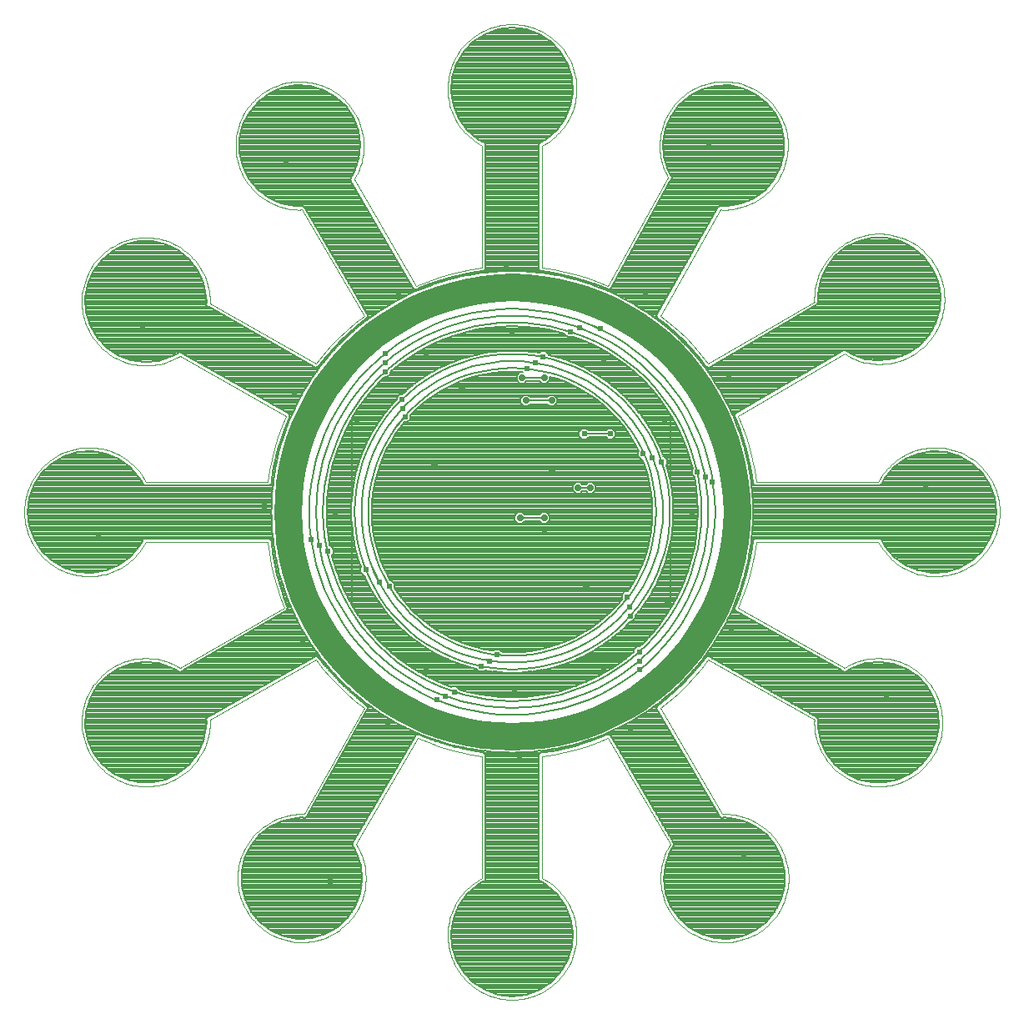
<source format=gtl>
G75*
G70*
%OFA0B0*%
%FSLAX24Y24*%
%IPPOS*%
%LPD*%
%AMOC8*
5,1,8,0,0,1.08239X$1,22.5*
%
%ADD10C,0.0000*%
%ADD11C,0.0240*%
%ADD12C,0.0120*%
%ADD13C,0.1102*%
%ADD14C,0.0080*%
%ADD15OC8,0.0240*%
%ADD16C,0.0413*%
%ADD17C,0.0160*%
D10*
X007741Y011501D02*
X007743Y011376D01*
X007738Y011251D01*
X007727Y011127D01*
X007711Y011004D01*
X007688Y010881D01*
X007659Y010760D01*
X007624Y010640D01*
X007584Y010522D01*
X007538Y010406D01*
X007486Y010292D01*
X007429Y010181D01*
X007367Y010073D01*
X007299Y009969D01*
X007226Y009867D01*
X007149Y009769D01*
X007067Y009676D01*
X006980Y009586D01*
X006889Y009500D01*
X006794Y009420D01*
X006695Y009343D01*
X006593Y009272D01*
X006487Y009206D01*
X006378Y009145D01*
X006267Y009089D01*
X006152Y009039D01*
X006036Y008995D01*
X005917Y008956D01*
X005797Y008923D01*
X005675Y008896D01*
X005552Y008875D01*
X005429Y008860D01*
X005304Y008851D01*
X005179Y008848D01*
X005055Y008851D01*
X004930Y008860D01*
X004807Y008876D01*
X004684Y008897D01*
X004562Y008924D01*
X004442Y008957D01*
X004323Y008996D01*
X004207Y009041D01*
X004092Y009091D01*
X003981Y009147D01*
X003872Y009208D01*
X003766Y009274D01*
X003664Y009345D01*
X003565Y009422D01*
X003471Y009503D01*
X003380Y009588D01*
X003293Y009678D01*
X003211Y009772D01*
X003134Y009870D01*
X003061Y009971D01*
X002994Y010076D01*
X002931Y010184D01*
X002874Y010295D01*
X002823Y010409D01*
X002777Y010525D01*
X002737Y010643D01*
X002702Y010763D01*
X002674Y010884D01*
X002651Y011007D01*
X002634Y011130D01*
X002624Y011255D01*
X002619Y011379D01*
X002621Y011504D01*
X002628Y011628D01*
X002642Y011752D01*
X002662Y011876D01*
X002687Y011998D01*
X002719Y012118D01*
X002756Y012237D01*
X002799Y012354D01*
X002848Y012469D01*
X002903Y012582D01*
X002962Y012691D01*
X003027Y012798D01*
X003097Y012901D01*
X003172Y013000D01*
X003252Y013096D01*
X003337Y013188D01*
X003425Y013276D01*
X003518Y013359D01*
X003615Y013438D01*
X003716Y013511D01*
X003820Y013580D01*
X003927Y013644D01*
X004037Y013702D01*
X004150Y013755D01*
X004265Y013803D01*
X004383Y013845D01*
X004502Y013880D01*
X004623Y013911D01*
X004746Y013935D01*
X004869Y013953D01*
X004993Y013965D01*
X005118Y013971D01*
X005243Y013971D01*
X005367Y013965D01*
X005491Y013953D01*
X005615Y013935D01*
X005737Y013911D01*
X005858Y013881D01*
X005978Y013845D01*
X006095Y013803D01*
X006211Y013756D01*
X006324Y013703D01*
X006434Y013645D01*
X006541Y013581D01*
X010701Y015981D01*
X011981Y013901D02*
X007741Y011501D01*
X011501Y007741D02*
X013901Y011981D01*
X016061Y010781D02*
X013581Y006541D01*
X013645Y006434D01*
X013703Y006324D01*
X013756Y006211D01*
X013803Y006095D01*
X013845Y005978D01*
X013881Y005858D01*
X013911Y005737D01*
X013935Y005615D01*
X013953Y005491D01*
X013965Y005367D01*
X013971Y005243D01*
X013971Y005118D01*
X013965Y004993D01*
X013953Y004869D01*
X013935Y004746D01*
X013911Y004623D01*
X013880Y004502D01*
X013845Y004383D01*
X013803Y004265D01*
X013755Y004150D01*
X013702Y004037D01*
X013644Y003927D01*
X013580Y003820D01*
X013511Y003716D01*
X013438Y003615D01*
X013359Y003518D01*
X013276Y003425D01*
X013188Y003337D01*
X013096Y003252D01*
X013000Y003172D01*
X012901Y003097D01*
X012798Y003027D01*
X012691Y002962D01*
X012582Y002903D01*
X012469Y002848D01*
X012354Y002799D01*
X012237Y002756D01*
X012118Y002719D01*
X011998Y002687D01*
X011876Y002662D01*
X011752Y002642D01*
X011628Y002628D01*
X011504Y002621D01*
X011379Y002619D01*
X011255Y002624D01*
X011130Y002634D01*
X011007Y002651D01*
X010884Y002674D01*
X010763Y002702D01*
X010643Y002737D01*
X010525Y002777D01*
X010409Y002823D01*
X010295Y002874D01*
X010184Y002931D01*
X010076Y002994D01*
X009971Y003061D01*
X009870Y003134D01*
X009772Y003211D01*
X009678Y003293D01*
X009588Y003380D01*
X009503Y003471D01*
X009422Y003565D01*
X009345Y003664D01*
X009274Y003766D01*
X009208Y003872D01*
X009147Y003981D01*
X009091Y004092D01*
X009041Y004207D01*
X008996Y004323D01*
X008957Y004442D01*
X008924Y004562D01*
X008897Y004684D01*
X008876Y004807D01*
X008860Y004930D01*
X008851Y005055D01*
X008848Y005179D01*
X008851Y005304D01*
X008860Y005429D01*
X008875Y005552D01*
X008896Y005675D01*
X008923Y005797D01*
X008956Y005917D01*
X008995Y006036D01*
X009039Y006152D01*
X009089Y006267D01*
X009145Y006378D01*
X009206Y006487D01*
X009272Y006593D01*
X009343Y006695D01*
X009420Y006794D01*
X009500Y006889D01*
X009586Y006980D01*
X009676Y007067D01*
X009769Y007149D01*
X009867Y007226D01*
X009969Y007299D01*
X010073Y007367D01*
X010181Y007429D01*
X010292Y007486D01*
X010406Y007538D01*
X010522Y007584D01*
X010640Y007624D01*
X010760Y007659D01*
X010881Y007688D01*
X011004Y007711D01*
X011127Y007727D01*
X011251Y007738D01*
X011376Y007743D01*
X011501Y007741D01*
X018621Y010061D02*
X018621Y005181D01*
X018512Y005119D01*
X018405Y005053D01*
X018302Y004981D01*
X018202Y004905D01*
X018107Y004824D01*
X018015Y004738D01*
X017927Y004648D01*
X017845Y004553D01*
X017766Y004455D01*
X017693Y004353D01*
X017625Y004247D01*
X017562Y004139D01*
X017504Y004027D01*
X017452Y003913D01*
X017406Y003796D01*
X017365Y003678D01*
X017330Y003557D01*
X017301Y003435D01*
X017278Y003311D01*
X017261Y003187D01*
X017250Y003062D01*
X017245Y002936D01*
X017247Y002811D01*
X017254Y002685D01*
X017268Y002561D01*
X017287Y002437D01*
X017313Y002314D01*
X017344Y002192D01*
X017382Y002072D01*
X017425Y001954D01*
X017474Y001839D01*
X017529Y001726D01*
X017589Y001615D01*
X017654Y001508D01*
X017725Y001404D01*
X017800Y001304D01*
X017880Y001207D01*
X017965Y001115D01*
X018054Y001026D01*
X018148Y000942D01*
X018245Y000863D01*
X018346Y000789D01*
X018451Y000719D01*
X018559Y000655D01*
X018670Y000596D01*
X018784Y000543D01*
X018900Y000495D01*
X019018Y000453D01*
X019138Y000417D01*
X019260Y000387D01*
X019384Y000362D01*
X019508Y000344D01*
X019633Y000332D01*
X019758Y000326D01*
X019884Y000326D01*
X020009Y000332D01*
X020134Y000344D01*
X020258Y000362D01*
X020382Y000387D01*
X020504Y000417D01*
X020624Y000453D01*
X020742Y000495D01*
X020858Y000543D01*
X020972Y000596D01*
X021083Y000655D01*
X021191Y000719D01*
X021296Y000789D01*
X021397Y000863D01*
X021494Y000942D01*
X021588Y001026D01*
X021677Y001115D01*
X021762Y001207D01*
X021842Y001304D01*
X021917Y001404D01*
X021988Y001508D01*
X022053Y001615D01*
X022113Y001726D01*
X022168Y001839D01*
X022217Y001954D01*
X022260Y002072D01*
X022298Y002192D01*
X022329Y002314D01*
X022355Y002437D01*
X022374Y002561D01*
X022388Y002685D01*
X022395Y002811D01*
X022397Y002936D01*
X022392Y003062D01*
X022381Y003187D01*
X022364Y003311D01*
X022341Y003435D01*
X022312Y003557D01*
X022277Y003678D01*
X022236Y003796D01*
X022190Y003913D01*
X022138Y004027D01*
X022080Y004139D01*
X022017Y004247D01*
X021949Y004353D01*
X021876Y004455D01*
X021797Y004553D01*
X021715Y004648D01*
X021627Y004738D01*
X021535Y004824D01*
X021440Y004905D01*
X021340Y004981D01*
X021237Y005053D01*
X021130Y005119D01*
X021021Y005181D01*
X021021Y010061D01*
X023661Y010781D02*
X026141Y006541D01*
X028221Y007741D02*
X025741Y011981D01*
X027661Y013901D02*
X031901Y011501D01*
X033101Y013581D02*
X028861Y015981D01*
X029581Y018621D02*
X034461Y018621D01*
X034523Y018512D01*
X034589Y018405D01*
X034661Y018302D01*
X034737Y018202D01*
X034818Y018107D01*
X034904Y018015D01*
X034994Y017927D01*
X035089Y017845D01*
X035187Y017766D01*
X035289Y017693D01*
X035395Y017625D01*
X035503Y017562D01*
X035615Y017504D01*
X035729Y017452D01*
X035846Y017406D01*
X035964Y017365D01*
X036085Y017330D01*
X036207Y017301D01*
X036331Y017278D01*
X036455Y017261D01*
X036580Y017250D01*
X036706Y017245D01*
X036831Y017247D01*
X036957Y017254D01*
X037081Y017268D01*
X037205Y017287D01*
X037328Y017313D01*
X037450Y017344D01*
X037570Y017382D01*
X037688Y017425D01*
X037803Y017474D01*
X037916Y017529D01*
X038027Y017589D01*
X038134Y017654D01*
X038238Y017725D01*
X038338Y017800D01*
X038435Y017880D01*
X038527Y017965D01*
X038616Y018054D01*
X038700Y018148D01*
X038779Y018245D01*
X038853Y018346D01*
X038923Y018451D01*
X038987Y018559D01*
X039046Y018670D01*
X039099Y018784D01*
X039147Y018900D01*
X039189Y019018D01*
X039225Y019138D01*
X039255Y019260D01*
X039280Y019384D01*
X039298Y019508D01*
X039310Y019633D01*
X039316Y019758D01*
X039316Y019884D01*
X039310Y020009D01*
X039298Y020134D01*
X039280Y020258D01*
X039255Y020382D01*
X039225Y020504D01*
X039189Y020624D01*
X039147Y020742D01*
X039099Y020858D01*
X039046Y020972D01*
X038987Y021083D01*
X038923Y021191D01*
X038853Y021296D01*
X038779Y021397D01*
X038700Y021494D01*
X038616Y021588D01*
X038527Y021677D01*
X038435Y021762D01*
X038338Y021842D01*
X038238Y021917D01*
X038134Y021988D01*
X038027Y022053D01*
X037916Y022113D01*
X037803Y022168D01*
X037688Y022217D01*
X037570Y022260D01*
X037450Y022298D01*
X037328Y022329D01*
X037205Y022355D01*
X037081Y022374D01*
X036957Y022388D01*
X036831Y022395D01*
X036706Y022397D01*
X036580Y022392D01*
X036455Y022381D01*
X036331Y022364D01*
X036207Y022341D01*
X036085Y022312D01*
X035964Y022277D01*
X035846Y022236D01*
X035729Y022190D01*
X035615Y022138D01*
X035503Y022080D01*
X035395Y022017D01*
X035289Y021949D01*
X035187Y021876D01*
X035089Y021797D01*
X034994Y021715D01*
X034904Y021627D01*
X034818Y021535D01*
X034737Y021440D01*
X034661Y021340D01*
X034589Y021237D01*
X034523Y021130D01*
X034461Y021021D01*
X029581Y021021D01*
X028861Y023661D02*
X033101Y026141D01*
X031901Y028221D02*
X027661Y025741D01*
X025741Y027661D02*
X028141Y031901D01*
X026061Y033181D02*
X023661Y028861D01*
X021021Y029581D02*
X021021Y034461D01*
X021130Y034523D01*
X021237Y034589D01*
X021340Y034661D01*
X021440Y034737D01*
X021535Y034818D01*
X021627Y034904D01*
X021715Y034994D01*
X021797Y035089D01*
X021876Y035187D01*
X021949Y035289D01*
X022017Y035395D01*
X022080Y035503D01*
X022138Y035615D01*
X022190Y035729D01*
X022236Y035846D01*
X022277Y035964D01*
X022312Y036085D01*
X022341Y036207D01*
X022364Y036331D01*
X022381Y036455D01*
X022392Y036580D01*
X022397Y036706D01*
X022395Y036831D01*
X022388Y036957D01*
X022374Y037081D01*
X022355Y037205D01*
X022329Y037328D01*
X022298Y037450D01*
X022260Y037570D01*
X022217Y037688D01*
X022168Y037803D01*
X022113Y037916D01*
X022053Y038027D01*
X021988Y038134D01*
X021917Y038238D01*
X021842Y038338D01*
X021762Y038435D01*
X021677Y038527D01*
X021588Y038616D01*
X021494Y038700D01*
X021397Y038779D01*
X021296Y038853D01*
X021191Y038923D01*
X021083Y038987D01*
X020972Y039046D01*
X020858Y039099D01*
X020742Y039147D01*
X020624Y039189D01*
X020504Y039225D01*
X020382Y039255D01*
X020258Y039280D01*
X020134Y039298D01*
X020009Y039310D01*
X019884Y039316D01*
X019758Y039316D01*
X019633Y039310D01*
X019508Y039298D01*
X019384Y039280D01*
X019260Y039255D01*
X019138Y039225D01*
X019018Y039189D01*
X018900Y039147D01*
X018784Y039099D01*
X018670Y039046D01*
X018559Y038987D01*
X018451Y038923D01*
X018346Y038853D01*
X018245Y038779D01*
X018148Y038700D01*
X018054Y038616D01*
X017965Y038527D01*
X017880Y038435D01*
X017800Y038338D01*
X017725Y038238D01*
X017654Y038134D01*
X017589Y038027D01*
X017529Y037916D01*
X017474Y037803D01*
X017425Y037688D01*
X017382Y037570D01*
X017344Y037450D01*
X017313Y037328D01*
X017287Y037205D01*
X017268Y037081D01*
X017254Y036957D01*
X017247Y036831D01*
X017245Y036706D01*
X017250Y036580D01*
X017261Y036455D01*
X017278Y036331D01*
X017301Y036207D01*
X017330Y036085D01*
X017365Y035964D01*
X017406Y035846D01*
X017452Y035729D01*
X017504Y035615D01*
X017562Y035503D01*
X017625Y035395D01*
X017693Y035289D01*
X017766Y035187D01*
X017845Y035089D01*
X017927Y034994D01*
X018015Y034904D01*
X018107Y034818D01*
X018202Y034737D01*
X018302Y034661D01*
X018405Y034589D01*
X018512Y034523D01*
X018621Y034461D01*
X018621Y029581D01*
X015981Y028861D02*
X013501Y033101D01*
X011421Y031901D02*
X013901Y027661D01*
X011981Y025741D02*
X007741Y028141D01*
X006541Y026061D02*
X010781Y023661D01*
X010061Y021021D02*
X005181Y021021D01*
X005119Y021130D01*
X005053Y021237D01*
X004981Y021340D01*
X004905Y021440D01*
X004824Y021535D01*
X004738Y021627D01*
X004648Y021715D01*
X004553Y021797D01*
X004455Y021876D01*
X004353Y021949D01*
X004247Y022017D01*
X004139Y022080D01*
X004027Y022138D01*
X003913Y022190D01*
X003796Y022236D01*
X003678Y022277D01*
X003557Y022312D01*
X003435Y022341D01*
X003311Y022364D01*
X003187Y022381D01*
X003062Y022392D01*
X002936Y022397D01*
X002811Y022395D01*
X002685Y022388D01*
X002561Y022374D01*
X002437Y022355D01*
X002314Y022329D01*
X002192Y022298D01*
X002072Y022260D01*
X001954Y022217D01*
X001839Y022168D01*
X001726Y022113D01*
X001615Y022053D01*
X001508Y021988D01*
X001404Y021917D01*
X001304Y021842D01*
X001207Y021762D01*
X001115Y021677D01*
X001026Y021588D01*
X000942Y021494D01*
X000863Y021397D01*
X000789Y021296D01*
X000719Y021191D01*
X000655Y021083D01*
X000596Y020972D01*
X000543Y020858D01*
X000495Y020742D01*
X000453Y020624D01*
X000417Y020504D01*
X000387Y020382D01*
X000362Y020258D01*
X000344Y020134D01*
X000332Y020009D01*
X000326Y019884D01*
X000326Y019758D01*
X000332Y019633D01*
X000344Y019508D01*
X000362Y019384D01*
X000387Y019260D01*
X000417Y019138D01*
X000453Y019018D01*
X000495Y018900D01*
X000543Y018784D01*
X000596Y018670D01*
X000655Y018559D01*
X000719Y018451D01*
X000789Y018346D01*
X000863Y018245D01*
X000942Y018148D01*
X001026Y018054D01*
X001115Y017965D01*
X001207Y017880D01*
X001304Y017800D01*
X001404Y017725D01*
X001508Y017654D01*
X001615Y017589D01*
X001726Y017529D01*
X001839Y017474D01*
X001954Y017425D01*
X002072Y017382D01*
X002192Y017344D01*
X002314Y017313D01*
X002437Y017287D01*
X002561Y017268D01*
X002685Y017254D01*
X002811Y017247D01*
X002936Y017245D01*
X003062Y017250D01*
X003187Y017261D01*
X003311Y017278D01*
X003435Y017301D01*
X003557Y017330D01*
X003678Y017365D01*
X003796Y017406D01*
X003913Y017452D01*
X004027Y017504D01*
X004139Y017562D01*
X004247Y017625D01*
X004353Y017693D01*
X004455Y017766D01*
X004553Y017845D01*
X004648Y017927D01*
X004738Y018015D01*
X004824Y018107D01*
X004905Y018202D01*
X004981Y018302D01*
X005053Y018405D01*
X005119Y018512D01*
X005181Y018621D01*
X010061Y018621D01*
X028861Y023662D02*
X029032Y023237D01*
X029182Y022805D01*
X029313Y022367D01*
X029423Y021923D01*
X029512Y021474D01*
X029581Y021022D01*
X033101Y026141D02*
X033210Y026075D01*
X033321Y026015D01*
X033436Y025960D01*
X033553Y025911D01*
X033673Y025867D01*
X033794Y025830D01*
X033918Y025798D01*
X034042Y025773D01*
X034168Y025753D01*
X034294Y025740D01*
X034421Y025733D01*
X034548Y025732D01*
X034675Y025738D01*
X034802Y025749D01*
X034928Y025767D01*
X035053Y025791D01*
X035176Y025821D01*
X035298Y025857D01*
X035418Y025899D01*
X035536Y025947D01*
X035651Y026000D01*
X035764Y026059D01*
X035874Y026123D01*
X035980Y026193D01*
X036083Y026268D01*
X036182Y026347D01*
X036277Y026432D01*
X036368Y026521D01*
X036454Y026614D01*
X036536Y026712D01*
X036613Y026813D01*
X036684Y026918D01*
X036751Y027026D01*
X036812Y027137D01*
X036868Y027252D01*
X036918Y027369D01*
X036962Y027488D01*
X037001Y027609D01*
X037033Y027732D01*
X037060Y027856D01*
X037080Y027982D01*
X037094Y028108D01*
X037102Y028235D01*
X037104Y028362D01*
X037099Y028489D01*
X037089Y028616D01*
X037072Y028742D01*
X037049Y028867D01*
X037020Y028991D01*
X036985Y029113D01*
X036944Y029233D01*
X036897Y029351D01*
X036845Y029467D01*
X036787Y029580D01*
X036723Y029690D01*
X036654Y029797D01*
X036580Y029901D01*
X036502Y030000D01*
X036418Y030096D01*
X036330Y030188D01*
X036237Y030275D01*
X036140Y030357D01*
X036039Y030435D01*
X035935Y030507D01*
X035827Y030575D01*
X035716Y030637D01*
X035603Y030693D01*
X035486Y030744D01*
X035367Y030790D01*
X035246Y030829D01*
X035124Y030862D01*
X035000Y030890D01*
X034874Y030911D01*
X034748Y030926D01*
X034621Y030935D01*
X034494Y030938D01*
X034367Y030935D01*
X034240Y030925D01*
X034114Y030909D01*
X033989Y030887D01*
X033865Y030859D01*
X033742Y030825D01*
X033622Y030785D01*
X033503Y030739D01*
X033387Y030688D01*
X033273Y030630D01*
X033163Y030568D01*
X033055Y030500D01*
X032951Y030426D01*
X032851Y030348D01*
X032755Y030265D01*
X032663Y030178D01*
X032575Y030086D01*
X032492Y029990D01*
X032413Y029890D01*
X032340Y029786D01*
X032272Y029679D01*
X032209Y029568D01*
X032151Y029455D01*
X032099Y029339D01*
X032053Y029220D01*
X032013Y029100D01*
X031978Y028977D01*
X031950Y028853D01*
X031928Y028728D01*
X031912Y028602D01*
X031902Y028475D01*
X031898Y028348D01*
X031900Y028221D01*
X028141Y031901D02*
X028267Y031897D01*
X028393Y031899D01*
X028518Y031908D01*
X028643Y031922D01*
X028766Y031943D01*
X028889Y031970D01*
X029010Y032002D01*
X029130Y032041D01*
X029247Y032085D01*
X029363Y032135D01*
X029475Y032191D01*
X029585Y032252D01*
X029691Y032319D01*
X029795Y032390D01*
X029894Y032467D01*
X029990Y032548D01*
X030082Y032634D01*
X030169Y032724D01*
X030252Y032818D01*
X030330Y032917D01*
X030403Y033019D01*
X030471Y033124D01*
X030534Y033233D01*
X030591Y033345D01*
X030643Y033459D01*
X030689Y033576D01*
X030730Y033695D01*
X030764Y033816D01*
X030793Y033938D01*
X030816Y034061D01*
X030832Y034186D01*
X030843Y034311D01*
X030847Y034437D01*
X030845Y034562D01*
X030837Y034687D01*
X030823Y034812D01*
X030803Y034936D01*
X030776Y035059D01*
X030744Y035180D01*
X030706Y035300D01*
X030662Y035418D01*
X030612Y035533D01*
X030557Y035646D01*
X030496Y035756D01*
X030430Y035862D01*
X030359Y035966D01*
X030283Y036066D01*
X030202Y036162D01*
X030116Y036254D01*
X030026Y036341D01*
X029932Y036424D01*
X029834Y036503D01*
X029732Y036576D01*
X029627Y036645D01*
X029518Y036708D01*
X029407Y036766D01*
X029293Y036818D01*
X029176Y036864D01*
X029057Y036905D01*
X028937Y036940D01*
X028814Y036969D01*
X028691Y036992D01*
X028566Y037009D01*
X028441Y037020D01*
X028316Y037025D01*
X028190Y037023D01*
X028065Y037016D01*
X027940Y037002D01*
X027816Y036982D01*
X027693Y036956D01*
X027572Y036924D01*
X027452Y036887D01*
X027334Y036843D01*
X027219Y036794D01*
X027106Y036739D01*
X026996Y036678D01*
X026889Y036613D01*
X026785Y036542D01*
X026685Y036466D01*
X026589Y036385D01*
X026496Y036300D01*
X026408Y036210D01*
X026325Y036116D01*
X026246Y036019D01*
X026173Y035917D01*
X026104Y035812D01*
X026040Y035704D01*
X025982Y035592D01*
X025929Y035478D01*
X025882Y035362D01*
X025841Y035243D01*
X025806Y035123D01*
X025776Y035001D01*
X025753Y034877D01*
X025736Y034753D01*
X025724Y034628D01*
X025719Y034502D01*
X025720Y034377D01*
X025728Y034251D01*
X025741Y034126D01*
X025760Y034002D01*
X025786Y033879D01*
X025817Y033758D01*
X025855Y033638D01*
X025898Y033520D01*
X025947Y033404D01*
X026001Y033291D01*
X026061Y033181D01*
X029581Y018621D02*
X029513Y018169D01*
X029423Y017720D01*
X029313Y017276D01*
X029183Y016838D01*
X029032Y016406D01*
X028861Y015981D01*
X033101Y013581D02*
X033208Y013645D01*
X033318Y013703D01*
X033431Y013756D01*
X033547Y013803D01*
X033664Y013845D01*
X033784Y013881D01*
X033905Y013911D01*
X034027Y013935D01*
X034151Y013953D01*
X034275Y013965D01*
X034399Y013971D01*
X034524Y013971D01*
X034649Y013965D01*
X034773Y013953D01*
X034896Y013935D01*
X035019Y013911D01*
X035140Y013880D01*
X035259Y013845D01*
X035377Y013803D01*
X035492Y013755D01*
X035605Y013702D01*
X035715Y013644D01*
X035822Y013580D01*
X035926Y013511D01*
X036027Y013438D01*
X036124Y013359D01*
X036217Y013276D01*
X036305Y013188D01*
X036390Y013096D01*
X036470Y013000D01*
X036545Y012901D01*
X036615Y012798D01*
X036680Y012691D01*
X036739Y012582D01*
X036794Y012469D01*
X036843Y012354D01*
X036886Y012237D01*
X036923Y012118D01*
X036955Y011998D01*
X036980Y011876D01*
X037000Y011752D01*
X037014Y011628D01*
X037021Y011504D01*
X037023Y011379D01*
X037018Y011255D01*
X037008Y011130D01*
X036991Y011007D01*
X036968Y010884D01*
X036940Y010763D01*
X036905Y010643D01*
X036865Y010525D01*
X036819Y010409D01*
X036768Y010295D01*
X036711Y010184D01*
X036648Y010076D01*
X036581Y009971D01*
X036508Y009870D01*
X036431Y009772D01*
X036349Y009678D01*
X036262Y009588D01*
X036171Y009503D01*
X036077Y009422D01*
X035978Y009345D01*
X035876Y009274D01*
X035770Y009208D01*
X035661Y009147D01*
X035550Y009091D01*
X035435Y009041D01*
X035319Y008996D01*
X035200Y008957D01*
X035080Y008924D01*
X034958Y008897D01*
X034835Y008876D01*
X034712Y008860D01*
X034587Y008851D01*
X034463Y008848D01*
X034338Y008851D01*
X034213Y008860D01*
X034090Y008875D01*
X033967Y008896D01*
X033845Y008923D01*
X033725Y008956D01*
X033606Y008995D01*
X033490Y009039D01*
X033375Y009089D01*
X033264Y009145D01*
X033155Y009206D01*
X033049Y009272D01*
X032947Y009343D01*
X032848Y009420D01*
X032753Y009500D01*
X032662Y009586D01*
X032575Y009676D01*
X032493Y009769D01*
X032416Y009867D01*
X032343Y009969D01*
X032275Y010073D01*
X032213Y010181D01*
X032156Y010292D01*
X032104Y010406D01*
X032058Y010522D01*
X032018Y010640D01*
X031983Y010760D01*
X031954Y010881D01*
X031931Y011004D01*
X031915Y011127D01*
X031904Y011251D01*
X031899Y011376D01*
X031901Y011501D01*
X028221Y007741D02*
X028346Y007743D01*
X028471Y007738D01*
X028595Y007727D01*
X028718Y007711D01*
X028841Y007688D01*
X028962Y007659D01*
X029082Y007624D01*
X029200Y007584D01*
X029316Y007538D01*
X029430Y007486D01*
X029541Y007429D01*
X029649Y007367D01*
X029753Y007299D01*
X029855Y007226D01*
X029953Y007149D01*
X030046Y007067D01*
X030136Y006980D01*
X030222Y006889D01*
X030302Y006794D01*
X030379Y006695D01*
X030450Y006593D01*
X030516Y006487D01*
X030577Y006378D01*
X030633Y006267D01*
X030683Y006152D01*
X030727Y006036D01*
X030766Y005917D01*
X030799Y005797D01*
X030826Y005675D01*
X030847Y005552D01*
X030862Y005429D01*
X030871Y005304D01*
X030874Y005179D01*
X030871Y005055D01*
X030862Y004930D01*
X030846Y004807D01*
X030825Y004684D01*
X030798Y004562D01*
X030765Y004442D01*
X030726Y004323D01*
X030681Y004207D01*
X030631Y004092D01*
X030575Y003981D01*
X030514Y003872D01*
X030448Y003766D01*
X030377Y003664D01*
X030300Y003565D01*
X030219Y003471D01*
X030134Y003380D01*
X030044Y003293D01*
X029950Y003211D01*
X029852Y003134D01*
X029751Y003061D01*
X029646Y002994D01*
X029538Y002931D01*
X029427Y002874D01*
X029313Y002823D01*
X029197Y002777D01*
X029079Y002737D01*
X028959Y002702D01*
X028838Y002674D01*
X028715Y002651D01*
X028592Y002634D01*
X028467Y002624D01*
X028343Y002619D01*
X028218Y002621D01*
X028094Y002628D01*
X027970Y002642D01*
X027846Y002662D01*
X027724Y002687D01*
X027604Y002719D01*
X027485Y002756D01*
X027368Y002799D01*
X027253Y002848D01*
X027140Y002903D01*
X027031Y002962D01*
X026924Y003027D01*
X026821Y003097D01*
X026722Y003172D01*
X026626Y003252D01*
X026534Y003337D01*
X026446Y003425D01*
X026363Y003518D01*
X026284Y003615D01*
X026211Y003716D01*
X026142Y003820D01*
X026078Y003927D01*
X026020Y004037D01*
X025967Y004150D01*
X025919Y004265D01*
X025877Y004383D01*
X025842Y004502D01*
X025811Y004623D01*
X025787Y004746D01*
X025769Y004869D01*
X025757Y004993D01*
X025751Y005118D01*
X025751Y005243D01*
X025757Y005367D01*
X025769Y005491D01*
X025787Y005615D01*
X025811Y005737D01*
X025841Y005858D01*
X025877Y005978D01*
X025919Y006095D01*
X025966Y006211D01*
X026019Y006324D01*
X026077Y006434D01*
X026141Y006541D01*
X010701Y015981D02*
X010545Y016407D01*
X010408Y016841D01*
X010292Y017279D01*
X010195Y017723D01*
X010117Y018170D01*
X010061Y018621D01*
X021021Y010061D02*
X021473Y010129D01*
X021922Y010219D01*
X022366Y010329D01*
X022804Y010459D01*
X023236Y010610D01*
X023661Y010781D01*
X018621Y010061D02*
X018182Y010132D01*
X017747Y010223D01*
X017317Y010334D01*
X016892Y010464D01*
X016473Y010613D01*
X016061Y010781D01*
X010061Y021021D02*
X010129Y021473D01*
X010219Y021922D01*
X010329Y022366D01*
X010459Y022804D01*
X010610Y023236D01*
X010781Y023661D01*
X006541Y026061D02*
X006434Y025997D01*
X006324Y025939D01*
X006211Y025886D01*
X006095Y025839D01*
X005978Y025797D01*
X005858Y025761D01*
X005737Y025731D01*
X005615Y025707D01*
X005491Y025689D01*
X005367Y025677D01*
X005243Y025671D01*
X005118Y025671D01*
X004993Y025677D01*
X004869Y025689D01*
X004746Y025707D01*
X004623Y025731D01*
X004502Y025762D01*
X004383Y025797D01*
X004265Y025839D01*
X004150Y025887D01*
X004037Y025940D01*
X003927Y025998D01*
X003820Y026062D01*
X003716Y026131D01*
X003615Y026204D01*
X003518Y026283D01*
X003425Y026366D01*
X003337Y026454D01*
X003252Y026546D01*
X003172Y026642D01*
X003097Y026741D01*
X003027Y026844D01*
X002962Y026951D01*
X002903Y027060D01*
X002848Y027173D01*
X002799Y027288D01*
X002756Y027405D01*
X002719Y027524D01*
X002687Y027644D01*
X002662Y027766D01*
X002642Y027890D01*
X002628Y028014D01*
X002621Y028138D01*
X002619Y028263D01*
X002624Y028387D01*
X002634Y028512D01*
X002651Y028635D01*
X002674Y028758D01*
X002702Y028879D01*
X002737Y028999D01*
X002777Y029117D01*
X002823Y029233D01*
X002874Y029347D01*
X002931Y029458D01*
X002994Y029566D01*
X003061Y029671D01*
X003134Y029772D01*
X003211Y029870D01*
X003293Y029964D01*
X003380Y030054D01*
X003471Y030139D01*
X003565Y030220D01*
X003664Y030297D01*
X003766Y030368D01*
X003872Y030434D01*
X003981Y030495D01*
X004092Y030551D01*
X004207Y030601D01*
X004323Y030646D01*
X004442Y030685D01*
X004562Y030718D01*
X004684Y030745D01*
X004807Y030766D01*
X004930Y030782D01*
X005055Y030791D01*
X005179Y030794D01*
X005304Y030791D01*
X005429Y030782D01*
X005552Y030767D01*
X005675Y030746D01*
X005797Y030719D01*
X005917Y030686D01*
X006036Y030647D01*
X006152Y030603D01*
X006267Y030553D01*
X006378Y030497D01*
X006487Y030436D01*
X006593Y030370D01*
X006695Y030299D01*
X006794Y030222D01*
X006889Y030142D01*
X006980Y030056D01*
X007067Y029966D01*
X007149Y029873D01*
X007226Y029775D01*
X007299Y029673D01*
X007367Y029569D01*
X007429Y029461D01*
X007486Y029350D01*
X007538Y029236D01*
X007584Y029120D01*
X007624Y029002D01*
X007659Y028882D01*
X007688Y028761D01*
X007711Y028638D01*
X007727Y028515D01*
X007738Y028391D01*
X007743Y028266D01*
X007741Y028141D01*
X011421Y031901D02*
X011296Y031899D01*
X011171Y031904D01*
X011047Y031915D01*
X010924Y031931D01*
X010801Y031954D01*
X010680Y031983D01*
X010560Y032018D01*
X010442Y032058D01*
X010326Y032104D01*
X010212Y032156D01*
X010101Y032213D01*
X009993Y032275D01*
X009889Y032343D01*
X009787Y032416D01*
X009689Y032493D01*
X009596Y032575D01*
X009506Y032662D01*
X009420Y032753D01*
X009340Y032848D01*
X009263Y032947D01*
X009192Y033049D01*
X009126Y033155D01*
X009065Y033264D01*
X009009Y033375D01*
X008959Y033490D01*
X008915Y033606D01*
X008876Y033725D01*
X008843Y033845D01*
X008816Y033967D01*
X008795Y034090D01*
X008780Y034213D01*
X008771Y034338D01*
X008768Y034463D01*
X008771Y034587D01*
X008780Y034712D01*
X008796Y034835D01*
X008817Y034958D01*
X008844Y035080D01*
X008877Y035200D01*
X008916Y035319D01*
X008961Y035435D01*
X009011Y035550D01*
X009067Y035661D01*
X009128Y035770D01*
X009194Y035876D01*
X009265Y035978D01*
X009342Y036077D01*
X009423Y036171D01*
X009508Y036262D01*
X009598Y036349D01*
X009692Y036431D01*
X009790Y036508D01*
X009891Y036581D01*
X009996Y036648D01*
X010104Y036711D01*
X010215Y036768D01*
X010329Y036819D01*
X010445Y036865D01*
X010563Y036905D01*
X010683Y036940D01*
X010804Y036968D01*
X010927Y036991D01*
X011050Y037008D01*
X011175Y037018D01*
X011299Y037023D01*
X011424Y037021D01*
X011548Y037014D01*
X011672Y037000D01*
X011796Y036980D01*
X011918Y036955D01*
X012038Y036923D01*
X012157Y036886D01*
X012274Y036843D01*
X012389Y036794D01*
X012502Y036739D01*
X012611Y036680D01*
X012718Y036615D01*
X012821Y036545D01*
X012920Y036470D01*
X013016Y036390D01*
X013108Y036305D01*
X013196Y036217D01*
X013279Y036124D01*
X013358Y036027D01*
X013431Y035926D01*
X013500Y035822D01*
X013564Y035715D01*
X013622Y035605D01*
X013675Y035492D01*
X013723Y035377D01*
X013765Y035259D01*
X013800Y035140D01*
X013831Y035019D01*
X013855Y034896D01*
X013873Y034773D01*
X013885Y034649D01*
X013891Y034524D01*
X013891Y034399D01*
X013885Y034275D01*
X013873Y034151D01*
X013855Y034027D01*
X013831Y033905D01*
X013801Y033784D01*
X013765Y033664D01*
X013723Y033547D01*
X013676Y033431D01*
X013623Y033318D01*
X013565Y033208D01*
X013501Y033101D01*
X021021Y029581D02*
X021473Y029513D01*
X021922Y029423D01*
X022366Y029313D01*
X022804Y029183D01*
X023236Y029032D01*
X023661Y028861D01*
X018621Y029581D02*
X018169Y029513D01*
X017720Y029423D01*
X017276Y029313D01*
X016838Y029183D01*
X016406Y029032D01*
X015981Y028861D01*
X011981Y013901D02*
X012263Y013545D01*
X012561Y013203D01*
X012874Y012874D01*
X013203Y012561D01*
X013545Y012263D01*
X013901Y011981D01*
X025741Y011981D02*
X026097Y012263D01*
X026439Y012561D01*
X026768Y012874D01*
X027081Y013203D01*
X027379Y013545D01*
X027661Y013901D01*
X027661Y025741D02*
X027379Y026097D01*
X027081Y026439D01*
X026768Y026768D01*
X026439Y027081D01*
X026097Y027379D01*
X025741Y027661D01*
X013901Y027661D02*
X013545Y027379D01*
X013203Y027081D01*
X012874Y026768D01*
X012561Y026439D01*
X012263Y026097D01*
X011981Y025741D01*
D11*
X011103Y024538D03*
X013625Y023369D03*
X015461Y023941D03*
X015541Y023621D03*
X015421Y024301D03*
X014741Y025421D03*
X014741Y025781D03*
X014741Y026141D03*
X014381Y027341D03*
X015271Y028568D03*
X016381Y026125D03*
X019826Y027011D03*
X020741Y025781D03*
X020421Y025541D03*
X021061Y026021D03*
X022141Y027021D03*
X022501Y027181D03*
X023339Y027142D03*
X023468Y025929D03*
X023581Y028381D03*
X025138Y028470D03*
X028491Y025277D03*
X025929Y023468D03*
X025421Y021981D03*
X025061Y022141D03*
X025781Y021821D03*
X027221Y021421D03*
X027541Y021221D03*
X027821Y021021D03*
X029021Y020861D03*
X029752Y019608D03*
X027011Y019728D03*
X026027Y016283D03*
X024501Y016021D03*
X024541Y015661D03*
X024421Y016421D03*
X024901Y014221D03*
X024901Y013861D03*
X024901Y013501D03*
X025421Y012301D03*
X024557Y011121D03*
X023468Y013625D03*
X019925Y012641D03*
X018901Y013861D03*
X018581Y013661D03*
X019221Y014101D03*
X017501Y012621D03*
X017141Y012461D03*
X016821Y012301D03*
X016101Y011261D03*
X014852Y011383D03*
X016381Y013625D03*
X013625Y016086D03*
X014501Y017021D03*
X014901Y016861D03*
X013981Y017501D03*
X012464Y018251D03*
X012110Y018488D03*
X011795Y018724D03*
X010630Y018805D03*
X009922Y020066D03*
X012740Y019826D03*
X011463Y014634D03*
X005062Y012543D03*
X003291Y018842D03*
X005062Y027110D03*
X010771Y033803D03*
X018842Y036362D03*
X019596Y029712D03*
X022701Y022941D03*
X023741Y022941D03*
X028571Y015175D03*
X034787Y012346D03*
X029078Y006047D03*
X020810Y003291D03*
X020125Y009940D03*
X012543Y005062D03*
X036362Y020810D03*
X033803Y028881D03*
X027700Y034590D03*
D12*
X014381Y027341D02*
X014280Y027228D01*
X010628Y018878D02*
X010630Y018805D01*
D13*
X010927Y018654D02*
X010869Y019239D01*
X010850Y019826D01*
X010869Y020413D01*
X010927Y020998D01*
X011022Y021577D01*
X011156Y022149D01*
X011326Y022712D01*
X011533Y023261D01*
X011775Y023796D01*
X012053Y024314D01*
X012362Y024813D01*
X012705Y025291D01*
X013077Y025745D01*
X013479Y026173D01*
X013908Y026575D01*
X014362Y026947D01*
X014839Y027290D01*
X015338Y027600D01*
X015856Y027877D01*
X016391Y028119D01*
X016941Y028326D01*
X017503Y028497D01*
X018075Y028630D01*
X018654Y028726D01*
X019239Y028783D01*
X019826Y028803D01*
X020413Y028783D01*
X020998Y028726D01*
X021577Y028630D01*
X022149Y028497D01*
X022712Y028326D01*
X023261Y028119D01*
X023796Y027877D01*
X024314Y027600D01*
X024813Y027290D01*
X025291Y026947D01*
X025745Y026575D01*
X026173Y026173D01*
X026575Y025745D01*
X026947Y025291D01*
X027290Y024813D01*
X027600Y024314D01*
X027877Y023796D01*
X028119Y023261D01*
X028326Y022712D01*
X028497Y022149D01*
X028630Y021577D01*
X028726Y020998D01*
X028783Y020413D01*
X028803Y019826D01*
X028783Y019239D01*
X028726Y018654D01*
X028630Y018075D01*
X028497Y017503D01*
X028326Y016941D01*
X028119Y016391D01*
X027877Y015856D01*
X027600Y015338D01*
X027290Y014839D01*
X026947Y014362D01*
X026575Y013908D01*
X026173Y013479D01*
X025745Y013077D01*
X025375Y012774D01*
X025291Y012705D01*
X024813Y012362D01*
X024314Y012053D01*
X023796Y011775D01*
X023261Y011533D01*
X022712Y011326D01*
X022149Y011156D01*
X021577Y011022D01*
X020998Y010927D01*
X020413Y010869D01*
X019826Y010850D01*
X019239Y010869D01*
X018654Y010927D01*
X018075Y011022D01*
X017503Y011156D01*
X016941Y011326D01*
X016391Y011533D01*
X015856Y011775D01*
X015338Y012053D01*
X014839Y012362D01*
X014362Y012705D01*
X013908Y013077D01*
X013479Y013479D01*
X013077Y013908D01*
X012705Y014362D01*
X012362Y014839D01*
X012053Y015338D01*
X011775Y015856D01*
X011533Y016391D01*
X011326Y016941D01*
X011156Y017503D01*
X011022Y018075D01*
X010927Y018654D01*
D14*
X004880Y009007D02*
X004339Y009140D01*
X003842Y009393D01*
X003416Y009752D01*
X003084Y010200D01*
X002862Y010712D01*
X002764Y011261D01*
X002794Y011818D01*
X002950Y012353D01*
X003225Y012838D01*
X003604Y013248D01*
X004066Y013560D01*
X004587Y013758D01*
X005139Y013832D01*
X005694Y013777D01*
X006222Y013597D01*
X006439Y013478D01*
X006449Y013461D01*
X006484Y013451D01*
X006516Y013432D01*
X006538Y013437D01*
X006561Y013431D01*
X006593Y013449D01*
X006629Y013458D01*
X006641Y013477D01*
X010762Y015855D01*
X010806Y015872D01*
X010811Y015883D01*
X010821Y015889D01*
X010834Y015935D01*
X010853Y015978D01*
X010848Y015989D01*
X010851Y016001D01*
X010828Y016040D01*
X010678Y016453D01*
X010428Y017312D01*
X010256Y018191D01*
X010201Y018630D01*
X010201Y018679D01*
X010195Y018685D01*
X010194Y018693D01*
X010155Y018725D01*
X010119Y018761D01*
X010111Y018761D01*
X010104Y018766D01*
X010054Y018761D01*
X005216Y018761D01*
X005195Y018772D01*
X005160Y018761D01*
X005123Y018761D01*
X005107Y018745D01*
X005084Y018738D01*
X005067Y018705D01*
X005041Y018679D01*
X005041Y018660D01*
X004912Y018445D01*
X004544Y018021D01*
X004088Y017693D01*
X003569Y017478D01*
X003015Y017387D01*
X002454Y017426D01*
X001917Y017592D01*
X001433Y017876D01*
X001027Y018264D01*
X001027Y018264D01*
X000720Y018735D01*
X000529Y019263D01*
X000465Y019821D01*
X000529Y020379D01*
X000720Y020907D01*
X001027Y021378D01*
X001433Y021766D01*
X001918Y022050D01*
X002454Y022216D01*
X003015Y022255D01*
X003569Y022164D01*
X004088Y021949D01*
X004544Y021621D01*
X004912Y021197D01*
X005041Y020983D01*
X005041Y020963D01*
X005067Y020937D01*
X005084Y020905D01*
X005107Y020898D01*
X005123Y020881D01*
X005160Y020881D01*
X005195Y020870D01*
X005216Y020881D01*
X010052Y020881D01*
X010101Y020875D01*
X010109Y020881D01*
X010119Y020881D01*
X010154Y020916D01*
X010193Y020946D01*
X010194Y020956D01*
X010201Y020963D01*
X010201Y021011D01*
X010267Y021449D01*
X010464Y022329D01*
X010741Y023187D01*
X010907Y023600D01*
X010931Y023643D01*
X010929Y023651D01*
X010933Y023659D01*
X010914Y023706D01*
X010901Y023754D01*
X010893Y023759D01*
X010890Y023767D01*
X010843Y023787D01*
X006641Y026165D01*
X006629Y026185D01*
X006592Y026193D01*
X006560Y026211D01*
X006538Y026205D01*
X006516Y026210D01*
X006484Y026191D01*
X006448Y026181D01*
X006439Y026164D01*
X006222Y026045D01*
X005694Y025865D01*
X005139Y025811D01*
X004587Y025884D01*
X004066Y026082D01*
X003604Y026395D01*
X003225Y026804D01*
X002950Y027289D01*
X002794Y027825D01*
X002764Y028381D01*
X002862Y028930D01*
X003084Y029442D01*
X003416Y029890D01*
X003842Y030249D01*
X004339Y030502D01*
X004880Y030635D01*
X005438Y030640D01*
X005982Y030517D01*
X006483Y030274D01*
X006916Y029921D01*
X007256Y029480D01*
X007487Y028972D01*
X007595Y028425D01*
X007601Y028177D01*
X007591Y028160D01*
X007600Y028125D01*
X007599Y028088D01*
X007615Y028071D01*
X007622Y028048D01*
X007653Y028030D01*
X007678Y028003D01*
X007702Y028002D01*
X011904Y025624D01*
X011943Y025594D01*
X011953Y025596D01*
X011963Y025591D01*
X012010Y025604D01*
X012058Y025610D01*
X012064Y025619D01*
X012074Y025622D01*
X012098Y025663D01*
X012371Y026008D01*
X012973Y026669D01*
X013635Y027272D01*
X013980Y027545D01*
X014022Y027570D01*
X014024Y027579D01*
X014032Y027584D01*
X014039Y027634D01*
X014051Y027682D01*
X014046Y027690D01*
X014048Y027699D01*
X014018Y027739D01*
X011560Y031941D01*
X011559Y031964D01*
X011531Y031990D01*
X011513Y032022D01*
X011491Y032028D01*
X011474Y032043D01*
X011437Y032042D01*
X011400Y032051D01*
X011384Y032042D01*
X011137Y032047D01*
X010590Y032155D01*
X010082Y032386D01*
X009641Y032726D01*
X009289Y033159D01*
X009289Y033159D01*
X009045Y033660D01*
X008922Y034204D01*
X008927Y034762D01*
X009060Y035303D01*
X009313Y035800D01*
X009672Y036226D01*
X010120Y036559D01*
X010632Y036780D01*
X011181Y036878D01*
X011738Y036848D01*
X012273Y036692D01*
X012758Y036417D01*
X013168Y036039D01*
X013480Y035577D01*
X013678Y035055D01*
X013752Y034503D01*
X013697Y033948D01*
X013517Y033420D01*
X013397Y033203D01*
X013380Y033193D01*
X013371Y033157D01*
X013352Y033126D01*
X013357Y033103D01*
X013351Y033080D01*
X013369Y033049D01*
X013378Y033013D01*
X013398Y033001D01*
X015856Y028798D01*
X015875Y028753D01*
X015885Y028749D01*
X015890Y028740D01*
X015937Y028728D01*
X015983Y028710D01*
X015992Y028714D01*
X016002Y028711D01*
X016043Y028735D01*
X016455Y028901D01*
X017313Y029178D01*
X018193Y029375D01*
X018631Y029441D01*
X018679Y029441D01*
X018686Y029448D01*
X018696Y029450D01*
X018726Y029488D01*
X018761Y029523D01*
X018761Y029533D01*
X018767Y029541D01*
X018761Y029590D01*
X018761Y034426D01*
X018772Y034447D01*
X018761Y034482D01*
X018761Y034519D01*
X018745Y034536D01*
X018738Y034558D01*
X018705Y034575D01*
X018679Y034601D01*
X018660Y034601D01*
X018445Y034730D01*
X018021Y035099D01*
X017693Y035554D01*
X017478Y036073D01*
X017387Y036628D01*
X017426Y037188D01*
X017592Y037725D01*
X017876Y038209D01*
X018264Y038615D01*
X018735Y038922D01*
X019263Y039113D01*
X019821Y039178D01*
X020379Y039113D01*
X020907Y038922D01*
X021378Y038615D01*
X021766Y038209D01*
X022050Y037725D01*
X022216Y037188D01*
X022255Y036628D01*
X022164Y036073D01*
X021949Y035554D01*
X021621Y035099D01*
X021197Y034730D01*
X020983Y034601D01*
X020963Y034601D01*
X020937Y034575D01*
X020905Y034558D01*
X020898Y034536D01*
X020881Y034519D01*
X020881Y034482D01*
X020870Y034447D01*
X020881Y034426D01*
X020881Y029590D01*
X020875Y029541D01*
X020881Y029533D01*
X020881Y029523D01*
X020916Y029488D01*
X020946Y029450D01*
X020956Y029448D01*
X020963Y029441D01*
X021011Y029441D01*
X021449Y029375D01*
X022329Y029178D01*
X023187Y028901D01*
X023601Y028735D01*
X023644Y028711D01*
X023652Y028713D01*
X023659Y028710D01*
X023706Y028728D01*
X023755Y028742D01*
X023759Y028750D01*
X023767Y028753D01*
X023787Y028799D01*
X026165Y033079D01*
X026181Y033089D01*
X026192Y033128D01*
X026212Y033164D01*
X026206Y033182D01*
X026211Y033201D01*
X026191Y033236D01*
X026180Y033275D01*
X026166Y033283D01*
X026057Y033500D01*
X025897Y034033D01*
X025862Y034588D01*
X025955Y035136D01*
X026170Y035649D01*
X026496Y036100D01*
X026917Y036464D01*
X027410Y036722D01*
X027948Y036862D01*
X028504Y036875D01*
X029049Y036761D01*
X029553Y036525D01*
X029990Y036181D01*
X030337Y035747D01*
X030576Y035244D01*
X030695Y034701D01*
X030686Y034145D01*
X030550Y033605D01*
X030295Y033111D01*
X029935Y032687D01*
X029487Y032357D01*
X028975Y032138D01*
X028427Y032041D01*
X028178Y032041D01*
X028160Y032051D01*
X028126Y032042D01*
X028091Y032044D01*
X028072Y032027D01*
X028048Y032021D01*
X028031Y031990D01*
X028005Y031967D01*
X028003Y031942D01*
X025624Y027738D01*
X025594Y027699D01*
X025596Y027689D01*
X025591Y027680D01*
X025604Y027632D01*
X025610Y027584D01*
X025619Y027578D01*
X025622Y027568D01*
X025663Y027544D01*
X026008Y027272D01*
X026669Y026669D01*
X027272Y026008D01*
X027545Y025662D01*
X027570Y025620D01*
X027579Y025618D01*
X027584Y025610D01*
X027634Y025604D01*
X027682Y025591D01*
X027690Y025596D01*
X027699Y025594D01*
X027739Y025624D01*
X031942Y028083D01*
X031965Y028084D01*
X031990Y028111D01*
X032022Y028130D01*
X032028Y028152D01*
X032043Y028169D01*
X032042Y028206D01*
X032051Y028242D01*
X032041Y028259D01*
X032045Y028512D01*
X032151Y029071D01*
X032383Y029590D01*
X032727Y030043D01*
X033166Y030404D01*
X033677Y030655D01*
X034231Y030783D01*
X034800Y030779D01*
X035353Y030646D01*
X035860Y030389D01*
X036295Y030022D01*
X036634Y029566D01*
X036860Y029043D01*
X036959Y028483D01*
X036928Y027915D01*
X036767Y027370D01*
X036485Y026876D01*
X036097Y026460D01*
X035624Y026144D01*
X035092Y025944D01*
X034527Y025873D01*
X033962Y025932D01*
X033425Y026120D01*
X033203Y026244D01*
X033193Y026262D01*
X033158Y026271D01*
X033128Y026290D01*
X033104Y026285D01*
X033080Y026291D01*
X033049Y026273D01*
X033014Y026265D01*
X033001Y026245D01*
X028798Y023786D01*
X028753Y023767D01*
X028749Y023758D01*
X028740Y023753D01*
X028728Y023705D01*
X028710Y023659D01*
X028714Y023650D01*
X028711Y023640D01*
X028735Y023599D01*
X028901Y023187D01*
X029178Y022329D01*
X029375Y021449D01*
X029441Y021011D01*
X029441Y020963D01*
X029448Y020956D01*
X029450Y020946D01*
X029488Y020916D01*
X029523Y020881D01*
X029533Y020881D01*
X029541Y020875D01*
X029590Y020881D01*
X034426Y020881D01*
X034447Y020870D01*
X034482Y020881D01*
X034519Y020881D01*
X034536Y020898D01*
X034558Y020905D01*
X034575Y020937D01*
X034601Y020963D01*
X034601Y020983D01*
X034730Y021197D01*
X035099Y021621D01*
X035554Y021949D01*
X036073Y022164D01*
X036628Y022255D01*
X037188Y022216D01*
X037725Y022050D01*
X038209Y021766D01*
X038615Y021378D01*
X038922Y020907D01*
X039113Y020379D01*
X039178Y019821D01*
X039113Y019263D01*
X038922Y018735D01*
X038615Y018264D01*
X038209Y017876D01*
X037725Y017592D01*
X037188Y017426D01*
X036628Y017387D01*
X036073Y017478D01*
X035554Y017693D01*
X035099Y018021D01*
X034730Y018445D01*
X034601Y018660D01*
X034601Y018679D01*
X034575Y018705D01*
X034558Y018738D01*
X034536Y018745D01*
X034519Y018761D01*
X034482Y018761D01*
X034447Y018772D01*
X034426Y018761D01*
X029590Y018761D01*
X029541Y018767D01*
X029533Y018761D01*
X029523Y018761D01*
X029488Y018726D01*
X029450Y018696D01*
X029448Y018686D01*
X029441Y018679D01*
X029441Y018631D01*
X029375Y018193D01*
X029178Y017313D01*
X028901Y016455D01*
X028735Y016042D01*
X028711Y016000D01*
X028713Y015991D01*
X028710Y015983D01*
X028728Y015936D01*
X028742Y015888D01*
X028749Y015884D01*
X028753Y015875D01*
X028799Y015855D01*
X033001Y013477D01*
X033013Y013458D01*
X033050Y013449D01*
X033083Y013431D01*
X033104Y013437D01*
X033126Y013432D01*
X033158Y013452D01*
X033194Y013462D01*
X033204Y013478D01*
X033420Y013597D01*
X033948Y013777D01*
X034503Y013832D01*
X035056Y013758D01*
X035577Y013560D01*
X036039Y013248D01*
X036039Y013248D01*
X036417Y012838D01*
X036692Y012353D01*
X036848Y011818D01*
X036878Y011261D01*
X036780Y010712D01*
X036559Y010200D01*
X036226Y009752D01*
X035800Y009393D01*
X035303Y009140D01*
X034762Y009007D01*
X034204Y009002D01*
X033660Y009125D01*
X033159Y009369D01*
X032726Y009721D01*
X032386Y010162D01*
X032155Y010670D01*
X032047Y011217D01*
X032042Y011465D01*
X032051Y011483D01*
X032042Y011518D01*
X032043Y011554D01*
X032027Y011571D01*
X032021Y011594D01*
X031989Y011612D01*
X031964Y011639D01*
X031940Y011640D01*
X027738Y014018D01*
X027699Y014048D01*
X027689Y014046D01*
X027680Y014051D01*
X027633Y014038D01*
X027584Y014032D01*
X027578Y014023D01*
X027568Y014021D01*
X027544Y013979D01*
X027272Y013635D01*
X026669Y012973D01*
X026008Y012371D01*
X025662Y012097D01*
X025620Y012073D01*
X025618Y012064D01*
X025610Y012058D01*
X025604Y012009D01*
X025591Y011960D01*
X025596Y011952D01*
X025594Y011943D01*
X025624Y011903D01*
X028082Y007701D01*
X028083Y007678D01*
X028111Y007653D01*
X028130Y007620D01*
X028151Y007615D01*
X028168Y007599D01*
X028206Y007600D01*
X028242Y007591D01*
X028258Y007601D01*
X028505Y007595D01*
X029052Y007487D01*
X029560Y007256D01*
X030001Y006916D01*
X030354Y006483D01*
X030597Y005982D01*
X030720Y005438D01*
X030715Y004880D01*
X030582Y004339D01*
X030329Y003842D01*
X029970Y003416D01*
X029522Y003084D01*
X029010Y002862D01*
X028461Y002764D01*
X027905Y002794D01*
X027369Y002950D01*
X026884Y003225D01*
X026475Y003604D01*
X026162Y004066D01*
X025964Y004587D01*
X025891Y005139D01*
X025945Y005694D01*
X026125Y006222D01*
X026245Y006440D01*
X026262Y006450D01*
X026271Y006485D01*
X026290Y006516D01*
X026285Y006539D01*
X026291Y006562D01*
X026273Y006593D01*
X026265Y006629D01*
X026245Y006641D01*
X023786Y010844D01*
X023767Y010890D01*
X023758Y010893D01*
X023753Y010902D01*
X023705Y010914D01*
X023659Y010933D01*
X023650Y010929D01*
X023640Y010931D01*
X023599Y010907D01*
X023187Y010741D01*
X022329Y010464D01*
X021449Y010267D01*
X021011Y010201D01*
X020963Y010201D01*
X020956Y010194D01*
X020946Y010193D01*
X020916Y010154D01*
X020881Y010119D01*
X020881Y010109D01*
X020875Y010101D01*
X020881Y010052D01*
X020881Y005216D01*
X020870Y005195D01*
X020881Y005160D01*
X020881Y005123D01*
X020898Y005107D01*
X020905Y005084D01*
X020937Y005067D01*
X020963Y005041D01*
X020983Y005041D01*
X021197Y004912D01*
X021621Y004544D01*
X021949Y004088D01*
X022164Y003569D01*
X022255Y003015D01*
X022216Y002454D01*
X022050Y001917D01*
X021766Y001433D01*
X021378Y001027D01*
X020907Y000720D01*
X020379Y000529D01*
X019821Y000465D01*
X019263Y000529D01*
X018735Y000720D01*
X018264Y001027D01*
X017876Y001433D01*
X017592Y001918D01*
X017426Y002454D01*
X017387Y003015D01*
X017478Y003569D01*
X017693Y004088D01*
X018021Y004544D01*
X018445Y004912D01*
X018660Y005041D01*
X018679Y005041D01*
X018705Y005067D01*
X018738Y005084D01*
X018745Y005107D01*
X018761Y005123D01*
X018761Y005160D01*
X018772Y005195D01*
X018761Y005216D01*
X018761Y010051D01*
X018768Y010099D01*
X018761Y010108D01*
X018761Y010119D01*
X018727Y010153D01*
X018698Y010192D01*
X018687Y010193D01*
X018679Y010201D01*
X018632Y010201D01*
X018208Y010270D01*
X017355Y010469D01*
X016523Y010744D01*
X016123Y010907D01*
X016082Y010931D01*
X016072Y010929D01*
X016064Y010933D01*
X016018Y010914D01*
X015970Y010902D01*
X015965Y010894D01*
X015956Y010890D01*
X015936Y010844D01*
X013478Y006641D01*
X013458Y006629D01*
X013449Y006593D01*
X013431Y006562D01*
X013437Y006539D01*
X013432Y006516D01*
X013451Y006485D01*
X013460Y006450D01*
X013477Y006440D01*
X013597Y006222D01*
X013777Y005694D01*
X013832Y005139D01*
X013758Y004587D01*
X013560Y004066D01*
X013248Y003604D01*
X012838Y003225D01*
X012353Y002950D01*
X011818Y002794D01*
X011261Y002764D01*
X010712Y002862D01*
X010200Y003084D01*
X009752Y003416D01*
X009393Y003842D01*
X009140Y004339D01*
X009007Y004880D01*
X009002Y005438D01*
X009125Y005982D01*
X009369Y006483D01*
X009721Y006916D01*
X010162Y007256D01*
X010670Y007487D01*
X011217Y007595D01*
X011465Y007601D01*
X011483Y007591D01*
X011518Y007600D01*
X011554Y007599D01*
X011571Y007615D01*
X011594Y007622D01*
X011612Y007653D01*
X011639Y007678D01*
X011640Y007702D01*
X014018Y011904D01*
X014048Y011943D01*
X014046Y011953D01*
X014051Y011963D01*
X014038Y012010D01*
X014032Y012058D01*
X014023Y012064D01*
X014021Y012074D01*
X013979Y012098D01*
X013635Y012371D01*
X012973Y012973D01*
X012371Y013635D01*
X012371Y013635D01*
X012098Y013979D01*
X012074Y014021D01*
X012064Y014023D01*
X012058Y014032D01*
X012010Y014038D01*
X011963Y014051D01*
X011953Y014046D01*
X011943Y014048D01*
X011904Y014018D01*
X007702Y011640D01*
X007678Y011639D01*
X007653Y011612D01*
X007622Y011594D01*
X007615Y011571D01*
X007599Y011554D01*
X007600Y011518D01*
X007591Y011483D01*
X007601Y011465D01*
X007595Y011217D01*
X007487Y010670D01*
X007256Y010162D01*
X006916Y009721D01*
X006483Y009369D01*
X005982Y009125D01*
X005438Y009002D01*
X004880Y009007D01*
X004843Y009016D02*
X005501Y009016D01*
X005849Y009095D02*
X004522Y009095D01*
X004273Y009174D02*
X006082Y009174D01*
X006244Y009252D02*
X004118Y009252D01*
X003964Y009331D02*
X006405Y009331D01*
X006533Y009409D02*
X003822Y009409D01*
X003729Y009488D02*
X006630Y009488D01*
X006726Y009566D02*
X003636Y009566D01*
X003543Y009645D02*
X006823Y009645D01*
X006918Y009723D02*
X003450Y009723D01*
X003379Y009802D02*
X006979Y009802D01*
X007039Y009880D02*
X003321Y009880D01*
X003263Y009959D02*
X007100Y009959D01*
X007160Y010038D02*
X003204Y010038D01*
X003146Y010116D02*
X007221Y010116D01*
X007271Y010195D02*
X003088Y010195D01*
X003052Y010273D02*
X007307Y010273D01*
X007342Y010352D02*
X003018Y010352D01*
X002984Y010430D02*
X007378Y010430D01*
X007414Y010509D02*
X002950Y010509D01*
X002916Y010587D02*
X007449Y010587D01*
X007485Y010666D02*
X002882Y010666D01*
X002857Y010744D02*
X007502Y010744D01*
X007517Y010823D02*
X002842Y010823D01*
X002828Y010902D02*
X007533Y010902D01*
X007548Y010980D02*
X002814Y010980D01*
X002800Y011059D02*
X007564Y011059D01*
X007579Y011137D02*
X002786Y011137D01*
X002772Y011216D02*
X007595Y011216D01*
X007597Y011294D02*
X002766Y011294D01*
X002770Y011373D02*
X007598Y011373D01*
X007600Y011451D02*
X002774Y011451D01*
X002778Y011530D02*
X007600Y011530D01*
X007647Y011608D02*
X002783Y011608D01*
X002787Y011687D02*
X007785Y011687D01*
X007924Y011766D02*
X002791Y011766D01*
X002802Y011844D02*
X008063Y011844D01*
X008202Y011923D02*
X002825Y011923D01*
X002848Y012001D02*
X008340Y012001D01*
X008479Y012080D02*
X002871Y012080D01*
X002893Y012158D02*
X008618Y012158D01*
X008757Y012237D02*
X002916Y012237D01*
X002939Y012315D02*
X008895Y012315D01*
X009034Y012394D02*
X002974Y012394D01*
X003018Y012472D02*
X009173Y012472D01*
X009312Y012551D02*
X003063Y012551D01*
X003107Y012629D02*
X009450Y012629D01*
X009589Y012708D02*
X003151Y012708D01*
X003196Y012787D02*
X009728Y012787D01*
X009867Y012865D02*
X003250Y012865D01*
X003323Y012944D02*
X010006Y012944D01*
X010144Y013022D02*
X003395Y013022D01*
X003468Y013101D02*
X010283Y013101D01*
X010422Y013179D02*
X003540Y013179D01*
X003604Y013248D02*
X003604Y013248D01*
X003619Y013258D02*
X010561Y013258D01*
X010699Y013336D02*
X003735Y013336D01*
X003851Y013415D02*
X010838Y013415D01*
X010977Y013493D02*
X006669Y013493D01*
X006805Y013572D02*
X011116Y013572D01*
X011254Y013651D02*
X006942Y013651D01*
X007078Y013729D02*
X011393Y013729D01*
X011532Y013808D02*
X007214Y013808D01*
X007350Y013886D02*
X011671Y013886D01*
X011809Y013965D02*
X007486Y013965D01*
X007622Y014043D02*
X011937Y014043D01*
X011992Y014043D02*
X012124Y014043D01*
X012119Y014049D02*
X012188Y013965D01*
X012251Y013877D01*
X012270Y013865D01*
X012506Y013578D01*
X012514Y013557D01*
X012588Y013478D01*
X012656Y013394D01*
X012676Y013384D01*
X012930Y013112D01*
X012939Y013092D01*
X013018Y013018D01*
X013092Y012939D01*
X013112Y012930D01*
X013384Y012676D01*
X013394Y012656D01*
X013478Y012588D01*
X013557Y012514D01*
X013578Y012506D01*
X013865Y012270D01*
X013877Y012251D01*
X013965Y012188D01*
X014049Y012119D01*
X014070Y012113D01*
X014373Y011896D01*
X014386Y011878D01*
X014477Y011821D01*
X014565Y011758D01*
X014587Y011753D01*
X014903Y011556D01*
X014917Y011539D01*
X015012Y011488D01*
X015104Y011431D01*
X015126Y011428D01*
X015454Y011252D01*
X015470Y011235D01*
X015568Y011191D01*
X015663Y011140D01*
X015685Y011138D01*
X016024Y010984D01*
X016040Y010970D01*
X016142Y010931D01*
X016241Y010887D01*
X016262Y010886D01*
X016611Y010755D01*
X016628Y010741D01*
X016731Y010709D01*
X016832Y010671D01*
X016854Y010672D01*
X017211Y010564D01*
X017229Y010551D01*
X017334Y010526D01*
X017438Y010495D01*
X017460Y010497D01*
X017822Y010412D01*
X017841Y010401D01*
X017948Y010383D01*
X018053Y010359D01*
X018075Y010362D01*
X018442Y010302D01*
X018462Y010291D01*
X018570Y010281D01*
X018676Y010263D01*
X018698Y010268D01*
X019068Y010232D01*
X019088Y010222D01*
X019196Y010219D01*
X019304Y010208D01*
X019325Y010215D01*
X019697Y010202D01*
X019718Y010195D01*
X019826Y010198D01*
X019934Y010195D01*
X019955Y010202D01*
X020327Y010215D01*
X020348Y010208D01*
X020456Y010219D01*
X020564Y010222D01*
X020584Y010232D01*
X020955Y010268D01*
X020976Y010263D01*
X021083Y010281D01*
X021190Y010291D01*
X021210Y010302D01*
X021577Y010362D01*
X021599Y010359D01*
X021705Y010383D01*
X021811Y010401D01*
X021830Y010412D01*
X022193Y010497D01*
X022214Y010495D01*
X022318Y010526D01*
X022423Y010551D01*
X022441Y010564D01*
X022798Y010672D01*
X022820Y010671D01*
X022921Y010709D01*
X023024Y010741D01*
X023042Y010755D01*
X023390Y010886D01*
X023412Y010887D01*
X023510Y010931D01*
X023612Y010970D01*
X023628Y010984D01*
X023967Y011138D01*
X023989Y011140D01*
X024084Y011191D01*
X024183Y011235D01*
X024198Y011252D01*
X024526Y011428D01*
X024548Y011431D01*
X024640Y011488D01*
X024736Y011539D01*
X024749Y011556D01*
X025066Y011753D01*
X025087Y011758D01*
X025175Y011821D01*
X025267Y011878D01*
X025280Y011896D01*
X025583Y012113D01*
X025604Y012119D01*
X025687Y012188D01*
X025775Y012251D01*
X025787Y012270D01*
X026075Y012506D01*
X026095Y012514D01*
X026174Y012588D01*
X026258Y012656D01*
X026268Y012676D01*
X026540Y012930D01*
X026560Y012939D01*
X026634Y013018D01*
X026713Y013092D01*
X026722Y013112D01*
X026977Y013384D01*
X026996Y013394D01*
X027065Y013478D01*
X027139Y013557D01*
X027146Y013578D01*
X027382Y013865D01*
X027401Y013877D01*
X027464Y013965D01*
X027533Y014049D01*
X027539Y014070D01*
X027757Y014373D01*
X027775Y014386D01*
X027831Y014477D01*
X027895Y014565D01*
X027900Y014587D01*
X028096Y014903D01*
X028113Y014917D01*
X028164Y015012D01*
X028221Y015104D01*
X028225Y015126D01*
X028401Y015454D01*
X028417Y015470D01*
X028461Y015568D01*
X028512Y015663D01*
X028514Y015685D01*
X028668Y016024D01*
X028683Y016040D01*
X028721Y016142D01*
X028766Y016241D01*
X028766Y016262D01*
X028898Y016611D01*
X028912Y016628D01*
X028943Y016731D01*
X028981Y016832D01*
X028980Y016854D01*
X029089Y017211D01*
X029101Y017229D01*
X029126Y017334D01*
X029157Y017438D01*
X029155Y017460D01*
X029240Y017822D01*
X029251Y017841D01*
X029269Y017948D01*
X029294Y018053D01*
X029290Y018075D01*
X029351Y018442D01*
X029361Y018462D01*
X029372Y018570D01*
X029389Y018676D01*
X029384Y018698D01*
X029421Y019068D01*
X029430Y019088D01*
X029433Y019196D01*
X029444Y019304D01*
X029438Y019325D01*
X029450Y019697D01*
X029458Y019718D01*
X029454Y019826D01*
X029458Y019934D01*
X039164Y019934D01*
X039155Y020013D02*
X029448Y020013D01*
X029450Y019955D02*
X029438Y020327D01*
X029444Y020348D01*
X029433Y020456D01*
X029430Y020564D01*
X029421Y020584D01*
X029384Y020955D01*
X029448Y020955D01*
X029389Y020976D02*
X029372Y021083D01*
X029361Y021190D01*
X029351Y021210D01*
X029290Y021577D01*
X029294Y021599D01*
X029269Y021705D01*
X029251Y021811D01*
X029240Y021830D01*
X029155Y022193D01*
X029157Y022214D01*
X029126Y022318D01*
X029101Y022423D01*
X029089Y022441D01*
X028980Y022798D01*
X028981Y022820D01*
X028943Y022921D01*
X028912Y023024D01*
X028898Y023042D01*
X028766Y023390D01*
X028819Y023390D01*
X028766Y023390D02*
X028766Y023412D01*
X028721Y023510D01*
X028683Y023612D01*
X028668Y023628D01*
X028514Y023967D01*
X028512Y023989D01*
X028461Y024084D01*
X028417Y024183D01*
X028400Y024198D01*
X028225Y024526D01*
X028221Y024548D01*
X028164Y024640D01*
X028113Y024736D01*
X028096Y024749D01*
X027900Y025066D01*
X027895Y025087D01*
X027831Y025175D01*
X027775Y025267D01*
X027757Y025280D01*
X027539Y025583D01*
X027533Y025604D01*
X027464Y025687D01*
X027401Y025775D01*
X027382Y025787D01*
X027146Y026075D01*
X027139Y026095D01*
X027065Y026174D01*
X026996Y026258D01*
X026977Y026268D01*
X026722Y026540D01*
X026713Y026560D01*
X026634Y026634D01*
X026560Y026713D01*
X026540Y026722D01*
X026268Y026977D01*
X026258Y026996D01*
X026174Y027065D01*
X026095Y027139D01*
X026075Y027146D01*
X025787Y027382D01*
X025775Y027401D01*
X025687Y027464D01*
X025604Y027533D01*
X025583Y027539D01*
X025280Y027757D01*
X025267Y027775D01*
X025175Y027831D01*
X025087Y027895D01*
X025066Y027900D01*
X024749Y028096D01*
X024736Y028113D01*
X024640Y028164D01*
X024548Y028221D01*
X024526Y028225D01*
X024198Y028400D01*
X024183Y028417D01*
X026008Y028417D01*
X026052Y028495D02*
X024021Y028495D01*
X023989Y028512D02*
X023967Y028514D01*
X023628Y028668D01*
X023612Y028683D01*
X023511Y028721D01*
X023412Y028766D01*
X023390Y028766D01*
X023042Y028898D01*
X023024Y028912D01*
X022921Y028943D01*
X022820Y028981D01*
X022798Y028980D01*
X022441Y029089D01*
X022423Y029101D01*
X022318Y029126D01*
X022214Y029157D01*
X022193Y029155D01*
X021830Y029240D01*
X021811Y029251D01*
X021705Y029269D01*
X021599Y029294D01*
X021577Y029290D01*
X021210Y029351D01*
X021190Y029361D01*
X021083Y029372D01*
X020976Y029389D01*
X020955Y029384D01*
X020584Y029421D01*
X020564Y029430D01*
X020456Y029433D01*
X020348Y029444D01*
X020327Y029438D01*
X019955Y029450D01*
X019934Y029458D01*
X019826Y029454D01*
X019718Y029458D01*
X019697Y029450D01*
X019325Y029438D01*
X019333Y029438D01*
X019325Y029438D02*
X019304Y029444D01*
X019196Y029433D01*
X019088Y029430D01*
X019068Y029421D01*
X018698Y029384D01*
X018676Y029389D01*
X018570Y029372D01*
X018462Y029361D01*
X018442Y029351D01*
X018075Y029290D01*
X018053Y029294D01*
X017948Y029269D01*
X017841Y029251D01*
X017822Y029240D01*
X017460Y029155D01*
X017438Y029157D01*
X017334Y029126D01*
X017229Y029101D01*
X017211Y029089D01*
X016854Y028980D01*
X016832Y028981D01*
X016731Y028943D01*
X016628Y028912D01*
X016611Y028898D01*
X016262Y028766D01*
X016241Y028766D01*
X016142Y028721D01*
X016040Y028683D01*
X016024Y028668D01*
X015685Y028514D01*
X015663Y028512D01*
X015568Y028461D01*
X015470Y028417D01*
X015454Y028400D01*
X015126Y028225D01*
X015104Y028221D01*
X015012Y028164D01*
X014917Y028113D01*
X014903Y028096D01*
X014587Y027900D01*
X014565Y027895D01*
X014477Y027831D01*
X014386Y027775D01*
X014373Y027757D01*
X014070Y027539D01*
X014049Y027533D01*
X013965Y027464D01*
X013877Y027401D01*
X013865Y027382D01*
X013578Y027146D01*
X013557Y027139D01*
X013478Y027065D01*
X013394Y026996D01*
X013384Y026977D01*
X013112Y026722D01*
X013092Y026713D01*
X013018Y026634D01*
X012939Y026560D01*
X012930Y026540D01*
X012676Y026268D01*
X012656Y026258D01*
X012588Y026174D01*
X012514Y026095D01*
X012506Y026075D01*
X012270Y025787D01*
X012251Y025775D01*
X012188Y025687D01*
X012119Y025604D01*
X012113Y025583D01*
X011896Y025280D01*
X011878Y025267D01*
X011821Y025175D01*
X011758Y025087D01*
X011753Y025066D01*
X011556Y024749D01*
X011539Y024736D01*
X011488Y024640D01*
X011431Y024548D01*
X011428Y024526D01*
X011252Y024198D01*
X011235Y024183D01*
X011191Y024084D01*
X011140Y023989D01*
X011138Y023967D01*
X010984Y023628D01*
X010970Y023612D01*
X010931Y023510D01*
X010887Y023412D01*
X010886Y023390D01*
X010823Y023390D01*
X010886Y023390D02*
X010755Y023042D01*
X010741Y023024D01*
X010709Y022921D01*
X010671Y022820D01*
X010672Y022798D01*
X010564Y022441D01*
X010551Y022423D01*
X010526Y022318D01*
X010495Y022214D01*
X010497Y022193D01*
X010412Y021830D01*
X010401Y021811D01*
X010383Y021705D01*
X010359Y021599D01*
X010362Y021577D01*
X010302Y021210D01*
X010291Y021190D01*
X010281Y021083D01*
X010263Y020976D01*
X010268Y020955D01*
X010194Y020955D01*
X010268Y020955D02*
X010231Y020584D01*
X010222Y020564D01*
X010219Y020456D01*
X010208Y020348D01*
X010215Y020327D01*
X010202Y019955D01*
X010195Y019934D01*
X000478Y019934D01*
X000487Y020013D02*
X010204Y020013D01*
X010207Y020091D02*
X000496Y020091D01*
X000505Y020170D02*
X010210Y020170D01*
X010212Y020248D02*
X000514Y020248D01*
X000523Y020327D02*
X010215Y020327D01*
X010214Y020405D02*
X000539Y020405D01*
X000567Y020484D02*
X010220Y020484D01*
X010222Y020562D02*
X000596Y020562D01*
X000624Y020641D02*
X010237Y020641D01*
X010245Y020719D02*
X000652Y020719D01*
X000681Y020798D02*
X010253Y020798D01*
X010260Y020877D02*
X010103Y020877D01*
X010088Y020877D02*
X005207Y020877D01*
X005175Y020877D02*
X000709Y020877D01*
X000751Y020955D02*
X005049Y020955D01*
X005010Y021034D02*
X000802Y021034D01*
X000854Y021112D02*
X004963Y021112D01*
X004916Y021191D02*
X000905Y021191D01*
X000956Y021269D02*
X004849Y021269D01*
X004781Y021348D02*
X001007Y021348D01*
X001078Y021426D02*
X004713Y021426D01*
X004644Y021505D02*
X001160Y021505D01*
X001242Y021583D02*
X004576Y021583D01*
X004486Y021662D02*
X001324Y021662D01*
X001407Y021741D02*
X004377Y021741D01*
X004268Y021819D02*
X001524Y021819D01*
X001658Y021898D02*
X004159Y021898D01*
X004022Y021976D02*
X001791Y021976D01*
X001932Y022055D02*
X003833Y022055D01*
X003644Y022133D02*
X002186Y022133D01*
X002440Y022212D02*
X003279Y022212D01*
X000469Y019855D02*
X010197Y019855D01*
X010198Y019826D02*
X010195Y019934D01*
X010198Y019826D02*
X010195Y019718D01*
X010202Y019697D01*
X010215Y019325D01*
X010208Y019304D01*
X010219Y019196D01*
X010222Y019088D01*
X010231Y019068D01*
X010268Y018698D01*
X010263Y018676D01*
X010281Y018570D01*
X010291Y018462D01*
X010302Y018442D01*
X010225Y018442D01*
X010302Y018442D02*
X010362Y018075D01*
X010359Y018053D01*
X010383Y017948D01*
X010401Y017841D01*
X010412Y017822D01*
X010497Y017460D01*
X010495Y017438D01*
X010526Y017334D01*
X010551Y017229D01*
X010564Y017211D01*
X010672Y016854D01*
X010671Y016832D01*
X010709Y016731D01*
X010741Y016628D01*
X010755Y016611D01*
X010886Y016262D01*
X010887Y016241D01*
X010931Y016142D01*
X010970Y016040D01*
X010984Y016024D01*
X011138Y015685D01*
X011140Y015663D01*
X011191Y015568D01*
X011235Y015470D01*
X011252Y015454D01*
X011428Y015126D01*
X011431Y015104D01*
X011488Y015012D01*
X011539Y014917D01*
X011556Y014903D01*
X011753Y014587D01*
X011758Y014565D01*
X011821Y014477D01*
X011878Y014386D01*
X011896Y014373D01*
X012113Y014070D01*
X012119Y014049D01*
X012076Y014122D02*
X007758Y014122D01*
X007895Y014200D02*
X012019Y014200D01*
X011963Y014279D02*
X008031Y014279D01*
X008167Y014357D02*
X011906Y014357D01*
X011846Y014436D02*
X008303Y014436D01*
X008439Y014515D02*
X011794Y014515D01*
X011749Y014593D02*
X008575Y014593D01*
X008711Y014672D02*
X011700Y014672D01*
X011651Y014750D02*
X008848Y014750D01*
X008984Y014829D02*
X011602Y014829D01*
X011551Y014907D02*
X009120Y014907D01*
X009256Y014986D02*
X011502Y014986D01*
X011456Y015064D02*
X009392Y015064D01*
X009528Y015143D02*
X011418Y015143D01*
X011376Y015221D02*
X009664Y015221D01*
X009801Y015300D02*
X011334Y015300D01*
X011292Y015379D02*
X009937Y015379D01*
X010073Y015457D02*
X011249Y015457D01*
X011206Y015536D02*
X010209Y015536D01*
X010345Y015614D02*
X011166Y015614D01*
X011135Y015693D02*
X010481Y015693D01*
X010617Y015771D02*
X011099Y015771D01*
X011063Y015850D02*
X010754Y015850D01*
X010832Y015928D02*
X011028Y015928D01*
X010992Y016007D02*
X010848Y016007D01*
X010812Y016085D02*
X010953Y016085D01*
X010921Y016164D02*
X010783Y016164D01*
X010755Y016242D02*
X010886Y016242D01*
X010864Y016321D02*
X010726Y016321D01*
X010697Y016400D02*
X010834Y016400D01*
X010805Y016478D02*
X010671Y016478D01*
X010648Y016557D02*
X010775Y016557D01*
X010738Y016635D02*
X010625Y016635D01*
X010602Y016714D02*
X010714Y016714D01*
X010686Y016792D02*
X010579Y016792D01*
X010556Y016871D02*
X010667Y016871D01*
X010643Y016949D02*
X010534Y016949D01*
X010511Y017028D02*
X010619Y017028D01*
X010595Y017106D02*
X010488Y017106D01*
X010465Y017185D02*
X010572Y017185D01*
X010543Y017264D02*
X010442Y017264D01*
X010422Y017342D02*
X010524Y017342D01*
X010500Y017421D02*
X010407Y017421D01*
X010392Y017499D02*
X010488Y017499D01*
X010470Y017578D02*
X010376Y017578D01*
X010361Y017656D02*
X010451Y017656D01*
X010433Y017735D02*
X010346Y017735D01*
X010330Y017813D02*
X010415Y017813D01*
X010392Y017892D02*
X010315Y017892D01*
X010300Y017970D02*
X010378Y017970D01*
X010360Y018049D02*
X010284Y018049D01*
X010269Y018128D02*
X010354Y018128D01*
X010341Y018206D02*
X010255Y018206D01*
X010245Y018285D02*
X010328Y018285D01*
X010315Y018363D02*
X010235Y018363D01*
X010215Y018520D02*
X010285Y018520D01*
X010276Y018599D02*
X010205Y018599D01*
X010201Y018677D02*
X010263Y018677D01*
X010262Y018756D02*
X010124Y018756D01*
X010254Y018834D02*
X000684Y018834D01*
X000713Y018756D02*
X005118Y018756D01*
X005041Y018677D02*
X000758Y018677D01*
X000809Y018599D02*
X005004Y018599D01*
X004957Y018520D02*
X000860Y018520D01*
X000911Y018442D02*
X004909Y018442D01*
X004841Y018363D02*
X000962Y018363D01*
X001014Y018285D02*
X004772Y018285D01*
X004704Y018206D02*
X001088Y018206D01*
X001170Y018128D02*
X004636Y018128D01*
X004568Y018049D02*
X001252Y018049D01*
X001335Y017970D02*
X004473Y017970D01*
X004364Y017892D02*
X001417Y017892D01*
X001540Y017813D02*
X004255Y017813D01*
X004146Y017735D02*
X001674Y017735D01*
X001808Y017656D02*
X003999Y017656D01*
X003810Y017578D02*
X001963Y017578D01*
X002217Y017499D02*
X003620Y017499D01*
X003219Y017421D02*
X002531Y017421D01*
X000656Y018913D02*
X010247Y018913D01*
X010239Y018991D02*
X000627Y018991D01*
X000599Y019070D02*
X010231Y019070D01*
X010220Y019149D02*
X000571Y019149D01*
X000542Y019227D02*
X010216Y019227D01*
X010209Y019306D02*
X000524Y019306D01*
X000515Y019384D02*
X010213Y019384D01*
X010210Y019463D02*
X000506Y019463D01*
X000497Y019541D02*
X010208Y019541D01*
X010205Y019620D02*
X000488Y019620D01*
X000479Y019698D02*
X010202Y019698D01*
X010197Y019777D02*
X000470Y019777D01*
X004098Y013572D02*
X006267Y013572D01*
X006410Y013493D02*
X003967Y013493D01*
X004304Y013651D02*
X006064Y013651D01*
X005834Y013729D02*
X004511Y013729D01*
X004960Y013808D02*
X005382Y013808D01*
X010630Y018805D02*
X010927Y018654D01*
X011785Y018767D02*
X011794Y018717D01*
X011795Y018724D01*
X011794Y018717D02*
X011872Y018244D01*
X011992Y017727D01*
X012146Y017219D01*
X012333Y016723D01*
X012552Y016239D01*
X012803Y015771D01*
X013083Y015320D01*
X013392Y014889D01*
X013729Y014479D01*
X014091Y014091D01*
X014479Y013729D01*
X014889Y013392D01*
X015320Y013083D01*
X015771Y012803D01*
X016239Y012552D01*
X016723Y012333D01*
X016780Y012311D01*
X016821Y012301D01*
X016780Y012311D02*
X017219Y012146D01*
X017727Y011992D01*
X018244Y011872D01*
X018767Y011785D01*
X019296Y011733D01*
X019826Y011716D01*
X020356Y011733D01*
X020885Y011785D01*
X021408Y011872D01*
X021925Y011992D01*
X022433Y012146D01*
X022930Y012333D01*
X023413Y012552D01*
X023881Y012803D01*
X024332Y013083D01*
X024763Y013392D01*
X024916Y013518D01*
X024901Y013501D01*
X024916Y013518D02*
X025174Y013729D01*
X025561Y014091D01*
X025924Y014479D01*
X026260Y014889D01*
X026569Y015320D01*
X026850Y015771D01*
X027100Y016239D01*
X027319Y016723D01*
X027506Y017219D01*
X027660Y017727D01*
X027780Y018244D01*
X027867Y018767D01*
X027919Y019296D01*
X027936Y019826D01*
X027919Y020356D01*
X027867Y020885D01*
X027844Y021025D01*
X027821Y021021D01*
X027844Y021025D02*
X027780Y021408D01*
X027660Y021925D01*
X027506Y022433D01*
X027319Y022930D01*
X027100Y023413D01*
X026850Y023881D01*
X026569Y024332D01*
X026260Y024763D01*
X025924Y025174D01*
X025561Y025561D01*
X025174Y025924D01*
X024763Y026260D01*
X024332Y026569D01*
X023881Y026850D01*
X023413Y027100D01*
X022930Y027319D01*
X022831Y027356D01*
X023339Y027142D01*
X023291Y026853D02*
X022824Y027064D01*
X022507Y027184D01*
X022501Y027181D01*
X022507Y027184D02*
X022345Y027245D01*
X021854Y027394D01*
X021354Y027510D01*
X020849Y027594D01*
X020339Y027644D01*
X019826Y027661D01*
X019314Y027644D01*
X018804Y027594D01*
X018298Y027510D01*
X017799Y027394D01*
X017308Y027245D01*
X016828Y027064D01*
X016361Y026853D01*
X015909Y026611D01*
X015473Y026340D01*
X015057Y026042D01*
X014747Y025788D01*
X014741Y025781D01*
X014747Y025788D02*
X014660Y025717D01*
X014286Y025366D01*
X013936Y024992D01*
X013610Y024595D01*
X013312Y024179D01*
X013041Y023743D01*
X012799Y023291D01*
X012588Y022824D01*
X012407Y022345D01*
X012258Y021854D01*
X012142Y021354D01*
X012058Y020849D01*
X012008Y020339D01*
X011991Y019826D01*
X012008Y019314D01*
X012058Y018804D01*
X012109Y018494D01*
X012110Y018488D01*
X012109Y018494D02*
X012142Y018298D01*
X012258Y017799D01*
X012407Y017308D01*
X012588Y016828D01*
X012799Y016361D01*
X013041Y015909D01*
X013312Y015473D01*
X013610Y015057D01*
X013936Y014660D01*
X014286Y014286D01*
X014660Y013936D01*
X015057Y013610D01*
X015473Y013312D01*
X015909Y013041D01*
X016361Y012799D01*
X016828Y012588D01*
X017175Y012457D01*
X017141Y012461D01*
X017175Y012457D02*
X017308Y012407D01*
X017799Y012258D01*
X018298Y012142D01*
X018804Y012058D01*
X019314Y012008D01*
X019826Y011991D01*
X020339Y012008D01*
X020849Y012058D01*
X021354Y012142D01*
X021854Y012258D01*
X022345Y012407D01*
X022824Y012588D01*
X023291Y012799D01*
X023743Y013041D01*
X024179Y013312D01*
X024595Y013610D01*
X024938Y013891D01*
X024901Y013861D01*
X024938Y013891D02*
X024992Y013936D01*
X025366Y014286D01*
X025717Y014660D01*
X026042Y015057D01*
X026340Y015473D01*
X026611Y015909D01*
X026853Y016361D01*
X027064Y016828D01*
X027245Y017308D01*
X027394Y017799D01*
X027510Y018298D01*
X027594Y018804D01*
X027644Y019314D01*
X027661Y019826D01*
X027644Y020339D01*
X027594Y020849D01*
X027531Y021227D01*
X027541Y021221D01*
X027531Y021227D02*
X027510Y021354D01*
X027394Y021854D01*
X027245Y022345D01*
X027064Y022824D01*
X026853Y023291D01*
X026611Y023743D01*
X026340Y024179D01*
X026042Y024595D01*
X025717Y024992D01*
X025366Y025366D01*
X024992Y025717D01*
X024595Y026042D01*
X024179Y026340D01*
X023743Y026611D01*
X023291Y026853D01*
X023169Y026606D02*
X022719Y026810D01*
X022256Y026984D01*
X022158Y027014D01*
X022141Y027021D01*
X022158Y027014D02*
X021782Y027128D01*
X021301Y027240D01*
X020813Y027321D01*
X020321Y027369D01*
X019826Y027385D01*
X019332Y027369D01*
X018840Y027321D01*
X018351Y027240D01*
X017870Y027128D01*
X017396Y026984D01*
X016933Y026810D01*
X016483Y026606D01*
X016047Y026373D01*
X015627Y026111D01*
X015225Y025823D01*
X014842Y025509D01*
X014760Y025432D01*
X014741Y025421D01*
X014760Y025432D02*
X014481Y025171D01*
X014143Y024810D01*
X013829Y024428D01*
X013541Y024026D01*
X013280Y023606D01*
X013047Y023169D01*
X012843Y022719D01*
X012668Y022256D01*
X012525Y021782D01*
X012412Y021301D01*
X012332Y020813D01*
X012283Y020321D01*
X012267Y019826D01*
X012283Y019332D01*
X012332Y018840D01*
X012412Y018351D01*
X012434Y018260D01*
X012464Y018251D01*
X012434Y018260D02*
X012525Y017870D01*
X012668Y017396D01*
X012843Y016933D01*
X013047Y016483D01*
X013280Y016047D01*
X013541Y015627D01*
X013829Y015225D01*
X014143Y014842D01*
X014481Y014481D01*
X014842Y014143D01*
X015225Y013829D01*
X015627Y013541D01*
X016047Y013280D01*
X016483Y013047D01*
X016933Y012843D01*
X017396Y012668D01*
X017488Y012641D01*
X017501Y012621D01*
X017488Y012641D02*
X017870Y012525D01*
X018351Y012412D01*
X018840Y012332D01*
X019332Y012283D01*
X019826Y012267D01*
X020321Y012283D01*
X020813Y012332D01*
X021301Y012412D01*
X021782Y012525D01*
X022256Y012668D01*
X022719Y012843D01*
X023169Y013047D01*
X023606Y013280D01*
X024026Y013541D01*
X024428Y013829D01*
X024810Y014143D01*
X024923Y014249D01*
X024901Y014221D01*
X024923Y014249D02*
X025171Y014481D01*
X025509Y014842D01*
X025823Y015225D01*
X026111Y015627D01*
X026373Y016047D01*
X026606Y016483D01*
X026810Y016933D01*
X026984Y017396D01*
X027128Y017870D01*
X027240Y018351D01*
X027321Y018840D01*
X027369Y019332D01*
X027385Y019826D01*
X027369Y020321D01*
X027321Y020813D01*
X027240Y021301D01*
X027214Y021413D01*
X027221Y021421D01*
X027214Y021413D02*
X027128Y021782D01*
X026984Y022256D01*
X026810Y022719D01*
X026606Y023169D01*
X026373Y023606D01*
X026111Y024026D01*
X025823Y024428D01*
X025509Y024810D01*
X025171Y025171D01*
X024810Y025509D01*
X024428Y025823D01*
X024026Y026111D01*
X023606Y026373D01*
X023169Y026606D01*
X023107Y026480D02*
X023536Y026251D01*
X023948Y025995D01*
X024342Y025712D01*
X024717Y025404D01*
X025072Y025072D01*
X025404Y024717D01*
X025712Y024342D01*
X025995Y023948D01*
X026141Y023713D01*
X026141Y021087D01*
X026133Y021135D01*
X026129Y021138D01*
X026059Y021437D01*
X026062Y021442D01*
X026046Y021493D01*
X026034Y021545D01*
X026029Y021548D01*
X025980Y021709D01*
X026001Y021730D01*
X026001Y021912D01*
X025872Y022041D01*
X025869Y022041D01*
X025795Y022237D01*
X025797Y022242D01*
X025775Y022290D01*
X026141Y022290D01*
X026141Y022212D02*
X025805Y022212D01*
X026851Y022212D01*
X026852Y022211D02*
X026992Y021746D01*
X027038Y021549D01*
X027001Y021512D01*
X027001Y021330D01*
X027111Y021220D01*
X027182Y020794D01*
X027229Y020311D01*
X027245Y019826D01*
X027229Y019341D01*
X027182Y018858D01*
X027102Y018378D01*
X026992Y017906D01*
X026851Y017442D01*
X026680Y016987D01*
X026480Y016545D01*
X026251Y016117D01*
X025995Y015704D01*
X025712Y015310D01*
X025404Y014935D01*
X025072Y014580D01*
X024923Y014441D01*
X024810Y014441D01*
X024681Y014312D01*
X024681Y014218D01*
X024392Y013981D01*
X022520Y013981D01*
X022622Y014027D01*
X022627Y014026D01*
X022674Y014051D01*
X022723Y014073D01*
X022725Y014078D01*
X022995Y014223D01*
X023000Y014221D01*
X023046Y014250D01*
X023093Y014275D01*
X023094Y014280D01*
X023355Y014442D01*
X023360Y014441D01*
X023404Y014472D01*
X023449Y014500D01*
X023450Y014505D01*
X023699Y014684D01*
X023705Y014684D01*
X023746Y014718D01*
X023789Y014749D01*
X023790Y014754D01*
X024028Y014949D01*
X024033Y014948D01*
X024072Y014985D01*
X024113Y015019D01*
X024114Y015024D01*
X024338Y015234D01*
X024343Y015234D01*
X024379Y015273D01*
X024418Y015309D01*
X024419Y015315D01*
X024537Y015441D01*
X024632Y015441D01*
X024761Y015570D01*
X024761Y015694D01*
X024899Y015862D01*
X024904Y015863D01*
X024935Y015906D01*
X024969Y015947D01*
X024968Y015953D01*
X025147Y016202D01*
X025152Y016203D01*
X025180Y016249D01*
X025211Y016292D01*
X025211Y016297D01*
X025372Y016558D01*
X025377Y016559D01*
X025402Y016606D01*
X025431Y016652D01*
X025430Y016657D01*
X025574Y016927D01*
X025579Y016929D01*
X025601Y016978D01*
X025626Y017025D01*
X025625Y017030D01*
X025752Y017310D01*
X025756Y017312D01*
X025775Y017362D01*
X025797Y017411D01*
X025795Y017416D01*
X025904Y017703D01*
X025908Y017705D01*
X025924Y017756D01*
X025943Y017806D01*
X025940Y017811D01*
X026029Y018105D01*
X026034Y018108D01*
X026046Y018160D01*
X026062Y018211D01*
X026059Y018215D01*
X026129Y018514D01*
X026133Y018517D01*
X026141Y018565D01*
X026141Y015939D01*
X025995Y015704D01*
X025712Y015310D01*
X025404Y014935D01*
X025072Y014580D01*
X024923Y014441D01*
X024810Y014441D01*
X024681Y014312D01*
X024681Y014218D01*
X024342Y013940D01*
X023948Y013657D01*
X023536Y013401D01*
X023107Y013172D01*
X022665Y012972D01*
X022211Y012801D01*
X021746Y012660D01*
X021274Y012550D01*
X020794Y012470D01*
X020311Y012423D01*
X019826Y012407D01*
X019341Y012423D01*
X018858Y012470D01*
X018378Y012550D01*
X017906Y012660D01*
X017716Y012718D01*
X017592Y012841D01*
X017410Y012841D01*
X017389Y012820D01*
X016987Y012972D01*
X016545Y013172D01*
X016117Y013401D01*
X015704Y013657D01*
X015310Y013940D01*
X014935Y014248D01*
X014580Y014580D01*
X014248Y014935D01*
X013940Y015310D01*
X013657Y015704D01*
X013421Y016084D01*
X013421Y019197D01*
X013436Y019043D01*
X013433Y019039D01*
X013442Y018986D01*
X013447Y018933D01*
X013451Y018929D01*
X013501Y018627D01*
X013498Y018622D01*
X013510Y018570D01*
X013519Y018517D01*
X013523Y018514D01*
X013593Y018215D01*
X013591Y018211D01*
X013606Y018160D01*
X013618Y018108D01*
X013623Y018105D01*
X013700Y017852D01*
X013701Y017846D01*
X013699Y017840D01*
X013711Y017809D01*
X013710Y017806D01*
X013729Y017756D01*
X013744Y017705D01*
X013749Y017703D01*
X013782Y017613D01*
X013761Y017592D01*
X013761Y017410D01*
X013890Y017281D01*
X013914Y017281D01*
X014027Y017030D01*
X014026Y017025D01*
X014051Y016978D01*
X014073Y016929D01*
X014078Y016927D01*
X014223Y016657D01*
X014221Y016652D01*
X014250Y016606D01*
X014275Y016559D01*
X014280Y016558D01*
X014442Y016297D01*
X014441Y016292D01*
X014472Y016249D01*
X014500Y016203D01*
X014505Y016202D01*
X014684Y015953D01*
X014684Y015947D01*
X014718Y015906D01*
X014749Y015863D01*
X014718Y015906D01*
X014684Y015947D01*
X014684Y015953D01*
X014505Y016202D01*
X014500Y016203D01*
X014472Y016249D01*
X014441Y016292D01*
X014442Y016297D01*
X014280Y016558D01*
X014275Y016559D01*
X014250Y016606D01*
X014221Y016652D01*
X014223Y016657D01*
X014078Y016927D01*
X014073Y016929D01*
X014051Y016978D01*
X014026Y017025D01*
X014027Y017030D01*
X013914Y017281D01*
X013890Y017281D01*
X013761Y017410D01*
X013761Y017592D01*
X013782Y017613D01*
X013749Y017703D01*
X013744Y017705D01*
X013729Y017756D01*
X013710Y017806D01*
X013711Y017809D01*
X013699Y017840D01*
X013701Y017846D01*
X013700Y017852D01*
X013623Y018105D01*
X013618Y018108D01*
X013606Y018160D01*
X013591Y018211D01*
X013593Y018215D01*
X013523Y018514D01*
X013519Y018517D01*
X013510Y018570D01*
X013498Y018622D01*
X013501Y018627D01*
X013451Y018929D01*
X013447Y018933D01*
X013442Y018986D01*
X013433Y019039D01*
X013436Y019043D01*
X013406Y019348D01*
X013402Y019352D01*
X013401Y019405D01*
X013395Y019458D01*
X013399Y019462D01*
X013389Y019769D01*
X013385Y019773D01*
X013387Y019826D01*
X013385Y019880D01*
X013389Y019883D01*
X013399Y020190D01*
X013395Y020194D01*
X013401Y020247D01*
X013402Y020300D01*
X013406Y020304D01*
X013436Y020609D01*
X013421Y020455D01*
X013421Y023568D01*
X013657Y023948D01*
X013940Y024342D01*
X014248Y024718D01*
X014580Y025072D01*
X014718Y025201D01*
X014832Y025201D01*
X014961Y025330D01*
X014961Y025421D01*
X016636Y025421D01*
X016606Y025402D01*
X016559Y025377D01*
X016558Y025372D01*
X016297Y025211D01*
X016292Y025211D01*
X016249Y025180D01*
X016203Y025152D01*
X016202Y025147D01*
X015953Y024968D01*
X015947Y024969D01*
X015906Y024935D01*
X015863Y024904D01*
X015906Y024935D01*
X015947Y024969D01*
X015953Y024968D01*
X016202Y025147D01*
X016203Y025152D01*
X016249Y025180D01*
X016292Y025211D01*
X016297Y025211D01*
X016558Y025372D01*
X016559Y025377D01*
X016606Y025402D01*
X016652Y025431D01*
X016657Y025430D01*
X016927Y025574D01*
X016929Y025579D01*
X016978Y025601D01*
X017025Y025626D01*
X017030Y025625D01*
X017310Y025752D01*
X017312Y025756D01*
X017362Y025775D01*
X017411Y025797D01*
X017416Y025795D01*
X017703Y025904D01*
X017705Y025908D01*
X017756Y025924D01*
X017806Y025943D01*
X017811Y025940D01*
X018105Y026029D01*
X018108Y026034D01*
X018160Y026046D01*
X018211Y026062D01*
X018215Y026059D01*
X018514Y026129D01*
X018517Y026133D01*
X018570Y026142D01*
X018622Y026154D01*
X018627Y026151D01*
X018929Y026201D01*
X018933Y026205D01*
X018986Y026210D01*
X019039Y026219D01*
X019043Y026216D01*
X019348Y026246D01*
X019352Y026250D01*
X019405Y026252D01*
X019458Y026257D01*
X019462Y026254D01*
X019769Y026264D01*
X019773Y026267D01*
X019826Y026265D01*
X019880Y026267D01*
X019883Y026264D01*
X020190Y026254D01*
X020194Y026257D01*
X020247Y026252D01*
X020300Y026250D01*
X020304Y026246D01*
X020609Y026216D01*
X020614Y026219D01*
X020666Y026210D01*
X020720Y026205D01*
X020723Y026201D01*
X020901Y026172D01*
X020970Y026241D01*
X021152Y026241D01*
X021281Y026112D01*
X021281Y026095D01*
X021437Y026059D01*
X021442Y026062D01*
X021493Y026046D01*
X021545Y026034D01*
X021548Y026029D01*
X021841Y025940D01*
X021846Y025943D01*
X021896Y025924D01*
X021947Y025908D01*
X021950Y025904D01*
X022237Y025795D01*
X022242Y025797D01*
X022290Y025775D01*
X022340Y025756D01*
X022343Y025752D01*
X022622Y025625D01*
X022627Y025626D01*
X022674Y025601D01*
X022723Y025579D01*
X022725Y025574D01*
X022995Y025430D01*
X023000Y025431D01*
X023046Y025402D01*
X023016Y025421D01*
X024697Y025421D01*
X024717Y025404D01*
X025072Y025072D01*
X025404Y024717D01*
X025712Y024342D01*
X025995Y023948D01*
X026251Y023536D01*
X026480Y023107D01*
X026680Y022665D01*
X026852Y022211D01*
X026875Y022133D02*
X025834Y022133D01*
X026141Y022133D01*
X026141Y022055D02*
X025864Y022055D01*
X026899Y022055D01*
X026923Y021976D02*
X025937Y021976D01*
X026141Y021976D01*
X026141Y021898D02*
X026001Y021898D01*
X026946Y021898D01*
X026970Y021819D02*
X026001Y021819D01*
X026141Y021819D01*
X026141Y021741D02*
X026001Y021741D01*
X026994Y021741D01*
X027012Y021662D02*
X025995Y021662D01*
X026141Y021662D01*
X026141Y021583D02*
X026019Y021583D01*
X027030Y021583D01*
X027001Y021505D02*
X026043Y021505D01*
X026141Y021505D01*
X026141Y021426D02*
X026061Y021426D01*
X027001Y021426D01*
X027001Y021348D02*
X026080Y021348D01*
X026141Y021348D01*
X026141Y021269D02*
X026098Y021269D01*
X027062Y021269D01*
X027116Y021191D02*
X026116Y021191D01*
X026141Y021191D01*
X026129Y021138D02*
X026059Y021437D01*
X026062Y021442D01*
X026046Y021493D01*
X026034Y021545D01*
X026029Y021548D01*
X025980Y021709D01*
X026001Y021730D01*
X026001Y021912D01*
X025872Y022041D01*
X025869Y022041D01*
X025795Y022237D01*
X025797Y022242D01*
X025775Y022290D01*
X026821Y022290D01*
X026792Y022369D02*
X025740Y022369D01*
X026141Y022369D01*
X026141Y022447D02*
X025704Y022447D01*
X026762Y022447D01*
X026733Y022526D02*
X025669Y022526D01*
X026141Y022526D01*
X026141Y022604D02*
X025633Y022604D01*
X026703Y022604D01*
X026672Y022683D02*
X025597Y022683D01*
X026141Y022683D01*
X026141Y022762D02*
X025555Y022762D01*
X026637Y022762D01*
X026601Y022840D02*
X025513Y022840D01*
X026141Y022840D01*
X026141Y022919D02*
X025471Y022919D01*
X026566Y022919D01*
X026530Y022997D02*
X025430Y022997D01*
X026141Y022997D01*
X026141Y023076D02*
X025386Y023076D01*
X026494Y023076D01*
X026455Y023154D02*
X025335Y023154D01*
X026141Y023154D01*
X026141Y023233D02*
X025286Y023233D01*
X026413Y023233D01*
X026371Y023311D02*
X025238Y023311D01*
X026141Y023311D01*
X026141Y023390D02*
X025190Y023390D01*
X026329Y023390D01*
X026287Y023468D02*
X025134Y023468D01*
X026141Y023468D01*
X026141Y023547D02*
X025078Y023547D01*
X026244Y023547D01*
X026195Y023626D02*
X025021Y023626D01*
X026141Y023626D01*
X026141Y023704D02*
X024969Y023704D01*
X026146Y023704D01*
X026098Y023783D02*
X024909Y023783D01*
X026098Y023783D01*
X026049Y023861D02*
X024840Y023861D01*
X026049Y023861D01*
X026000Y023940D02*
X024776Y023940D01*
X026000Y023940D01*
X025944Y024018D02*
X024711Y024018D01*
X025944Y024018D01*
X025888Y024097D02*
X024647Y024097D01*
X025888Y024097D01*
X025832Y024175D02*
X024571Y024175D01*
X025832Y024175D01*
X025775Y024254D02*
X024497Y024254D01*
X025775Y024254D01*
X025719Y024332D02*
X024424Y024332D01*
X025719Y024332D01*
X025656Y024411D02*
X024350Y024411D01*
X025656Y024411D01*
X025591Y024490D02*
X024262Y024490D01*
X025591Y024490D01*
X025527Y024568D02*
X024178Y024568D01*
X025527Y024568D01*
X025462Y024647D02*
X024097Y024647D01*
X025462Y024647D01*
X025397Y024725D02*
X024001Y024725D01*
X025397Y024725D01*
X025323Y024804D02*
X023906Y024804D01*
X025323Y024804D01*
X025250Y024882D02*
X023810Y024882D01*
X025250Y024882D01*
X025176Y024961D02*
X023714Y024961D01*
X025176Y024961D01*
X025103Y025039D02*
X023600Y025039D01*
X025103Y025039D01*
X025023Y025118D02*
X023491Y025118D01*
X025023Y025118D01*
X024939Y025196D02*
X023381Y025196D01*
X024939Y025196D01*
X024855Y025275D02*
X023251Y025275D01*
X024855Y025275D01*
X024771Y025354D02*
X023125Y025354D01*
X024771Y025354D01*
X024683Y025432D02*
X022991Y025432D01*
X023046Y025402D02*
X023093Y025377D01*
X023094Y025372D01*
X023355Y025211D01*
X023360Y025211D01*
X023404Y025180D01*
X023449Y025152D01*
X023450Y025147D01*
X023699Y024968D01*
X023705Y024969D01*
X023746Y024935D01*
X023789Y024904D01*
X023790Y024899D01*
X024028Y024704D01*
X024033Y024704D01*
X024072Y024667D01*
X024113Y024633D01*
X024114Y024628D01*
X024338Y024419D01*
X024343Y024418D01*
X024379Y024379D01*
X024418Y024343D01*
X024419Y024338D01*
X024628Y024114D01*
X024633Y024113D01*
X024667Y024072D01*
X024704Y024033D01*
X024704Y024028D01*
X024899Y023790D01*
X024904Y023789D01*
X024935Y023746D01*
X024969Y023705D01*
X024968Y023699D01*
X025147Y023450D01*
X025152Y023449D01*
X025180Y023404D01*
X025211Y023360D01*
X025211Y023355D01*
X025372Y023094D01*
X025377Y023093D01*
X025402Y023046D01*
X025431Y023000D01*
X025430Y022995D01*
X025574Y022725D01*
X025579Y022723D01*
X025601Y022674D01*
X025626Y022627D01*
X025625Y022622D01*
X025752Y022343D01*
X025756Y022340D01*
X025775Y022290D01*
X025756Y022340D01*
X025752Y022343D01*
X025625Y022622D01*
X025626Y022627D01*
X025601Y022674D01*
X025579Y022723D01*
X025574Y022725D01*
X025430Y022995D01*
X025431Y023000D01*
X025402Y023046D01*
X025377Y023093D01*
X025372Y023094D01*
X025211Y023355D01*
X025211Y023360D01*
X025180Y023404D01*
X025152Y023449D01*
X025147Y023450D01*
X024968Y023699D01*
X024969Y023705D01*
X024935Y023746D01*
X024904Y023789D01*
X024899Y023790D01*
X024704Y024028D01*
X024704Y024033D01*
X024667Y024072D01*
X024633Y024113D01*
X024628Y024114D01*
X024419Y024338D01*
X024418Y024343D01*
X024379Y024379D01*
X024343Y024418D01*
X024338Y024419D01*
X024114Y024628D01*
X024113Y024633D01*
X024072Y024667D01*
X024033Y024704D01*
X024028Y024704D01*
X023790Y024899D01*
X023789Y024904D01*
X023746Y024935D01*
X023705Y024969D01*
X023699Y024968D01*
X023450Y025147D01*
X023449Y025152D01*
X023404Y025180D01*
X023360Y025211D01*
X023355Y025211D01*
X023094Y025372D01*
X023093Y025377D01*
X023046Y025402D01*
X022976Y025281D02*
X022612Y025476D01*
X022237Y025646D01*
X021851Y025791D01*
X021456Y025911D01*
X021055Y026004D01*
X021061Y026021D01*
X021055Y026004D02*
X020648Y026071D01*
X020238Y026112D01*
X019826Y026125D01*
X019414Y026112D01*
X019004Y026071D01*
X018597Y026004D01*
X018196Y025911D01*
X017801Y025791D01*
X017416Y025646D01*
X017040Y025476D01*
X016677Y025281D01*
X016327Y025064D01*
X015991Y024824D01*
X015673Y024562D01*
X015372Y024280D01*
X015131Y024023D01*
X015421Y024301D01*
X015201Y024303D02*
X015045Y024136D01*
X015031Y024121D01*
X015023Y024114D01*
X015019Y024113D01*
X015005Y024096D01*
X014992Y024084D01*
X014992Y024081D01*
X014985Y024072D01*
X014949Y024033D01*
X014949Y024028D01*
X014754Y023790D01*
X014749Y023789D01*
X014718Y023746D01*
X014684Y023705D01*
X014684Y023699D01*
X014505Y023450D01*
X014500Y023449D01*
X014472Y023404D01*
X014441Y023360D01*
X014442Y023355D01*
X014280Y023094D01*
X014275Y023093D01*
X014250Y023046D01*
X014221Y023000D01*
X014223Y022995D01*
X014078Y022725D01*
X014073Y022723D01*
X014051Y022674D01*
X014026Y022627D01*
X014027Y022622D01*
X013901Y022343D01*
X013896Y022340D01*
X013877Y022290D01*
X013421Y022290D01*
X013421Y022212D02*
X013848Y022212D01*
X012801Y022212D01*
X012801Y022211D02*
X012972Y022665D01*
X013172Y023107D01*
X013401Y023536D01*
X013657Y023948D01*
X013940Y024342D01*
X014248Y024718D01*
X014580Y025072D01*
X014718Y025201D01*
X014832Y025201D01*
X014961Y025330D01*
X014961Y025426D01*
X015310Y025712D01*
X015704Y025995D01*
X016117Y026251D01*
X016545Y026480D01*
X016987Y026680D01*
X017442Y026851D01*
X017906Y026992D01*
X018378Y027102D01*
X018858Y027182D01*
X019341Y027229D01*
X019826Y027245D01*
X020311Y027229D01*
X020794Y027182D01*
X021274Y027102D01*
X021746Y026992D01*
X021921Y026939D01*
X021921Y026930D01*
X022050Y026801D01*
X022232Y026801D01*
X022263Y026832D01*
X022665Y026680D01*
X023107Y026480D01*
X023158Y026453D02*
X016494Y026453D01*
X016347Y026375D02*
X023305Y026375D01*
X023452Y026296D02*
X016200Y026296D01*
X016062Y026217D02*
X019030Y026217D01*
X019041Y026217D02*
X019059Y026217D01*
X019040Y025798D02*
X018651Y025734D01*
X018267Y025645D01*
X017890Y025530D01*
X017521Y025391D01*
X017162Y025229D01*
X016814Y025043D01*
X016480Y024834D01*
X016159Y024605D01*
X015854Y024355D01*
X015567Y024086D01*
X015297Y023798D01*
X015153Y023622D01*
X015461Y023941D01*
X015762Y023891D02*
X015504Y023616D01*
X015266Y023325D01*
X015199Y023232D01*
X015541Y023621D01*
X015534Y023401D02*
X015632Y023401D01*
X015761Y023530D01*
X015761Y023685D01*
X015861Y023792D01*
X016129Y024042D01*
X016412Y024275D01*
X016711Y024489D01*
X017022Y024683D01*
X017346Y024856D01*
X017680Y025007D01*
X018023Y025136D01*
X018375Y025243D01*
X018732Y025326D01*
X019094Y025386D01*
X019448Y025421D01*
X020204Y025421D01*
X020233Y025418D01*
X020250Y025401D01*
X020130Y025401D01*
X020001Y025272D01*
X020001Y025090D01*
X020130Y024961D01*
X020312Y024961D01*
X020392Y025041D01*
X020930Y025041D01*
X021010Y024961D01*
X021192Y024961D01*
X021321Y025090D01*
X021321Y025230D01*
X021629Y025136D01*
X021972Y025007D01*
X022306Y024856D01*
X022630Y024683D01*
X022942Y024489D01*
X023240Y024275D01*
X023524Y024042D01*
X023792Y023792D01*
X024042Y023524D01*
X024275Y023240D01*
X024489Y022942D01*
X024683Y022630D01*
X024856Y022306D01*
X024874Y022265D01*
X024841Y022232D01*
X024841Y022050D01*
X024970Y021921D01*
X025027Y021921D01*
X025136Y021629D01*
X025243Y021278D01*
X025326Y020920D01*
X025386Y020558D01*
X025422Y020193D01*
X025434Y019826D01*
X025422Y019459D01*
X025386Y019094D01*
X025326Y018732D01*
X025243Y018375D01*
X025136Y018023D01*
X025007Y017680D01*
X024856Y017346D01*
X024683Y017022D01*
X024489Y016711D01*
X024439Y016641D01*
X024330Y016641D01*
X024201Y016512D01*
X024201Y016330D01*
X024205Y016326D01*
X024042Y016129D01*
X023792Y015861D01*
X023524Y015610D01*
X023240Y015377D01*
X022942Y015163D01*
X022630Y014970D01*
X022306Y014797D01*
X021972Y014645D01*
X021629Y014516D01*
X021278Y014409D01*
X020920Y014326D01*
X020558Y014266D01*
X020193Y014230D01*
X019826Y014218D01*
X019459Y014230D01*
X019397Y014236D01*
X019312Y014321D01*
X019130Y014321D01*
X019078Y014269D01*
X018732Y014326D01*
X018375Y014409D01*
X018023Y014516D01*
X017680Y014645D01*
X017346Y014797D01*
X017022Y014970D01*
X016711Y015163D01*
X016412Y015377D01*
X016129Y015610D01*
X015861Y015861D01*
X015610Y016129D01*
X015377Y016412D01*
X015163Y016711D01*
X015121Y016779D01*
X015121Y016952D01*
X014992Y017081D01*
X014945Y017081D01*
X014704Y017550D01*
X014645Y017680D01*
X014516Y018023D01*
X014409Y018374D01*
X014326Y018732D01*
X014266Y019094D01*
X014230Y019459D01*
X014218Y019826D01*
X014230Y020193D01*
X014266Y020558D01*
X014326Y020920D01*
X014409Y021278D01*
X014516Y021629D01*
X014645Y021972D01*
X014797Y022306D01*
X014970Y022630D01*
X015163Y022942D01*
X015279Y023103D01*
X015309Y023145D01*
X015534Y023401D01*
X015632Y023401D01*
X015761Y023530D01*
X015761Y023685D01*
X015861Y023792D01*
X016129Y024042D01*
X016412Y024275D01*
X016711Y024489D01*
X017022Y024683D01*
X017346Y024856D01*
X017680Y025007D01*
X018023Y025136D01*
X018375Y025243D01*
X018732Y025326D01*
X019094Y025386D01*
X019459Y025422D01*
X019826Y025434D01*
X020193Y025422D01*
X020233Y025418D01*
X020250Y025401D01*
X020130Y025401D01*
X020001Y025272D01*
X020001Y025090D01*
X020130Y024961D01*
X020312Y024961D01*
X020392Y025041D01*
X020930Y025041D01*
X021010Y024961D01*
X021192Y024961D01*
X021321Y025090D01*
X021321Y025230D01*
X021629Y025136D01*
X021972Y025007D01*
X022306Y024856D01*
X022630Y024683D01*
X022942Y024489D01*
X023240Y024275D01*
X023524Y024042D01*
X023792Y023792D01*
X024042Y023524D01*
X024275Y023240D01*
X024489Y022942D01*
X024683Y022630D01*
X024856Y022306D01*
X024874Y022265D01*
X024841Y022232D01*
X024841Y022050D01*
X024970Y021921D01*
X025027Y021921D01*
X025136Y021629D01*
X025243Y021278D01*
X025326Y020920D01*
X025386Y020558D01*
X025422Y020193D01*
X025434Y019826D01*
X025422Y019459D01*
X025386Y019094D01*
X025326Y018732D01*
X025243Y018375D01*
X025136Y018023D01*
X025007Y017680D01*
X024856Y017346D01*
X024683Y017022D01*
X024489Y016711D01*
X024439Y016641D01*
X024330Y016641D01*
X024201Y016512D01*
X024201Y016330D01*
X024205Y016326D01*
X024042Y016129D01*
X023792Y015861D01*
X023524Y015610D01*
X023240Y015377D01*
X022942Y015163D01*
X022630Y014970D01*
X022306Y014797D01*
X021972Y014645D01*
X021629Y014516D01*
X021278Y014409D01*
X020920Y014326D01*
X020558Y014266D01*
X020193Y014230D01*
X019826Y014218D01*
X019459Y014230D01*
X019397Y014236D01*
X019312Y014321D01*
X019130Y014321D01*
X019078Y014269D01*
X018732Y014326D01*
X018375Y014409D01*
X018023Y014516D01*
X017680Y014645D01*
X017346Y014797D01*
X017022Y014970D01*
X016711Y015163D01*
X016412Y015377D01*
X016129Y015610D01*
X015861Y015861D01*
X015610Y016129D01*
X015377Y016412D01*
X015163Y016711D01*
X015121Y016779D01*
X015121Y016952D01*
X014992Y017081D01*
X014945Y017081D01*
X014704Y017550D01*
X014645Y017680D01*
X014516Y018023D01*
X014409Y018374D01*
X014326Y018732D01*
X014266Y019094D01*
X014230Y019459D01*
X014218Y019826D01*
X014230Y020193D01*
X014266Y020558D01*
X014326Y020920D01*
X014409Y021278D01*
X014516Y021629D01*
X014645Y021972D01*
X014797Y022306D01*
X014970Y022630D01*
X015163Y022942D01*
X015279Y023103D01*
X015279Y023103D01*
X015309Y023145D01*
X015534Y023401D01*
X015524Y023390D02*
X024152Y023390D01*
X015524Y023390D01*
X015455Y023311D02*
X024217Y023311D01*
X015455Y023311D01*
X015386Y023233D02*
X024280Y023233D01*
X015386Y023233D01*
X015317Y023154D02*
X022603Y023154D01*
X015317Y023154D01*
X015279Y023103D02*
X015279Y023103D01*
X015259Y023076D02*
X022525Y023076D01*
X015259Y023076D01*
X015203Y022997D02*
X022481Y022997D01*
X015203Y022997D01*
X015149Y022919D02*
X022481Y022919D01*
X015149Y022919D01*
X015100Y022840D02*
X022491Y022840D01*
X015100Y022840D01*
X015051Y022762D02*
X022569Y022762D01*
X015051Y022762D01*
X015002Y022683D02*
X024650Y022683D01*
X015002Y022683D01*
X014956Y022604D02*
X024696Y022604D01*
X014956Y022604D01*
X014914Y022526D02*
X024738Y022526D01*
X014914Y022526D01*
X014872Y022447D02*
X024780Y022447D01*
X014872Y022447D01*
X014830Y022369D02*
X024822Y022369D01*
X014830Y022369D01*
X014789Y022290D02*
X024863Y022290D01*
X014789Y022290D01*
X014754Y022212D02*
X024841Y022212D01*
X014754Y022212D01*
X014718Y022133D02*
X024841Y022133D01*
X014718Y022133D01*
X014682Y022055D02*
X024841Y022055D01*
X014682Y022055D01*
X014647Y021976D02*
X024915Y021976D01*
X014647Y021976D01*
X014617Y021898D02*
X025035Y021898D01*
X014617Y021898D01*
X014587Y021819D02*
X025065Y021819D01*
X014587Y021819D01*
X014558Y021741D02*
X025094Y021741D01*
X014558Y021741D01*
X014528Y021662D02*
X025124Y021662D01*
X014528Y021662D01*
X014502Y021583D02*
X025150Y021583D01*
X014502Y021583D01*
X014478Y021505D02*
X025174Y021505D01*
X014478Y021505D01*
X014454Y021426D02*
X025198Y021426D01*
X014454Y021426D01*
X014430Y021348D02*
X025222Y021348D01*
X014430Y021348D01*
X014407Y021269D02*
X025245Y021269D01*
X014407Y021269D01*
X014389Y021191D02*
X025263Y021191D01*
X014389Y021191D01*
X014371Y021112D02*
X025282Y021112D01*
X014371Y021112D01*
X014352Y021034D02*
X025300Y021034D01*
X014352Y021034D01*
X014334Y020955D02*
X022324Y020955D01*
X014334Y020955D01*
X014319Y020877D02*
X022245Y020877D01*
X014319Y020877D01*
X014306Y020798D02*
X022241Y020798D01*
X014306Y020798D01*
X014293Y020719D02*
X022241Y020719D01*
X014293Y020719D01*
X014280Y020641D02*
X022290Y020641D01*
X014280Y020641D01*
X014267Y020562D02*
X022369Y020562D01*
X014267Y020562D01*
X014259Y020484D02*
X025393Y020484D01*
X014259Y020484D01*
X014251Y020405D02*
X025401Y020405D01*
X014251Y020405D01*
X014243Y020327D02*
X025409Y020327D01*
X014243Y020327D01*
X014235Y020248D02*
X025417Y020248D01*
X014235Y020248D01*
X014229Y020170D02*
X025423Y020170D01*
X014229Y020170D01*
X014227Y020091D02*
X025426Y020091D01*
X014227Y020091D01*
X014224Y020013D02*
X025428Y020013D01*
X014224Y020013D01*
X014222Y019934D02*
X025431Y019934D01*
X014222Y019934D01*
X014219Y019855D02*
X025433Y019855D01*
X014219Y019855D01*
X014220Y019777D02*
X020026Y019777D01*
X014220Y019777D01*
X014222Y019698D02*
X019947Y019698D01*
X014222Y019698D01*
X014225Y019620D02*
X019921Y019620D01*
X014225Y019620D01*
X014227Y019541D02*
X019921Y019541D01*
X014227Y019541D01*
X014230Y019463D02*
X019948Y019463D01*
X014230Y019463D01*
X014237Y019384D02*
X020027Y019384D01*
X014237Y019384D01*
X014245Y019306D02*
X025407Y019306D01*
X014245Y019306D01*
X014253Y019227D02*
X025399Y019227D01*
X014253Y019227D01*
X014261Y019149D02*
X025391Y019149D01*
X014261Y019149D01*
X014270Y019070D02*
X025382Y019070D01*
X014270Y019070D01*
X014283Y018991D02*
X025369Y018991D01*
X014283Y018991D01*
X014296Y018913D02*
X025356Y018913D01*
X014296Y018913D01*
X014309Y018834D02*
X025343Y018834D01*
X014309Y018834D01*
X014322Y018756D02*
X025330Y018756D01*
X014322Y018756D01*
X014339Y018677D02*
X025314Y018677D01*
X014339Y018677D01*
X014357Y018599D02*
X025295Y018599D01*
X014357Y018599D01*
X014375Y018520D02*
X025277Y018520D01*
X014375Y018520D01*
X014394Y018442D02*
X025259Y018442D01*
X014394Y018442D01*
X014413Y018363D02*
X025240Y018363D01*
X014413Y018363D01*
X014436Y018285D02*
X025216Y018285D01*
X014436Y018285D01*
X014460Y018206D02*
X025192Y018206D01*
X014460Y018206D01*
X014484Y018128D02*
X025168Y018128D01*
X014484Y018128D01*
X014508Y018049D02*
X025144Y018049D01*
X014508Y018049D01*
X014536Y017970D02*
X025116Y017970D01*
X014536Y017970D01*
X014565Y017892D02*
X025087Y017892D01*
X014565Y017892D01*
X014595Y017813D02*
X025057Y017813D01*
X014595Y017813D01*
X014624Y017735D02*
X025028Y017735D01*
X014624Y017735D01*
X014656Y017656D02*
X024997Y017656D01*
X014656Y017656D01*
X014691Y017578D02*
X024961Y017578D01*
X014691Y017578D01*
X014730Y017499D02*
X024925Y017499D01*
X014730Y017499D01*
X014771Y017421D02*
X024890Y017421D01*
X014771Y017421D01*
X014811Y017342D02*
X024854Y017342D01*
X014811Y017342D01*
X014851Y017264D02*
X024812Y017264D01*
X014851Y017264D01*
X014892Y017185D02*
X024770Y017185D01*
X014892Y017185D01*
X014932Y017106D02*
X024728Y017106D01*
X014932Y017106D01*
X015045Y017028D02*
X024686Y017028D01*
X015045Y017028D01*
X015121Y016949D02*
X024638Y016949D01*
X015121Y016949D01*
X015121Y016871D02*
X024589Y016871D01*
X015121Y016871D01*
X015121Y016792D02*
X024540Y016792D01*
X015121Y016792D01*
X015161Y016714D02*
X024491Y016714D01*
X015161Y016714D01*
X015217Y016635D02*
X024324Y016635D01*
X015217Y016635D01*
X015274Y016557D02*
X024246Y016557D01*
X015274Y016557D01*
X015330Y016478D02*
X024201Y016478D01*
X015330Y016478D01*
X015387Y016400D02*
X024201Y016400D01*
X015387Y016400D01*
X015452Y016321D02*
X024200Y016321D01*
X015452Y016321D01*
X015516Y016242D02*
X024136Y016242D01*
X015516Y016242D01*
X015581Y016164D02*
X024071Y016164D01*
X015581Y016164D01*
X015650Y016085D02*
X024002Y016085D01*
X015650Y016085D01*
X015724Y016007D02*
X023929Y016007D01*
X015724Y016007D01*
X015797Y015928D02*
X023855Y015928D01*
X015797Y015928D01*
X015872Y015850D02*
X023780Y015850D01*
X015872Y015850D01*
X015956Y015771D02*
X023696Y015771D01*
X015956Y015771D01*
X016040Y015693D02*
X023612Y015693D01*
X016040Y015693D01*
X016124Y015614D02*
X023528Y015614D01*
X016124Y015614D01*
X016219Y015536D02*
X023433Y015536D01*
X016219Y015536D01*
X016315Y015457D02*
X023338Y015457D01*
X016315Y015457D01*
X016410Y015379D02*
X023242Y015379D01*
X016410Y015379D01*
X016520Y015300D02*
X023132Y015300D01*
X016520Y015300D01*
X016630Y015221D02*
X023023Y015221D01*
X016630Y015221D01*
X016744Y015143D02*
X022909Y015143D01*
X016744Y015143D01*
X016633Y015047D02*
X016952Y014848D01*
X017284Y014671D01*
X017627Y014516D01*
X017979Y014383D01*
X018338Y014274D01*
X018705Y014189D01*
X019076Y014127D01*
X019278Y014107D01*
X019221Y014101D01*
X019278Y014107D02*
X019450Y014090D01*
X019826Y014078D01*
X020202Y014090D01*
X020577Y014127D01*
X020947Y014189D01*
X021314Y014274D01*
X021674Y014383D01*
X022026Y014516D01*
X022368Y014671D01*
X022700Y014848D01*
X023019Y015047D01*
X023325Y015266D01*
X023616Y015504D01*
X023891Y015762D01*
X024148Y016036D01*
X024386Y016327D01*
X024407Y016356D01*
X024421Y016421D01*
X024407Y016356D02*
X024605Y016633D01*
X024804Y016952D01*
X024981Y017284D01*
X025137Y017627D01*
X025269Y017979D01*
X025379Y018338D01*
X025464Y018705D01*
X025525Y019076D01*
X025562Y019450D01*
X025574Y019826D01*
X025562Y020202D01*
X025525Y020577D01*
X025464Y020947D01*
X025379Y021314D01*
X025269Y021674D01*
X025137Y022026D01*
X025083Y022144D01*
X025061Y022141D01*
X025083Y022144D02*
X024981Y022368D01*
X024804Y022700D01*
X024605Y023019D01*
X024386Y023325D01*
X024148Y023616D01*
X023891Y023891D01*
X023616Y024148D01*
X023325Y024386D01*
X023019Y024605D01*
X022700Y024804D01*
X022368Y024981D01*
X022026Y025137D01*
X021674Y025269D01*
X021314Y025379D01*
X020947Y025464D01*
X020577Y025525D01*
X020401Y025542D01*
X020421Y025541D01*
X020401Y025542D02*
X020202Y025562D01*
X019826Y025574D01*
X019450Y025562D01*
X019076Y025525D01*
X018705Y025464D01*
X018338Y025379D01*
X017979Y025269D01*
X017627Y025137D01*
X017284Y024981D01*
X016952Y024804D01*
X016633Y024605D01*
X016327Y024386D01*
X016036Y024148D01*
X015762Y023891D01*
X015852Y023783D02*
X023800Y023783D01*
X015852Y023783D01*
X015779Y023704D02*
X023874Y023704D01*
X015779Y023704D01*
X015761Y023626D02*
X023947Y023626D01*
X015761Y023626D01*
X015761Y023547D02*
X024021Y023547D01*
X015761Y023547D01*
X015700Y023468D02*
X024088Y023468D01*
X015700Y023468D01*
X015935Y023861D02*
X023717Y023861D01*
X015935Y023861D01*
X016019Y023940D02*
X023633Y023940D01*
X016019Y023940D01*
X016103Y024018D02*
X023549Y024018D01*
X016103Y024018D01*
X016195Y024097D02*
X020239Y024097D01*
X016195Y024097D01*
X016290Y024175D02*
X020161Y024175D01*
X016290Y024175D01*
X016386Y024254D02*
X020154Y024254D01*
X016386Y024254D01*
X016492Y024332D02*
X020154Y024332D01*
X016492Y024332D01*
X016602Y024411D02*
X020200Y024411D01*
X016602Y024411D01*
X016712Y024490D02*
X020278Y024490D01*
X016712Y024490D01*
X016838Y024568D02*
X022814Y024568D01*
X016838Y024568D01*
X016964Y024647D02*
X022688Y024647D01*
X016964Y024647D01*
X017101Y024725D02*
X022551Y024725D01*
X017101Y024725D01*
X017249Y024804D02*
X022404Y024804D01*
X017249Y024804D01*
X017405Y024882D02*
X022248Y024882D01*
X017405Y024882D01*
X017577Y024961D02*
X022075Y024961D01*
X017577Y024961D01*
X017765Y025039D02*
X020052Y025039D01*
X017765Y025039D01*
X017974Y025118D02*
X020001Y025118D01*
X017974Y025118D01*
X018221Y025196D02*
X020001Y025196D01*
X018221Y025196D01*
X018511Y025275D02*
X020004Y025275D01*
X018511Y025275D01*
X018897Y025354D02*
X020082Y025354D01*
X018897Y025354D01*
X019040Y025798D02*
X019432Y025837D01*
X019826Y025850D01*
X020220Y025837D01*
X020612Y025798D01*
X020695Y025785D01*
X020741Y025781D01*
X020695Y025785D02*
X021001Y025734D01*
X021385Y025645D01*
X021762Y025530D01*
X022131Y025391D01*
X022490Y025229D01*
X022838Y025043D01*
X023173Y024834D01*
X023493Y024605D01*
X023798Y024355D01*
X024086Y024086D01*
X024355Y023798D01*
X024605Y023493D01*
X024834Y023173D01*
X025043Y022838D01*
X025229Y022490D01*
X025391Y022131D01*
X025446Y021986D01*
X025421Y021981D01*
X025446Y021986D02*
X025530Y021762D01*
X025645Y021385D01*
X025734Y021001D01*
X025798Y020612D01*
X025837Y020220D01*
X025850Y019826D01*
X025837Y019432D01*
X025798Y019040D01*
X025734Y018651D01*
X025645Y018267D01*
X025530Y017890D01*
X025391Y017521D01*
X025229Y017162D01*
X025043Y016814D01*
X024834Y016480D01*
X024605Y016159D01*
X024490Y016019D01*
X024501Y016021D01*
X024490Y016019D02*
X024355Y015854D01*
X024086Y015567D01*
X023798Y015297D01*
X023493Y015047D01*
X023173Y014818D01*
X022838Y014610D01*
X022490Y014424D01*
X022131Y014261D01*
X021762Y014122D01*
X021385Y014008D01*
X021001Y013918D01*
X020612Y013854D01*
X020220Y013816D01*
X019826Y013803D01*
X019432Y013816D01*
X019040Y013854D01*
X018949Y013869D01*
X018901Y013861D01*
X018949Y013869D02*
X018651Y013918D01*
X018267Y014008D01*
X017890Y014122D01*
X017521Y014261D01*
X017162Y014424D01*
X016814Y014610D01*
X016480Y014818D01*
X016159Y015047D01*
X015854Y015297D01*
X015567Y015567D01*
X015297Y015854D01*
X015047Y016159D01*
X014818Y016480D01*
X014610Y016814D01*
X014424Y017162D01*
X014261Y017521D01*
X014208Y017661D01*
X014501Y017021D01*
X014671Y017284D02*
X014848Y016952D01*
X015047Y016633D01*
X015266Y016327D01*
X015504Y016036D01*
X015762Y015762D01*
X016036Y015504D01*
X016327Y015266D01*
X016633Y015047D01*
X016870Y015064D02*
X022783Y015064D01*
X016870Y015064D01*
X016996Y014986D02*
X022656Y014986D01*
X016996Y014986D01*
X017139Y014907D02*
X022514Y014907D01*
X017139Y014907D01*
X017286Y014829D02*
X022366Y014829D01*
X017286Y014829D01*
X017448Y014750D02*
X022204Y014750D01*
X017448Y014750D01*
X017621Y014672D02*
X022031Y014672D01*
X017621Y014672D01*
X017818Y014593D02*
X021834Y014593D01*
X017818Y014593D01*
X018028Y014515D02*
X021624Y014515D01*
X018028Y014515D01*
X018286Y014436D02*
X021366Y014436D01*
X018286Y014436D01*
X018597Y014357D02*
X021055Y014357D01*
X018597Y014357D01*
X019017Y014279D02*
X019088Y014279D01*
X019017Y014279D01*
X019354Y014279D02*
X020635Y014279D01*
X019354Y014279D01*
X019414Y013540D02*
X019004Y013581D01*
X018597Y013648D01*
X018581Y013661D01*
X018597Y013648D02*
X018196Y013741D01*
X017801Y013861D01*
X017416Y014006D01*
X017040Y014177D01*
X016677Y014371D01*
X016327Y014588D01*
X015991Y014829D01*
X015673Y015090D01*
X015372Y015372D01*
X015090Y015673D01*
X014829Y015991D01*
X014588Y016327D01*
X014371Y016677D01*
X014177Y017040D01*
X014006Y017416D01*
X013861Y017801D01*
X013850Y017837D01*
X013981Y017501D01*
X013829Y017342D02*
X013421Y017342D01*
X013421Y017264D02*
X013922Y017264D01*
X012868Y017264D01*
X012838Y017342D02*
X013829Y017342D01*
X013761Y017421D02*
X013421Y017421D01*
X013421Y017499D02*
X013761Y017499D01*
X012783Y017499D01*
X012801Y017442D02*
X012660Y017906D01*
X012616Y018093D01*
X012684Y018160D01*
X012684Y018342D01*
X012555Y018471D01*
X012534Y018471D01*
X012470Y018858D01*
X012423Y019341D01*
X012407Y019826D01*
X012423Y020311D01*
X012470Y020794D01*
X012550Y021274D01*
X012660Y021746D01*
X012801Y022211D01*
X012777Y022133D02*
X013818Y022133D01*
X013421Y022133D01*
X013421Y022055D02*
X013788Y022055D01*
X012753Y022055D01*
X012730Y021976D02*
X013759Y021976D01*
X013421Y021976D01*
X013421Y021898D02*
X013729Y021898D01*
X012706Y021898D01*
X012682Y021819D02*
X013705Y021819D01*
X013421Y021819D01*
X013421Y021741D02*
X013681Y021741D01*
X012658Y021741D01*
X012640Y021662D02*
X013658Y021662D01*
X013421Y021662D01*
X013421Y021583D02*
X013634Y021583D01*
X012622Y021583D01*
X012604Y021505D02*
X013609Y021505D01*
X013421Y021505D01*
X013421Y021426D02*
X013591Y021426D01*
X012585Y021426D01*
X012567Y021348D02*
X013572Y021348D01*
X013421Y021348D01*
X013421Y021269D02*
X013554Y021269D01*
X012549Y021269D01*
X012536Y021191D02*
X013536Y021191D01*
X013421Y021191D01*
X013421Y021112D02*
X013515Y021112D01*
X012523Y021112D01*
X012510Y021034D02*
X013499Y021034D01*
X013421Y021034D01*
X013498Y021030D02*
X013501Y021026D01*
X013451Y020723D01*
X013447Y020720D01*
X013442Y020666D01*
X013433Y020614D01*
X013436Y020609D01*
X013433Y020614D01*
X013442Y020666D01*
X013447Y020720D01*
X013451Y020723D01*
X013501Y021026D01*
X013498Y021030D01*
X013510Y021082D01*
X013519Y021135D01*
X013523Y021138D01*
X013593Y021437D01*
X013591Y021442D01*
X013606Y021493D01*
X013618Y021545D01*
X013623Y021548D01*
X013712Y021841D01*
X013710Y021846D01*
X013729Y021896D01*
X013744Y021947D01*
X013749Y021950D01*
X013857Y022237D01*
X013855Y022242D01*
X013877Y022290D01*
X012831Y022290D01*
X012860Y022369D02*
X013913Y022369D01*
X013421Y022369D01*
X013421Y022447D02*
X013948Y022447D01*
X012890Y022447D01*
X012919Y022526D02*
X013984Y022526D01*
X013421Y022526D01*
X013421Y022604D02*
X014019Y022604D01*
X012949Y022604D01*
X012980Y022683D02*
X014055Y022683D01*
X013421Y022683D01*
X013421Y022762D02*
X014098Y022762D01*
X013016Y022762D01*
X013051Y022840D02*
X014140Y022840D01*
X013421Y022840D01*
X013421Y022919D02*
X014182Y022919D01*
X013087Y022919D01*
X013122Y022997D02*
X014222Y022997D01*
X013421Y022997D01*
X013421Y023076D02*
X014266Y023076D01*
X013158Y023076D01*
X013197Y023154D02*
X014317Y023154D01*
X013421Y023154D01*
X013421Y023233D02*
X014366Y023233D01*
X013239Y023233D01*
X013281Y023311D02*
X014415Y023311D01*
X013421Y023311D01*
X013421Y023390D02*
X014462Y023390D01*
X013323Y023390D01*
X013365Y023468D02*
X014518Y023468D01*
X013421Y023468D01*
X013421Y023547D02*
X014575Y023547D01*
X013408Y023547D01*
X013457Y023626D02*
X014631Y023626D01*
X013457Y023626D01*
X013506Y023704D02*
X014684Y023704D01*
X013506Y023704D01*
X013555Y023783D02*
X014744Y023783D01*
X013555Y023783D01*
X013604Y023861D02*
X014812Y023861D01*
X013604Y023861D01*
X013652Y023940D02*
X014876Y023940D01*
X013652Y023940D01*
X013708Y024018D02*
X014941Y024018D01*
X013708Y024018D01*
X013764Y024097D02*
X015005Y024097D01*
X013764Y024097D01*
X013821Y024175D02*
X015082Y024175D01*
X013821Y024175D01*
X013877Y024254D02*
X015155Y024254D01*
X013877Y024254D01*
X013933Y024332D02*
X015201Y024332D01*
X013933Y024332D01*
X013997Y024411D02*
X015220Y024411D01*
X013997Y024411D01*
X014061Y024490D02*
X015298Y024490D01*
X014061Y024490D01*
X014126Y024568D02*
X015474Y024568D01*
X014126Y024568D01*
X014190Y024647D02*
X015555Y024647D01*
X014190Y024647D01*
X014255Y024725D02*
X015651Y024725D01*
X014255Y024725D01*
X014329Y024804D02*
X015746Y024804D01*
X014329Y024804D01*
X014402Y024882D02*
X015842Y024882D01*
X014402Y024882D01*
X014476Y024961D02*
X015938Y024961D01*
X014476Y024961D01*
X014550Y025039D02*
X016052Y025039D01*
X014550Y025039D01*
X014629Y025118D02*
X016162Y025118D01*
X014629Y025118D01*
X014713Y025196D02*
X016271Y025196D01*
X014713Y025196D01*
X014906Y025275D02*
X016401Y025275D01*
X014906Y025275D01*
X014961Y025354D02*
X016528Y025354D01*
X014961Y025354D01*
X014969Y025432D02*
X016662Y025432D01*
X016808Y025511D02*
X015065Y025511D01*
X015160Y025589D02*
X016951Y025589D01*
X017124Y025668D02*
X015256Y025668D01*
X015358Y025746D02*
X017298Y025746D01*
X017494Y025825D02*
X015467Y025825D01*
X015577Y025903D02*
X017702Y025903D01*
X017948Y025982D02*
X015686Y025982D01*
X015810Y026060D02*
X018207Y026060D01*
X018213Y026060D02*
X018221Y026060D01*
X018552Y026139D02*
X015936Y026139D01*
X015771Y026850D02*
X015320Y026569D01*
X014889Y026260D01*
X014749Y026145D01*
X014741Y026141D01*
X014749Y026145D02*
X014479Y025924D01*
X014091Y025561D01*
X013729Y025174D01*
X013392Y024763D01*
X013083Y024332D01*
X012803Y023881D01*
X012552Y023413D01*
X012333Y022930D01*
X012146Y022433D01*
X011992Y021925D01*
X011872Y021408D01*
X011785Y020885D01*
X011733Y020356D01*
X011716Y019826D01*
X011733Y019296D01*
X011785Y018767D01*
X012474Y018834D02*
X013467Y018834D01*
X013421Y018834D01*
X013421Y018756D02*
X013480Y018756D01*
X012487Y018756D01*
X012500Y018677D02*
X013493Y018677D01*
X013421Y018677D01*
X013421Y018599D02*
X013504Y018599D01*
X012513Y018599D01*
X012526Y018520D02*
X013519Y018520D01*
X013421Y018520D01*
X013421Y018442D02*
X013540Y018442D01*
X012585Y018442D01*
X012663Y018363D02*
X013559Y018363D01*
X013421Y018363D01*
X013421Y018285D02*
X013577Y018285D01*
X012684Y018285D01*
X012684Y018206D02*
X013592Y018206D01*
X013421Y018206D01*
X013421Y018128D02*
X013614Y018128D01*
X012651Y018128D01*
X012627Y018049D02*
X013640Y018049D01*
X013421Y018049D01*
X013421Y017970D02*
X013664Y017970D01*
X012645Y017970D01*
X012664Y017892D02*
X013687Y017892D01*
X013421Y017892D01*
X013421Y017813D02*
X013709Y017813D01*
X012688Y017813D01*
X012712Y017735D02*
X013735Y017735D01*
X013421Y017735D01*
X013421Y017656D02*
X013766Y017656D01*
X012736Y017656D01*
X012759Y017578D02*
X013761Y017578D01*
X013421Y017578D01*
X013761Y017421D02*
X012809Y017421D01*
X012801Y017442D02*
X012972Y016987D01*
X013172Y016545D01*
X013401Y016117D01*
X013657Y015704D01*
X013940Y015310D01*
X014248Y014935D01*
X014580Y014580D01*
X014935Y014248D01*
X015260Y013981D01*
X017132Y013981D01*
X017030Y014027D01*
X017025Y014026D01*
X016978Y014051D01*
X016929Y014073D01*
X016927Y014078D01*
X016657Y014223D01*
X016652Y014221D01*
X016606Y014250D01*
X016559Y014275D01*
X016558Y014280D01*
X016297Y014442D01*
X016292Y014441D01*
X016249Y014472D01*
X016203Y014500D01*
X016202Y014505D01*
X015953Y014684D01*
X015947Y014684D01*
X015906Y014718D01*
X015863Y014749D01*
X015906Y014718D01*
X015947Y014684D01*
X015953Y014684D01*
X016202Y014505D01*
X016203Y014500D01*
X016249Y014472D01*
X016292Y014441D01*
X016297Y014442D01*
X016558Y014280D01*
X016559Y014275D01*
X016606Y014250D01*
X016652Y014221D01*
X016657Y014223D01*
X016927Y014078D01*
X016929Y014073D01*
X016978Y014051D01*
X017025Y014026D01*
X017030Y014027D01*
X017310Y013901D01*
X017312Y013896D01*
X017362Y013877D01*
X017411Y013855D01*
X017416Y013857D01*
X017703Y013749D01*
X017705Y013744D01*
X017756Y013729D01*
X017806Y013710D01*
X017811Y013712D01*
X018105Y013623D01*
X018108Y013618D01*
X018160Y013606D01*
X018211Y013591D01*
X018215Y013593D01*
X018375Y013556D01*
X018490Y013441D01*
X018672Y013441D01*
X018717Y013486D01*
X018929Y013451D01*
X018933Y013447D01*
X018986Y013442D01*
X019039Y013433D01*
X019043Y013436D01*
X019348Y013406D01*
X019352Y013402D01*
X019405Y013401D01*
X019458Y013395D01*
X019462Y013399D01*
X019769Y013389D01*
X019773Y013385D01*
X019826Y013387D01*
X019880Y013385D01*
X019883Y013389D01*
X020190Y013399D01*
X020194Y013395D01*
X020247Y013401D01*
X020300Y013402D01*
X020304Y013406D01*
X020609Y013436D01*
X020614Y013433D01*
X020666Y013442D01*
X020720Y013447D01*
X020723Y013451D01*
X021026Y013501D01*
X021030Y013498D01*
X021082Y013510D01*
X021135Y013519D01*
X021138Y013523D01*
X021437Y013593D01*
X021442Y013591D01*
X021493Y013606D01*
X021545Y013618D01*
X021548Y013623D01*
X021841Y013712D01*
X021846Y013710D01*
X021896Y013729D01*
X021947Y013744D01*
X021950Y013749D01*
X022237Y013857D01*
X022242Y013855D01*
X022290Y013877D01*
X022340Y013896D01*
X022343Y013901D01*
X022622Y014027D01*
X022627Y014026D01*
X022674Y014051D01*
X022723Y014073D01*
X022725Y014078D01*
X022995Y014223D01*
X023000Y014221D01*
X023046Y014250D01*
X023093Y014275D01*
X023094Y014280D01*
X023355Y014442D01*
X023360Y014441D01*
X023404Y014472D01*
X023449Y014500D01*
X023450Y014505D01*
X023699Y014684D01*
X023705Y014684D01*
X023746Y014718D01*
X023789Y014749D01*
X023790Y014754D01*
X024028Y014949D01*
X024033Y014948D01*
X024072Y014985D01*
X024113Y015019D01*
X024114Y015024D01*
X024338Y015234D01*
X024343Y015234D01*
X024379Y015273D01*
X024418Y015309D01*
X024419Y015315D01*
X024537Y015441D01*
X024632Y015441D01*
X024761Y015570D01*
X024761Y015694D01*
X024899Y015862D01*
X024904Y015863D01*
X024935Y015906D01*
X024969Y015947D01*
X024968Y015953D01*
X025147Y016202D01*
X025152Y016203D01*
X025180Y016249D01*
X025211Y016292D01*
X025211Y016297D01*
X025372Y016558D01*
X025377Y016559D01*
X025402Y016606D01*
X025431Y016652D01*
X025430Y016657D01*
X025574Y016927D01*
X025579Y016929D01*
X025601Y016978D01*
X025626Y017025D01*
X025625Y017030D01*
X025752Y017310D01*
X025756Y017312D01*
X025775Y017362D01*
X025797Y017411D01*
X025795Y017416D01*
X025904Y017703D01*
X025908Y017705D01*
X025924Y017756D01*
X025943Y017806D01*
X025940Y017811D01*
X026029Y018105D01*
X026034Y018108D01*
X026046Y018160D01*
X026062Y018211D01*
X026059Y018215D01*
X026129Y018514D01*
X026133Y018517D01*
X026142Y018570D01*
X026154Y018622D01*
X026151Y018627D01*
X026201Y018929D01*
X026205Y018933D01*
X026210Y018986D01*
X026219Y019039D01*
X026216Y019043D01*
X026246Y019348D01*
X026250Y019352D01*
X026252Y019405D01*
X026257Y019458D01*
X026254Y019462D01*
X026264Y019769D01*
X026267Y019773D01*
X026265Y019826D01*
X026267Y019880D01*
X026264Y019883D01*
X026254Y020190D01*
X026257Y020194D01*
X026252Y020247D01*
X026250Y020300D01*
X026246Y020304D01*
X026216Y020609D01*
X026219Y020614D01*
X026210Y020666D01*
X026205Y020720D01*
X026201Y020723D01*
X026151Y021026D01*
X026154Y021030D01*
X026142Y021082D01*
X026133Y021135D01*
X026129Y021138D01*
X026137Y021112D02*
X026141Y021112D01*
X026137Y021112D02*
X027129Y021112D01*
X027142Y021034D02*
X026153Y021034D01*
X026163Y020955D02*
X027155Y020955D01*
X027168Y020877D02*
X026176Y020877D01*
X026189Y020798D02*
X027181Y020798D01*
X027189Y020719D02*
X026205Y020719D01*
X026214Y020641D02*
X027197Y020641D01*
X027205Y020562D02*
X026221Y020562D01*
X026228Y020484D02*
X027212Y020484D01*
X027220Y020405D02*
X026236Y020405D01*
X026244Y020327D02*
X027228Y020327D01*
X027231Y020248D02*
X026252Y020248D01*
X026254Y020170D02*
X027234Y020170D01*
X027236Y020091D02*
X026257Y020091D01*
X026259Y020013D02*
X027239Y020013D01*
X027242Y019934D02*
X026262Y019934D01*
X026266Y019855D02*
X027244Y019855D01*
X027244Y019777D02*
X026267Y019777D01*
X026261Y019698D02*
X027241Y019698D01*
X027238Y019620D02*
X026259Y019620D01*
X026256Y019541D02*
X027236Y019541D01*
X027233Y019463D02*
X026254Y019463D01*
X026251Y019384D02*
X027231Y019384D01*
X027226Y019306D02*
X026242Y019306D01*
X026234Y019227D02*
X027218Y019227D01*
X027210Y019149D02*
X026226Y019149D01*
X026219Y019070D02*
X027203Y019070D01*
X027195Y018991D02*
X026211Y018991D01*
X026198Y018913D02*
X027187Y018913D01*
X027178Y018834D02*
X026185Y018834D01*
X026172Y018756D02*
X027165Y018756D01*
X027152Y018677D02*
X026159Y018677D01*
X026149Y018599D02*
X027139Y018599D01*
X027126Y018520D02*
X026134Y018520D01*
X026141Y018520D01*
X026141Y018442D02*
X026112Y018442D01*
X027113Y018442D01*
X027099Y018363D02*
X026094Y018363D01*
X026141Y018363D01*
X026141Y018285D02*
X026075Y018285D01*
X027081Y018285D01*
X027062Y018206D02*
X026060Y018206D01*
X026141Y018206D01*
X026141Y018128D02*
X026039Y018128D01*
X027044Y018128D01*
X027026Y018049D02*
X026012Y018049D01*
X026141Y018049D01*
X026141Y017970D02*
X025989Y017970D01*
X027007Y017970D01*
X026988Y017892D02*
X025965Y017892D01*
X026141Y017892D01*
X026141Y017813D02*
X025941Y017813D01*
X026964Y017813D01*
X026940Y017735D02*
X025917Y017735D01*
X026141Y017735D01*
X026141Y017656D02*
X025886Y017656D01*
X026917Y017656D01*
X026893Y017578D02*
X025856Y017578D01*
X026141Y017578D01*
X026141Y017499D02*
X025827Y017499D01*
X026869Y017499D01*
X026844Y017421D02*
X025797Y017421D01*
X026141Y017421D01*
X026141Y017342D02*
X025768Y017342D01*
X026814Y017342D01*
X026784Y017264D02*
X025731Y017264D01*
X026141Y017264D01*
X026141Y017185D02*
X025695Y017185D01*
X026755Y017185D01*
X026725Y017106D02*
X025660Y017106D01*
X026141Y017106D01*
X026141Y017028D02*
X025626Y017028D01*
X026696Y017028D01*
X026663Y016949D02*
X025588Y016949D01*
X026141Y016949D01*
X026141Y016871D02*
X025544Y016871D01*
X026628Y016871D01*
X026592Y016792D02*
X025502Y016792D01*
X026141Y016792D01*
X026141Y016714D02*
X025460Y016714D01*
X026557Y016714D01*
X026521Y016635D02*
X025420Y016635D01*
X026141Y016635D01*
X026141Y016557D02*
X025372Y016557D01*
X026485Y016557D01*
X026444Y016478D02*
X025323Y016478D01*
X026141Y016478D01*
X026141Y016400D02*
X025274Y016400D01*
X026402Y016400D01*
X026361Y016321D02*
X025225Y016321D01*
X026141Y016321D01*
X026141Y016242D02*
X025176Y016242D01*
X026319Y016242D01*
X026277Y016164D02*
X025120Y016164D01*
X026141Y016164D01*
X026141Y016085D02*
X025063Y016085D01*
X026232Y016085D01*
X026183Y016007D02*
X025007Y016007D01*
X026141Y016007D01*
X026134Y015928D02*
X024953Y015928D01*
X026134Y015928D01*
X026085Y015850D02*
X024889Y015850D01*
X026085Y015850D01*
X026036Y015771D02*
X024824Y015771D01*
X026036Y015771D01*
X025986Y015693D02*
X024761Y015693D01*
X025986Y015693D01*
X025930Y015614D02*
X024761Y015614D01*
X025930Y015614D01*
X025874Y015536D02*
X024727Y015536D01*
X025874Y015536D01*
X025817Y015457D02*
X024648Y015457D01*
X025817Y015457D01*
X025761Y015379D02*
X024478Y015379D01*
X025761Y015379D01*
X025704Y015300D02*
X024409Y015300D01*
X025704Y015300D01*
X025639Y015221D02*
X024325Y015221D01*
X025639Y015221D01*
X025575Y015143D02*
X024241Y015143D01*
X025575Y015143D01*
X025510Y015064D02*
X024157Y015064D01*
X025510Y015064D01*
X025446Y014986D02*
X024073Y014986D01*
X025446Y014986D01*
X025378Y014907D02*
X023977Y014907D01*
X025378Y014907D01*
X025305Y014829D02*
X023882Y014829D01*
X025305Y014829D01*
X025231Y014750D02*
X023790Y014750D01*
X025231Y014750D01*
X025158Y014672D02*
X023682Y014672D01*
X025158Y014672D01*
X025084Y014593D02*
X023573Y014593D01*
X025084Y014593D01*
X025002Y014515D02*
X023463Y014515D01*
X025002Y014515D01*
X024805Y014436D02*
X023346Y014436D01*
X024805Y014436D01*
X024726Y014357D02*
X023219Y014357D01*
X024726Y014357D01*
X024681Y014279D02*
X023094Y014279D01*
X024681Y014279D01*
X024659Y014200D02*
X022954Y014200D01*
X024659Y014200D01*
X024564Y014122D02*
X022807Y014122D01*
X024564Y014122D01*
X024468Y014043D02*
X022660Y014043D01*
X024468Y014043D01*
X024372Y013965D02*
X022484Y013965D01*
X022315Y013886D02*
X024267Y013886D01*
X024157Y013808D02*
X022106Y013808D01*
X021898Y013729D02*
X024048Y013729D01*
X023937Y013651D02*
X021639Y013651D01*
X021456Y013741D02*
X021851Y013861D01*
X022237Y014006D01*
X022612Y014177D01*
X022976Y014371D01*
X023326Y014588D01*
X023661Y014829D01*
X023980Y015090D01*
X024280Y015372D01*
X024562Y015673D01*
X024541Y015661D01*
X024562Y015673D02*
X024824Y015991D01*
X025064Y016327D01*
X025281Y016677D01*
X025476Y017040D01*
X025646Y017416D01*
X025791Y017801D01*
X025911Y018196D01*
X026004Y018597D01*
X026071Y019004D01*
X026112Y019414D01*
X026125Y019826D01*
X026112Y020238D01*
X026071Y020648D01*
X026004Y021055D01*
X025911Y021456D01*
X025791Y021851D01*
X025781Y021821D01*
X025791Y021851D02*
X025646Y022237D01*
X025476Y022612D01*
X025281Y022976D01*
X025064Y023326D01*
X024824Y023661D01*
X024562Y023980D01*
X024280Y024280D01*
X023980Y024562D01*
X023661Y024824D01*
X023326Y025064D01*
X022976Y025281D01*
X022844Y025511D02*
X024588Y025511D01*
X024492Y025589D02*
X022701Y025589D01*
X022528Y025668D02*
X024396Y025668D01*
X024294Y025746D02*
X022354Y025746D01*
X022159Y025825D02*
X024185Y025825D01*
X024075Y025903D02*
X021950Y025903D01*
X021704Y025982D02*
X023966Y025982D01*
X023842Y026060D02*
X021445Y026060D01*
X021439Y026060D02*
X021431Y026060D01*
X021254Y026139D02*
X023716Y026139D01*
X023590Y026217D02*
X021176Y026217D01*
X020946Y026217D02*
X020623Y026217D01*
X020612Y026217D02*
X020594Y026217D01*
X020926Y027160D02*
X018726Y027160D01*
X018288Y027081D02*
X021364Y027081D01*
X021701Y027003D02*
X017951Y027003D01*
X017682Y026924D02*
X021927Y026924D01*
X022005Y026846D02*
X017426Y026846D01*
X017218Y026767D02*
X022434Y026767D01*
X022643Y026689D02*
X017009Y026689D01*
X016832Y026610D02*
X022820Y026610D01*
X022994Y026532D02*
X016659Y026532D01*
X016239Y027100D02*
X015771Y026850D01*
X016239Y027100D02*
X016723Y027319D01*
X017219Y027506D01*
X017727Y027660D01*
X018244Y027780D01*
X018767Y027867D01*
X019296Y027919D01*
X019826Y027936D01*
X020356Y027919D01*
X020885Y027867D01*
X021408Y027780D01*
X021925Y027660D01*
X022433Y027506D01*
X022831Y027356D01*
X023261Y028119D02*
X023581Y028381D01*
X023662Y028652D02*
X026141Y028652D01*
X026097Y028574D02*
X023836Y028574D01*
X023989Y028512D02*
X024084Y028461D01*
X024183Y028417D01*
X024314Y028338D02*
X025964Y028338D01*
X025919Y028260D02*
X024461Y028260D01*
X024613Y028181D02*
X025875Y028181D01*
X025830Y028103D02*
X024744Y028103D01*
X024865Y028024D02*
X025786Y028024D01*
X025741Y027945D02*
X024992Y027945D01*
X025126Y027867D02*
X025697Y027867D01*
X025652Y027788D02*
X025245Y027788D01*
X025345Y027710D02*
X025602Y027710D01*
X025604Y027631D02*
X025454Y027631D01*
X025564Y027553D02*
X025648Y027553D01*
X025675Y027474D02*
X025752Y027474D01*
X025779Y027396D02*
X025851Y027396D01*
X025867Y027317D02*
X025950Y027317D01*
X025962Y027239D02*
X026044Y027239D01*
X026058Y027160D02*
X026130Y027160D01*
X026156Y027081D02*
X026216Y027081D01*
X026250Y027003D02*
X026302Y027003D01*
X026324Y026924D02*
X026388Y026924D01*
X026408Y026846D02*
X026475Y026846D01*
X026492Y026767D02*
X026561Y026767D01*
X026583Y026689D02*
X026647Y026689D01*
X026660Y026610D02*
X026722Y026610D01*
X026730Y026532D02*
X026794Y026532D01*
X026804Y026453D02*
X026865Y026453D01*
X026877Y026375D02*
X026937Y026375D01*
X026951Y026296D02*
X027009Y026296D01*
X027029Y026217D02*
X027080Y026217D01*
X027098Y026139D02*
X027152Y026139D01*
X027158Y026060D02*
X027223Y026060D01*
X027272Y026008D02*
X027272Y026008D01*
X027292Y025982D02*
X027223Y025982D01*
X027287Y025903D02*
X027354Y025903D01*
X027351Y025825D02*
X027416Y025825D01*
X027422Y025746D02*
X027479Y025746D01*
X027480Y025668D02*
X027541Y025668D01*
X027537Y025589D02*
X031880Y025589D01*
X031746Y025511D02*
X027591Y025511D01*
X027647Y025432D02*
X031612Y025432D01*
X031477Y025354D02*
X027704Y025354D01*
X027763Y025275D02*
X031343Y025275D01*
X031209Y025196D02*
X027818Y025196D01*
X027873Y025118D02*
X031075Y025118D01*
X030940Y025039D02*
X027916Y025039D01*
X027965Y024961D02*
X030806Y024961D01*
X030672Y024882D02*
X028014Y024882D01*
X028062Y024804D02*
X030537Y024804D01*
X030403Y024725D02*
X028118Y024725D01*
X028160Y024647D02*
X030269Y024647D01*
X030135Y024568D02*
X028209Y024568D01*
X028244Y024490D02*
X030000Y024490D01*
X029866Y024411D02*
X028286Y024411D01*
X028329Y024332D02*
X029732Y024332D01*
X029597Y024254D02*
X028371Y024254D01*
X028420Y024175D02*
X029463Y024175D01*
X029329Y024097D02*
X028456Y024097D01*
X028497Y024018D02*
X029195Y024018D01*
X029060Y023940D02*
X028527Y023940D01*
X028562Y023861D02*
X028926Y023861D01*
X028789Y023783D02*
X028598Y023783D01*
X028633Y023704D02*
X028728Y023704D01*
X028720Y023626D02*
X028670Y023626D01*
X028707Y023547D02*
X028756Y023547D01*
X028740Y023468D02*
X028788Y023468D01*
X028796Y023311D02*
X028851Y023311D01*
X028826Y023233D02*
X028882Y023233D01*
X028855Y023154D02*
X028911Y023154D01*
X028885Y023076D02*
X028937Y023076D01*
X028920Y022997D02*
X028962Y022997D01*
X028944Y022919D02*
X028987Y022919D01*
X028974Y022840D02*
X029013Y022840D01*
X028991Y022762D02*
X029038Y022762D01*
X029015Y022683D02*
X029064Y022683D01*
X029039Y022604D02*
X029089Y022604D01*
X029114Y022526D02*
X029063Y022526D01*
X029087Y022447D02*
X029140Y022447D01*
X029165Y022369D02*
X029114Y022369D01*
X029134Y022290D02*
X029187Y022290D01*
X029204Y022212D02*
X029157Y022212D01*
X029169Y022133D02*
X029222Y022133D01*
X029239Y022055D02*
X029187Y022055D01*
X029206Y021976D02*
X029257Y021976D01*
X029274Y021898D02*
X029224Y021898D01*
X029247Y021819D02*
X029292Y021819D01*
X029309Y021741D02*
X029263Y021741D01*
X029279Y021662D02*
X029327Y021662D01*
X029345Y021583D02*
X029291Y021583D01*
X029302Y021505D02*
X029362Y021505D01*
X029378Y021426D02*
X029315Y021426D01*
X029328Y021348D02*
X029390Y021348D01*
X029402Y021269D02*
X029341Y021269D01*
X029361Y021191D02*
X029414Y021191D01*
X029426Y021112D02*
X029369Y021112D01*
X029380Y021034D02*
X029438Y021034D01*
X029389Y020976D02*
X029384Y020955D01*
X029392Y020877D02*
X029539Y020877D01*
X029554Y020877D02*
X034435Y020877D01*
X034468Y020877D02*
X038933Y020877D01*
X038962Y020798D02*
X029400Y020798D01*
X029407Y020719D02*
X038990Y020719D01*
X039018Y020641D02*
X029415Y020641D01*
X029430Y020562D02*
X039047Y020562D01*
X039075Y020484D02*
X029432Y020484D01*
X029438Y020405D02*
X039103Y020405D01*
X039119Y020327D02*
X029438Y020327D01*
X029440Y020248D02*
X039128Y020248D01*
X039137Y020170D02*
X029443Y020170D01*
X029445Y020091D02*
X039146Y020091D01*
X039174Y019855D02*
X029455Y019855D01*
X029456Y019777D02*
X039172Y019777D01*
X039163Y019698D02*
X029450Y019698D01*
X029447Y019620D02*
X039154Y019620D01*
X039145Y019541D02*
X029445Y019541D01*
X029442Y019463D02*
X039136Y019463D01*
X039127Y019384D02*
X029439Y019384D01*
X029444Y019306D02*
X039118Y019306D01*
X039100Y019227D02*
X029436Y019227D01*
X029432Y019149D02*
X039071Y019149D01*
X039043Y019070D02*
X029421Y019070D01*
X029413Y018991D02*
X039015Y018991D01*
X038986Y018913D02*
X029405Y018913D01*
X029398Y018834D02*
X038958Y018834D01*
X038930Y018756D02*
X034524Y018756D01*
X034601Y018677D02*
X038885Y018677D01*
X038833Y018599D02*
X034638Y018599D01*
X034685Y018520D02*
X038782Y018520D01*
X038731Y018442D02*
X034733Y018442D01*
X034802Y018363D02*
X038680Y018363D01*
X038629Y018285D02*
X034870Y018285D01*
X034938Y018206D02*
X038554Y018206D01*
X038472Y018128D02*
X035006Y018128D01*
X035075Y018049D02*
X038390Y018049D01*
X038308Y017970D02*
X035169Y017970D01*
X035278Y017892D02*
X038225Y017892D01*
X038102Y017813D02*
X035387Y017813D01*
X035497Y017735D02*
X037968Y017735D01*
X037834Y017656D02*
X035643Y017656D01*
X035833Y017578D02*
X037679Y017578D01*
X037425Y017499D02*
X036022Y017499D01*
X036423Y017421D02*
X037112Y017421D01*
X038891Y020955D02*
X034593Y020955D01*
X034632Y021034D02*
X038840Y021034D01*
X038789Y021112D02*
X034679Y021112D01*
X034726Y021191D02*
X038737Y021191D01*
X038686Y021269D02*
X034793Y021269D01*
X034861Y021348D02*
X038635Y021348D01*
X038565Y021426D02*
X034930Y021426D01*
X034998Y021505D02*
X038482Y021505D01*
X038400Y021583D02*
X035066Y021583D01*
X035156Y021662D02*
X038318Y021662D01*
X038235Y021741D02*
X035265Y021741D01*
X035374Y021819D02*
X038118Y021819D01*
X037985Y021898D02*
X035483Y021898D01*
X035620Y021976D02*
X037851Y021976D01*
X037710Y022055D02*
X035809Y022055D01*
X035998Y022133D02*
X037456Y022133D01*
X037203Y022212D02*
X036364Y022212D01*
X035192Y025982D02*
X033820Y025982D01*
X033595Y026060D02*
X035402Y026060D01*
X035612Y026139D02*
X033391Y026139D01*
X033251Y026217D02*
X035735Y026217D01*
X035852Y026296D02*
X028887Y026296D01*
X028753Y026217D02*
X032954Y026217D01*
X032820Y026139D02*
X028619Y026139D01*
X028484Y026060D02*
X032686Y026060D01*
X032552Y025982D02*
X028350Y025982D01*
X028216Y025903D02*
X032417Y025903D01*
X032283Y025825D02*
X028081Y025825D01*
X027947Y025746D02*
X032149Y025746D01*
X032015Y025668D02*
X027813Y025668D01*
X029021Y026375D02*
X035970Y026375D01*
X036087Y026453D02*
X029156Y026453D01*
X029290Y026532D02*
X036164Y026532D01*
X036237Y026610D02*
X029424Y026610D01*
X029558Y026689D02*
X036311Y026689D01*
X036384Y026767D02*
X029693Y026767D01*
X029827Y026846D02*
X036457Y026846D01*
X036512Y026924D02*
X029961Y026924D01*
X030096Y027003D02*
X036557Y027003D01*
X036602Y027081D02*
X030230Y027081D01*
X030364Y027160D02*
X036647Y027160D01*
X036692Y027239D02*
X030498Y027239D01*
X030633Y027317D02*
X036737Y027317D01*
X036774Y027396D02*
X030767Y027396D01*
X030901Y027474D02*
X036797Y027474D01*
X036821Y027553D02*
X031036Y027553D01*
X031170Y027631D02*
X036844Y027631D01*
X036867Y027710D02*
X031304Y027710D01*
X031438Y027788D02*
X036890Y027788D01*
X036913Y027867D02*
X031573Y027867D01*
X031707Y027945D02*
X036929Y027945D01*
X036934Y028024D02*
X031841Y028024D01*
X031982Y028103D02*
X036938Y028103D01*
X036942Y028181D02*
X032043Y028181D01*
X032041Y028260D02*
X036947Y028260D01*
X036951Y028338D02*
X032042Y028338D01*
X032044Y028417D02*
X036955Y028417D01*
X036957Y028495D02*
X032045Y028495D01*
X032057Y028574D02*
X036943Y028574D01*
X036929Y028652D02*
X032072Y028652D01*
X032086Y028731D02*
X036915Y028731D01*
X036901Y028809D02*
X032101Y028809D01*
X032116Y028888D02*
X036887Y028888D01*
X036873Y028966D02*
X032131Y028966D01*
X032146Y029045D02*
X036859Y029045D01*
X036825Y029124D02*
X032175Y029124D01*
X032210Y029202D02*
X036791Y029202D01*
X036757Y029281D02*
X032245Y029281D01*
X032280Y029359D02*
X036723Y029359D01*
X036689Y029438D02*
X032315Y029438D01*
X032350Y029516D02*
X036655Y029516D01*
X036612Y029595D02*
X032386Y029595D01*
X032446Y029673D02*
X036554Y029673D01*
X036496Y029752D02*
X032506Y029752D01*
X032565Y029830D02*
X036437Y029830D01*
X036379Y029909D02*
X032625Y029909D01*
X032685Y029988D02*
X036320Y029988D01*
X036243Y030066D02*
X032755Y030066D01*
X032851Y030145D02*
X036149Y030145D01*
X036056Y030223D02*
X032946Y030223D01*
X033042Y030302D02*
X035963Y030302D01*
X035870Y030380D02*
X033137Y030380D01*
X033277Y030459D02*
X035721Y030459D01*
X035566Y030537D02*
X033437Y030537D01*
X033596Y030616D02*
X035411Y030616D01*
X035151Y030694D02*
X033847Y030694D01*
X034189Y030773D02*
X034826Y030773D01*
X030548Y033601D02*
X026027Y033601D01*
X026003Y033679D02*
X030569Y033679D01*
X030589Y033758D02*
X025980Y033758D01*
X025956Y033836D02*
X030608Y033836D01*
X030628Y033915D02*
X025932Y033915D01*
X025909Y033993D02*
X030648Y033993D01*
X030668Y034072D02*
X025894Y034072D01*
X025889Y034150D02*
X030686Y034150D01*
X030687Y034229D02*
X025885Y034229D01*
X025880Y034307D02*
X030688Y034307D01*
X030690Y034386D02*
X025875Y034386D01*
X025870Y034465D02*
X030691Y034465D01*
X030692Y034543D02*
X025865Y034543D01*
X025868Y034622D02*
X030693Y034622D01*
X030695Y034700D02*
X025881Y034700D01*
X025894Y034779D02*
X030678Y034779D01*
X030661Y034857D02*
X025907Y034857D01*
X025921Y034936D02*
X030644Y034936D01*
X030626Y035014D02*
X025934Y035014D01*
X025947Y035093D02*
X030609Y035093D01*
X030592Y035171D02*
X025969Y035171D01*
X026002Y035250D02*
X030574Y035250D01*
X030536Y035329D02*
X026035Y035329D01*
X026068Y035407D02*
X030499Y035407D01*
X030462Y035486D02*
X026101Y035486D01*
X026134Y035564D02*
X030424Y035564D01*
X030387Y035643D02*
X026167Y035643D01*
X026222Y035721D02*
X030350Y035721D01*
X030295Y035800D02*
X026279Y035800D01*
X026336Y035878D02*
X030232Y035878D01*
X030170Y035957D02*
X026393Y035957D01*
X026450Y036035D02*
X030107Y036035D01*
X030044Y036114D02*
X026513Y036114D01*
X026604Y036192D02*
X029976Y036192D01*
X029876Y036271D02*
X026694Y036271D01*
X026785Y036350D02*
X029776Y036350D01*
X029677Y036428D02*
X026876Y036428D01*
X026999Y036507D02*
X029577Y036507D01*
X029425Y036585D02*
X027148Y036585D01*
X027298Y036664D02*
X029257Y036664D01*
X029088Y036742D02*
X027487Y036742D01*
X027790Y036821D02*
X028762Y036821D01*
X030508Y033522D02*
X026051Y033522D01*
X026086Y033443D02*
X030467Y033443D01*
X030427Y033365D02*
X026125Y033365D01*
X026165Y033286D02*
X030386Y033286D01*
X030346Y033208D02*
X026207Y033208D01*
X026192Y033129D02*
X030305Y033129D01*
X030244Y033051D02*
X026149Y033051D01*
X026105Y032972D02*
X030177Y032972D01*
X030111Y032894D02*
X026062Y032894D01*
X026018Y032815D02*
X030044Y032815D01*
X029977Y032737D02*
X025974Y032737D01*
X025931Y032658D02*
X029895Y032658D01*
X029788Y032579D02*
X025887Y032579D01*
X025843Y032501D02*
X029682Y032501D01*
X029575Y032422D02*
X025800Y032422D01*
X025756Y032344D02*
X029455Y032344D01*
X029272Y032265D02*
X025712Y032265D01*
X025669Y032187D02*
X029089Y032187D01*
X028805Y032108D02*
X025625Y032108D01*
X025582Y032030D02*
X028075Y032030D01*
X028004Y031951D02*
X025538Y031951D01*
X025494Y031873D02*
X027964Y031873D01*
X027920Y031794D02*
X025451Y031794D01*
X025407Y031716D02*
X027875Y031716D01*
X027831Y031637D02*
X025363Y031637D01*
X025320Y031558D02*
X027786Y031558D01*
X027742Y031480D02*
X025276Y031480D01*
X025232Y031401D02*
X027697Y031401D01*
X027653Y031323D02*
X025189Y031323D01*
X025145Y031244D02*
X027608Y031244D01*
X027564Y031166D02*
X025102Y031166D01*
X025058Y031087D02*
X027520Y031087D01*
X027475Y031009D02*
X025014Y031009D01*
X024971Y030930D02*
X027431Y030930D01*
X027386Y030852D02*
X024927Y030852D01*
X024883Y030773D02*
X027342Y030773D01*
X027297Y030694D02*
X024840Y030694D01*
X024796Y030616D02*
X027253Y030616D01*
X027208Y030537D02*
X024752Y030537D01*
X024709Y030459D02*
X027164Y030459D01*
X027119Y030380D02*
X024665Y030380D01*
X024622Y030302D02*
X027075Y030302D01*
X027031Y030223D02*
X024578Y030223D01*
X024534Y030145D02*
X026986Y030145D01*
X026942Y030066D02*
X024491Y030066D01*
X024447Y029988D02*
X026897Y029988D01*
X026853Y029909D02*
X024403Y029909D01*
X024360Y029830D02*
X026808Y029830D01*
X026764Y029752D02*
X024316Y029752D01*
X024272Y029673D02*
X026719Y029673D01*
X026675Y029595D02*
X024229Y029595D01*
X024185Y029516D02*
X026630Y029516D01*
X026586Y029438D02*
X024142Y029438D01*
X024098Y029359D02*
X026541Y029359D01*
X026497Y029281D02*
X024054Y029281D01*
X024011Y029202D02*
X026453Y029202D01*
X026408Y029124D02*
X023967Y029124D01*
X023923Y029045D02*
X026364Y029045D01*
X026319Y028966D02*
X023880Y028966D01*
X023836Y028888D02*
X026275Y028888D01*
X026230Y028809D02*
X023792Y028809D01*
X023715Y028731D02*
X026186Y028731D01*
X023607Y028731D02*
X023489Y028731D01*
X023415Y028809D02*
X023276Y028809D01*
X023219Y028888D02*
X023067Y028888D01*
X022984Y028966D02*
X022859Y028966D01*
X022741Y029045D02*
X022585Y029045D01*
X022499Y029124D02*
X022328Y029124D01*
X022223Y029202D02*
X021991Y029202D01*
X021871Y029281D02*
X021655Y029281D01*
X021519Y029359D02*
X021194Y029359D01*
X021033Y029438D02*
X020411Y029438D01*
X020328Y029438D02*
X020320Y029438D01*
X020888Y029516D02*
X018754Y029516D01*
X018761Y029595D02*
X020881Y029595D01*
X020881Y029673D02*
X018761Y029673D01*
X018761Y029752D02*
X020881Y029752D01*
X020881Y029830D02*
X018761Y029830D01*
X018761Y029909D02*
X020881Y029909D01*
X020881Y029988D02*
X018761Y029988D01*
X018761Y030066D02*
X020881Y030066D01*
X020881Y030145D02*
X018761Y030145D01*
X018761Y030223D02*
X020881Y030223D01*
X020881Y030302D02*
X018761Y030302D01*
X018761Y030380D02*
X020881Y030380D01*
X020881Y030459D02*
X018761Y030459D01*
X018761Y030537D02*
X020881Y030537D01*
X020881Y030616D02*
X018761Y030616D01*
X018761Y030694D02*
X020881Y030694D01*
X020881Y030773D02*
X018761Y030773D01*
X018761Y030852D02*
X020881Y030852D01*
X020881Y030930D02*
X018761Y030930D01*
X018761Y031009D02*
X020881Y031009D01*
X020881Y031087D02*
X018761Y031087D01*
X018761Y031166D02*
X020881Y031166D01*
X020881Y031244D02*
X018761Y031244D01*
X018761Y031323D02*
X020881Y031323D01*
X020881Y031401D02*
X018761Y031401D01*
X018761Y031480D02*
X020881Y031480D01*
X020881Y031558D02*
X018761Y031558D01*
X018761Y031637D02*
X020881Y031637D01*
X020881Y031716D02*
X018761Y031716D01*
X018761Y031794D02*
X020881Y031794D01*
X020881Y031873D02*
X018761Y031873D01*
X018761Y031951D02*
X020881Y031951D01*
X020881Y032030D02*
X018761Y032030D01*
X018761Y032108D02*
X020881Y032108D01*
X020881Y032187D02*
X018761Y032187D01*
X018761Y032265D02*
X020881Y032265D01*
X020881Y032344D02*
X018761Y032344D01*
X018761Y032422D02*
X020881Y032422D01*
X020881Y032501D02*
X018761Y032501D01*
X018761Y032579D02*
X020881Y032579D01*
X020881Y032658D02*
X018761Y032658D01*
X018761Y032737D02*
X020881Y032737D01*
X020881Y032815D02*
X018761Y032815D01*
X018761Y032894D02*
X020881Y032894D01*
X020881Y032972D02*
X018761Y032972D01*
X018761Y033051D02*
X020881Y033051D01*
X020881Y033129D02*
X018761Y033129D01*
X018761Y033208D02*
X020881Y033208D01*
X020881Y033286D02*
X018761Y033286D01*
X018761Y033365D02*
X020881Y033365D01*
X020881Y033443D02*
X018761Y033443D01*
X018761Y033522D02*
X020881Y033522D01*
X020881Y033601D02*
X018761Y033601D01*
X018761Y033679D02*
X020881Y033679D01*
X020881Y033758D02*
X018761Y033758D01*
X018761Y033836D02*
X020881Y033836D01*
X020881Y033915D02*
X018761Y033915D01*
X018761Y033993D02*
X020881Y033993D01*
X020881Y034072D02*
X018761Y034072D01*
X018761Y034150D02*
X020881Y034150D01*
X020881Y034229D02*
X018761Y034229D01*
X018761Y034307D02*
X020881Y034307D01*
X020881Y034386D02*
X018761Y034386D01*
X018767Y034465D02*
X020876Y034465D01*
X020900Y034543D02*
X018742Y034543D01*
X018625Y034622D02*
X021017Y034622D01*
X021147Y034700D02*
X018495Y034700D01*
X018389Y034779D02*
X021253Y034779D01*
X021197Y034730D02*
X021197Y034730D01*
X021343Y034857D02*
X018299Y034857D01*
X018209Y034936D02*
X021433Y034936D01*
X021524Y035014D02*
X018118Y035014D01*
X018028Y035093D02*
X021614Y035093D01*
X021673Y035171D02*
X017969Y035171D01*
X017912Y035250D02*
X021730Y035250D01*
X021786Y035329D02*
X017856Y035329D01*
X017799Y035407D02*
X021843Y035407D01*
X021900Y035486D02*
X017743Y035486D01*
X017689Y035564D02*
X021953Y035564D01*
X021986Y035643D02*
X017656Y035643D01*
X017624Y035721D02*
X022018Y035721D01*
X022051Y035800D02*
X017591Y035800D01*
X017559Y035878D02*
X022083Y035878D01*
X022116Y035957D02*
X017526Y035957D01*
X017494Y036035D02*
X022149Y036035D01*
X022171Y036114D02*
X017471Y036114D01*
X017458Y036192D02*
X022184Y036192D01*
X022197Y036271D02*
X017446Y036271D01*
X017433Y036350D02*
X022209Y036350D01*
X022222Y036428D02*
X017420Y036428D01*
X017407Y036507D02*
X022235Y036507D01*
X022248Y036585D02*
X017394Y036585D01*
X017390Y036664D02*
X022252Y036664D01*
X022247Y036742D02*
X017395Y036742D01*
X017401Y036821D02*
X022242Y036821D01*
X022236Y036899D02*
X017406Y036899D01*
X017411Y036978D02*
X022231Y036978D01*
X022225Y037056D02*
X017417Y037056D01*
X017422Y037135D02*
X022220Y037135D01*
X022208Y037214D02*
X017434Y037214D01*
X017458Y037292D02*
X022184Y037292D01*
X022160Y037371D02*
X017482Y037371D01*
X017507Y037449D02*
X022135Y037449D01*
X022111Y037528D02*
X017531Y037528D01*
X017555Y037606D02*
X022087Y037606D01*
X022063Y037685D02*
X017580Y037685D01*
X017615Y037763D02*
X022028Y037763D01*
X021981Y037842D02*
X017661Y037842D01*
X017707Y037920D02*
X021935Y037920D01*
X021889Y037999D02*
X017753Y037999D01*
X017799Y038078D02*
X021843Y038078D01*
X021797Y038156D02*
X017845Y038156D01*
X017901Y038235D02*
X021741Y038235D01*
X021666Y038313D02*
X017976Y038313D01*
X018051Y038392D02*
X021591Y038392D01*
X021516Y038470D02*
X018126Y038470D01*
X018201Y038549D02*
X021441Y038549D01*
X021360Y038627D02*
X018283Y038627D01*
X018403Y038706D02*
X021239Y038706D01*
X021119Y038784D02*
X018524Y038784D01*
X018644Y038863D02*
X020998Y038863D01*
X020854Y038941D02*
X018789Y038941D01*
X019006Y039020D02*
X020636Y039020D01*
X020419Y039099D02*
X019224Y039099D01*
X019817Y039177D02*
X019825Y039177D01*
X013484Y035564D02*
X009193Y035564D01*
X009232Y035643D02*
X013435Y035643D01*
X013382Y035721D02*
X009272Y035721D01*
X009312Y035800D02*
X013329Y035800D01*
X013276Y035878D02*
X009379Y035878D01*
X009445Y035957D02*
X013223Y035957D01*
X013170Y036035D02*
X009511Y036035D01*
X009578Y036114D02*
X013086Y036114D01*
X013001Y036192D02*
X009644Y036192D01*
X009733Y036271D02*
X012916Y036271D01*
X012831Y036350D02*
X009839Y036350D01*
X009944Y036428D02*
X012739Y036428D01*
X012600Y036507D02*
X010050Y036507D01*
X010182Y036585D02*
X012461Y036585D01*
X012322Y036664D02*
X010363Y036664D01*
X010545Y036742D02*
X012100Y036742D01*
X011831Y036821D02*
X010861Y036821D01*
X009153Y035486D02*
X013514Y035486D01*
X013544Y035407D02*
X009113Y035407D01*
X009073Y035329D02*
X013574Y035329D01*
X013604Y035250D02*
X009047Y035250D01*
X009028Y035171D02*
X013634Y035171D01*
X013664Y035093D02*
X009008Y035093D01*
X008989Y035014D02*
X013683Y035014D01*
X013694Y034936D02*
X008970Y034936D01*
X008951Y034857D02*
X013704Y034857D01*
X013715Y034779D02*
X008932Y034779D01*
X008927Y034700D02*
X013725Y034700D01*
X013736Y034622D02*
X008926Y034622D01*
X008925Y034543D02*
X013746Y034543D01*
X013748Y034465D02*
X008925Y034465D01*
X008924Y034386D02*
X013740Y034386D01*
X013732Y034307D02*
X008923Y034307D01*
X008923Y034229D02*
X013725Y034229D01*
X013717Y034150D02*
X008934Y034150D01*
X008952Y034072D02*
X013709Y034072D01*
X013701Y033993D02*
X008970Y033993D01*
X008988Y033915D02*
X013686Y033915D01*
X013659Y033836D02*
X009005Y033836D01*
X009023Y033758D02*
X013632Y033758D01*
X013605Y033679D02*
X009041Y033679D01*
X009074Y033601D02*
X013578Y033601D01*
X013552Y033522D02*
X009112Y033522D01*
X009150Y033443D02*
X013525Y033443D01*
X013486Y033365D02*
X009188Y033365D01*
X009227Y033286D02*
X013443Y033286D01*
X013400Y033208D02*
X009265Y033208D01*
X009313Y033129D02*
X013354Y033129D01*
X013368Y033051D02*
X009377Y033051D01*
X009441Y032972D02*
X013414Y032972D01*
X013460Y032894D02*
X009504Y032894D01*
X009568Y032815D02*
X013506Y032815D01*
X013552Y032737D02*
X009632Y032737D01*
X009729Y032658D02*
X013598Y032658D01*
X013644Y032579D02*
X009831Y032579D01*
X009933Y032501D02*
X013690Y032501D01*
X013736Y032422D02*
X010035Y032422D01*
X010175Y032344D02*
X013782Y032344D01*
X013828Y032265D02*
X010348Y032265D01*
X010521Y032187D02*
X013874Y032187D01*
X013920Y032108D02*
X010828Y032108D01*
X011488Y032030D02*
X013966Y032030D01*
X014011Y031951D02*
X011559Y031951D01*
X011600Y031873D02*
X014057Y031873D01*
X014103Y031794D02*
X011646Y031794D01*
X011692Y031716D02*
X014149Y031716D01*
X014195Y031637D02*
X011738Y031637D01*
X011784Y031558D02*
X014241Y031558D01*
X014287Y031480D02*
X011830Y031480D01*
X011876Y031401D02*
X014333Y031401D01*
X014379Y031323D02*
X011921Y031323D01*
X011967Y031244D02*
X014425Y031244D01*
X014471Y031166D02*
X012013Y031166D01*
X012059Y031087D02*
X014517Y031087D01*
X014563Y031009D02*
X012105Y031009D01*
X012151Y030930D02*
X014609Y030930D01*
X014655Y030852D02*
X012197Y030852D01*
X012243Y030773D02*
X014701Y030773D01*
X014747Y030694D02*
X012289Y030694D01*
X012335Y030616D02*
X014793Y030616D01*
X014838Y030537D02*
X012381Y030537D01*
X012427Y030459D02*
X014884Y030459D01*
X014930Y030380D02*
X012473Y030380D01*
X012519Y030302D02*
X014976Y030302D01*
X015022Y030223D02*
X012565Y030223D01*
X012611Y030145D02*
X015068Y030145D01*
X015114Y030066D02*
X012657Y030066D01*
X012702Y029988D02*
X015160Y029988D01*
X015206Y029909D02*
X012748Y029909D01*
X012794Y029830D02*
X015252Y029830D01*
X015298Y029752D02*
X012840Y029752D01*
X012886Y029673D02*
X015344Y029673D01*
X015390Y029595D02*
X012932Y029595D01*
X012978Y029516D02*
X015436Y029516D01*
X015482Y029438D02*
X013024Y029438D01*
X013070Y029359D02*
X015528Y029359D01*
X015574Y029281D02*
X013116Y029281D01*
X013162Y029202D02*
X015619Y029202D01*
X015665Y029124D02*
X013208Y029124D01*
X013254Y029045D02*
X015711Y029045D01*
X015757Y028966D02*
X013300Y028966D01*
X013346Y028888D02*
X015803Y028888D01*
X015849Y028809D02*
X013392Y028809D01*
X013438Y028731D02*
X015926Y028731D01*
X015990Y028652D02*
X013483Y028652D01*
X013529Y028574D02*
X015817Y028574D01*
X015631Y028495D02*
X013575Y028495D01*
X013621Y028417D02*
X015470Y028417D01*
X015338Y028338D02*
X013667Y028338D01*
X013713Y028260D02*
X015191Y028260D01*
X015040Y028181D02*
X013759Y028181D01*
X013805Y028103D02*
X014908Y028103D01*
X014787Y028024D02*
X013851Y028024D01*
X013897Y027945D02*
X014660Y027945D01*
X014526Y027867D02*
X013943Y027867D01*
X013989Y027788D02*
X014408Y027788D01*
X014307Y027710D02*
X014040Y027710D01*
X014038Y027631D02*
X014198Y027631D01*
X014088Y027553D02*
X013993Y027553D01*
X013977Y027474D02*
X013890Y027474D01*
X013873Y027396D02*
X013791Y027396D01*
X013786Y027317D02*
X013692Y027317D01*
X013690Y027239D02*
X013598Y027239D01*
X013594Y027160D02*
X013512Y027160D01*
X013496Y027081D02*
X013426Y027081D01*
X013403Y027003D02*
X013340Y027003D01*
X013328Y026924D02*
X013254Y026924D01*
X013244Y026846D02*
X013168Y026846D01*
X013160Y026767D02*
X013081Y026767D01*
X013069Y026689D02*
X012995Y026689D01*
X012993Y026610D02*
X012920Y026610D01*
X012922Y026532D02*
X012848Y026532D01*
X012849Y026453D02*
X012777Y026453D01*
X012775Y026375D02*
X012705Y026375D01*
X012702Y026296D02*
X012634Y026296D01*
X012623Y026217D02*
X012562Y026217D01*
X012554Y026139D02*
X012490Y026139D01*
X012494Y026060D02*
X012419Y026060D01*
X012430Y025982D02*
X012350Y025982D01*
X012365Y025903D02*
X012288Y025903D01*
X012301Y025825D02*
X012226Y025825D01*
X012230Y025746D02*
X012164Y025746D01*
X012172Y025668D02*
X012101Y025668D01*
X012115Y025589D02*
X007659Y025589D01*
X007798Y025511D02*
X012061Y025511D01*
X012005Y025432D02*
X007937Y025432D01*
X008075Y025354D02*
X011949Y025354D01*
X011889Y025275D02*
X008214Y025275D01*
X008353Y025196D02*
X011834Y025196D01*
X011780Y025118D02*
X008492Y025118D01*
X008630Y025039D02*
X011736Y025039D01*
X011688Y024961D02*
X008769Y024961D01*
X008908Y024882D02*
X011639Y024882D01*
X011590Y024804D02*
X009047Y024804D01*
X009185Y024725D02*
X011534Y024725D01*
X011492Y024647D02*
X009324Y024647D01*
X009463Y024568D02*
X011444Y024568D01*
X011408Y024490D02*
X009602Y024490D01*
X009740Y024411D02*
X011366Y024411D01*
X011324Y024332D02*
X009879Y024332D01*
X010018Y024254D02*
X011282Y024254D01*
X011232Y024175D02*
X010157Y024175D01*
X010295Y024097D02*
X011197Y024097D01*
X011156Y024018D02*
X010434Y024018D01*
X010573Y023940D02*
X011126Y023940D01*
X011090Y023861D02*
X010712Y023861D01*
X010853Y023783D02*
X011054Y023783D01*
X011019Y023704D02*
X010915Y023704D01*
X010922Y023626D02*
X010982Y023626D01*
X010945Y023547D02*
X010886Y023547D01*
X010912Y023468D02*
X010854Y023468D01*
X010856Y023311D02*
X010791Y023311D01*
X010760Y023233D02*
X010827Y023233D01*
X010797Y023154D02*
X010731Y023154D01*
X010705Y023076D02*
X010768Y023076D01*
X010732Y022997D02*
X010680Y022997D01*
X010654Y022919D02*
X010708Y022919D01*
X010679Y022840D02*
X010629Y022840D01*
X010604Y022762D02*
X010661Y022762D01*
X010637Y022683D02*
X010578Y022683D01*
X010553Y022604D02*
X010613Y022604D01*
X010589Y022526D02*
X010527Y022526D01*
X010502Y022447D02*
X010566Y022447D01*
X010538Y022369D02*
X010477Y022369D01*
X010455Y022290D02*
X010518Y022290D01*
X010495Y022212D02*
X010438Y022212D01*
X010420Y022133D02*
X010483Y022133D01*
X010465Y022055D02*
X010403Y022055D01*
X010385Y021976D02*
X010447Y021976D01*
X010428Y021898D02*
X010367Y021898D01*
X010350Y021819D02*
X010406Y021819D01*
X010389Y021741D02*
X010332Y021741D01*
X010315Y021662D02*
X010373Y021662D01*
X010361Y021583D02*
X010297Y021583D01*
X010280Y021505D02*
X010350Y021505D01*
X010337Y021426D02*
X010264Y021426D01*
X010252Y021348D02*
X010324Y021348D01*
X010311Y021269D02*
X010240Y021269D01*
X010228Y021191D02*
X010291Y021191D01*
X010283Y021112D02*
X010216Y021112D01*
X010205Y021034D02*
X010272Y021034D01*
X010850Y019826D02*
X010968Y019826D01*
X012408Y019855D02*
X013386Y019855D01*
X013385Y019777D02*
X012409Y019777D01*
X012411Y019698D02*
X013391Y019698D01*
X013394Y019620D02*
X012414Y019620D01*
X012416Y019541D02*
X013396Y019541D01*
X013399Y019463D02*
X012419Y019463D01*
X012422Y019384D02*
X013401Y019384D01*
X013410Y019306D02*
X012426Y019306D01*
X012434Y019227D02*
X013418Y019227D01*
X013421Y019149D02*
X013426Y019149D01*
X012442Y019149D01*
X012450Y019070D02*
X013434Y019070D01*
X013421Y019070D01*
X013421Y018991D02*
X013441Y018991D01*
X012457Y018991D01*
X012465Y018913D02*
X013454Y018913D01*
X013421Y018913D01*
X013581Y019004D02*
X013648Y018597D01*
X013741Y018196D01*
X013850Y017837D01*
X014122Y017890D02*
X014208Y017661D01*
X014122Y017890D02*
X014008Y018267D01*
X013918Y018651D01*
X013854Y019040D01*
X013816Y019432D01*
X013803Y019826D01*
X013816Y020220D01*
X013854Y020612D01*
X013918Y021001D01*
X014008Y021385D01*
X014122Y021762D01*
X014261Y022131D01*
X014424Y022490D01*
X014610Y022838D01*
X014818Y023173D01*
X015047Y023493D01*
X015153Y023622D01*
X014829Y023661D02*
X015090Y023980D01*
X015131Y024023D01*
X015031Y024121D02*
X015023Y024114D01*
X015019Y024113D01*
X015005Y024096D01*
X014992Y024084D01*
X014992Y024081D01*
X014985Y024072D01*
X014949Y024033D01*
X014949Y024028D01*
X014754Y023790D01*
X014749Y023789D01*
X014718Y023746D01*
X014684Y023705D01*
X014684Y023699D01*
X014505Y023450D01*
X014500Y023449D01*
X014472Y023404D01*
X014441Y023360D01*
X014442Y023355D01*
X014280Y023094D01*
X014275Y023093D01*
X014250Y023046D01*
X014221Y023000D01*
X014223Y022995D01*
X014078Y022725D01*
X014073Y022723D01*
X014051Y022674D01*
X014026Y022627D01*
X014027Y022622D01*
X013901Y022343D01*
X013896Y022340D01*
X013877Y022290D01*
X013855Y022242D01*
X013857Y022237D01*
X013749Y021950D01*
X013744Y021947D01*
X013729Y021896D01*
X013710Y021846D01*
X013712Y021841D01*
X013623Y021548D01*
X013618Y021545D01*
X013606Y021493D01*
X013591Y021442D01*
X013593Y021437D01*
X013523Y021138D01*
X013519Y021135D01*
X013510Y021082D01*
X013498Y021030D01*
X013490Y020955D02*
X013421Y020955D01*
X013490Y020955D02*
X012497Y020955D01*
X012484Y020877D02*
X013477Y020877D01*
X013421Y020877D01*
X013421Y020798D02*
X013464Y020798D01*
X012471Y020798D01*
X012463Y020719D02*
X013447Y020719D01*
X013421Y020719D01*
X013421Y020641D02*
X013438Y020641D01*
X012455Y020641D01*
X012448Y020562D02*
X013432Y020562D01*
X013421Y020562D01*
X013421Y020484D02*
X013424Y020484D01*
X012440Y020484D01*
X012432Y020405D02*
X013416Y020405D01*
X013408Y020327D02*
X012424Y020327D01*
X012421Y020248D02*
X013401Y020248D01*
X013398Y020170D02*
X012418Y020170D01*
X012416Y020091D02*
X013396Y020091D01*
X013393Y020013D02*
X012413Y020013D01*
X012411Y019934D02*
X013390Y019934D01*
X013527Y019826D02*
X013540Y019414D01*
X013581Y019004D01*
X014127Y019076D02*
X014189Y018705D01*
X014274Y018338D01*
X014383Y017979D01*
X014516Y017627D01*
X014578Y017489D01*
X014901Y016861D01*
X014671Y017284D02*
X014578Y017489D01*
X013957Y017185D02*
X013421Y017185D01*
X013421Y017106D02*
X013993Y017106D01*
X012927Y017106D01*
X012957Y017028D02*
X014027Y017028D01*
X013421Y017028D01*
X013421Y016949D02*
X014064Y016949D01*
X012989Y016949D01*
X013025Y016871D02*
X014108Y016871D01*
X013421Y016871D01*
X013421Y016792D02*
X014150Y016792D01*
X013060Y016792D01*
X013096Y016714D02*
X014192Y016714D01*
X013421Y016714D01*
X013421Y016635D02*
X014232Y016635D01*
X013131Y016635D01*
X013167Y016557D02*
X014281Y016557D01*
X013421Y016557D01*
X013421Y016478D02*
X014329Y016478D01*
X013208Y016478D01*
X013250Y016400D02*
X014378Y016400D01*
X013421Y016400D01*
X013421Y016321D02*
X014427Y016321D01*
X013292Y016321D01*
X013334Y016242D02*
X014476Y016242D01*
X013421Y016242D01*
X013421Y016164D02*
X014533Y016164D01*
X013376Y016164D01*
X013420Y016085D02*
X014589Y016085D01*
X013421Y016085D01*
X013469Y016007D02*
X014645Y016007D01*
X013469Y016007D01*
X013518Y015928D02*
X014699Y015928D01*
X013518Y015928D01*
X013567Y015850D02*
X014764Y015850D01*
X013567Y015850D01*
X013616Y015771D02*
X014828Y015771D01*
X013616Y015771D01*
X013666Y015693D02*
X014893Y015693D01*
X013666Y015693D01*
X013722Y015614D02*
X014953Y015614D01*
X013722Y015614D01*
X013779Y015536D02*
X015027Y015536D01*
X013779Y015536D01*
X013835Y015457D02*
X015100Y015457D01*
X013835Y015457D01*
X013891Y015379D02*
X015174Y015379D01*
X013891Y015379D01*
X013949Y015300D02*
X015244Y015300D01*
X013949Y015300D01*
X014013Y015221D02*
X015328Y015221D01*
X014013Y015221D01*
X014077Y015143D02*
X015412Y015143D01*
X014077Y015143D01*
X014142Y015064D02*
X015495Y015064D01*
X014142Y015064D01*
X014206Y014986D02*
X015579Y014986D01*
X014206Y014986D01*
X014274Y014907D02*
X015675Y014907D01*
X014274Y014907D01*
X014348Y014829D02*
X015771Y014829D01*
X014348Y014829D01*
X014421Y014750D02*
X015863Y014750D01*
X014421Y014750D01*
X014495Y014672D02*
X015970Y014672D01*
X014495Y014672D01*
X014568Y014593D02*
X016080Y014593D01*
X014568Y014593D01*
X014650Y014515D02*
X016189Y014515D01*
X014650Y014515D01*
X014734Y014436D02*
X016307Y014436D01*
X014734Y014436D01*
X014818Y014357D02*
X016433Y014357D01*
X014818Y014357D01*
X014902Y014279D02*
X016558Y014279D01*
X014902Y014279D01*
X014993Y014200D02*
X016699Y014200D01*
X014993Y014200D01*
X015089Y014122D02*
X016845Y014122D01*
X015089Y014122D01*
X015184Y014043D02*
X016992Y014043D01*
X015185Y014043D01*
X015280Y013965D02*
X017168Y013965D01*
X017338Y013886D02*
X015385Y013886D01*
X015495Y013808D02*
X017546Y013808D01*
X017755Y013729D02*
X015604Y013729D01*
X015716Y013651D02*
X018013Y013651D01*
X018306Y013572D02*
X015842Y013572D01*
X015968Y013493D02*
X018438Y013493D01*
X019260Y013415D02*
X016094Y013415D01*
X016237Y013336D02*
X023415Y013336D01*
X023558Y013415D02*
X020392Y013415D01*
X020238Y013540D02*
X020648Y013581D01*
X021055Y013648D01*
X021456Y013741D01*
X021346Y013572D02*
X023811Y013572D01*
X023684Y013493D02*
X020979Y013493D01*
X020238Y013540D02*
X019826Y013527D01*
X019414Y013540D01*
X018846Y012472D02*
X020806Y012472D01*
X021279Y012551D02*
X018373Y012551D01*
X018036Y012629D02*
X021616Y012629D01*
X021905Y012708D02*
X017747Y012708D01*
X017647Y012787D02*
X022164Y012787D01*
X022382Y012865D02*
X017271Y012865D01*
X017062Y012944D02*
X022590Y012944D01*
X022776Y013022D02*
X016876Y013022D01*
X016703Y013101D02*
X022950Y013101D01*
X023121Y013179D02*
X016532Y013179D01*
X016385Y013258D02*
X023268Y013258D01*
X024718Y011530D02*
X025843Y011530D01*
X025797Y011608D02*
X024833Y011608D01*
X024960Y011687D02*
X025751Y011687D01*
X025705Y011766D02*
X025098Y011766D01*
X025213Y011844D02*
X025659Y011844D01*
X025610Y011923D02*
X025317Y011923D01*
X025427Y012001D02*
X025602Y012001D01*
X025632Y012080D02*
X025536Y012080D01*
X025651Y012158D02*
X025739Y012158D01*
X025755Y012237D02*
X025839Y012237D01*
X025842Y012315D02*
X025938Y012315D01*
X025938Y012394D02*
X026033Y012394D01*
X026034Y012472D02*
X026119Y012472D01*
X026135Y012551D02*
X026205Y012551D01*
X026225Y012629D02*
X026291Y012629D01*
X026303Y012708D02*
X026378Y012708D01*
X026387Y012787D02*
X026464Y012787D01*
X026471Y012865D02*
X026550Y012865D01*
X026564Y012944D02*
X026636Y012944D01*
X026638Y013022D02*
X026713Y013022D01*
X026717Y013101D02*
X026785Y013101D01*
X026785Y013179D02*
X026856Y013179D01*
X026858Y013258D02*
X026928Y013258D01*
X026932Y013336D02*
X027000Y013336D01*
X027013Y013415D02*
X027071Y013415D01*
X027079Y013493D02*
X027143Y013493D01*
X027144Y013572D02*
X027214Y013572D01*
X027206Y013651D02*
X027284Y013651D01*
X027271Y013729D02*
X027346Y013729D01*
X027335Y013808D02*
X027409Y013808D01*
X027408Y013886D02*
X027471Y013886D01*
X027464Y013965D02*
X027533Y013965D01*
X027529Y014043D02*
X027650Y014043D01*
X027705Y014043D02*
X032000Y014043D01*
X031862Y014122D02*
X027577Y014122D01*
X027633Y014200D02*
X031723Y014200D01*
X031584Y014279D02*
X027689Y014279D01*
X027746Y014357D02*
X031445Y014357D01*
X031307Y014436D02*
X027806Y014436D01*
X027858Y014515D02*
X031168Y014515D01*
X031029Y014593D02*
X027904Y014593D01*
X027952Y014672D02*
X030890Y014672D01*
X030752Y014750D02*
X028001Y014750D01*
X028050Y014829D02*
X030613Y014829D01*
X030474Y014907D02*
X028101Y014907D01*
X028150Y014986D02*
X030335Y014986D01*
X030197Y015064D02*
X028196Y015064D01*
X028234Y015143D02*
X030058Y015143D01*
X029919Y015221D02*
X028276Y015221D01*
X028318Y015300D02*
X029780Y015300D01*
X029641Y015379D02*
X028360Y015379D01*
X028403Y015457D02*
X029503Y015457D01*
X029364Y015536D02*
X028447Y015536D01*
X028486Y015614D02*
X029225Y015614D01*
X029086Y015693D02*
X028518Y015693D01*
X028553Y015771D02*
X028948Y015771D01*
X028809Y015850D02*
X028589Y015850D01*
X028624Y015928D02*
X028730Y015928D01*
X028715Y016007D02*
X028660Y016007D01*
X028700Y016085D02*
X028752Y016085D01*
X028731Y016164D02*
X028784Y016164D01*
X028766Y016242D02*
X028815Y016242D01*
X028788Y016321D02*
X028847Y016321D01*
X028818Y016400D02*
X028879Y016400D01*
X028848Y016478D02*
X028908Y016478D01*
X028934Y016557D02*
X028877Y016557D01*
X028914Y016635D02*
X028959Y016635D01*
X028938Y016714D02*
X028985Y016714D01*
X028966Y016792D02*
X029010Y016792D01*
X028985Y016871D02*
X029035Y016871D01*
X029009Y016949D02*
X029061Y016949D01*
X029086Y017028D02*
X029033Y017028D01*
X029057Y017106D02*
X029112Y017106D01*
X029137Y017185D02*
X029081Y017185D01*
X029109Y017264D02*
X029162Y017264D01*
X029185Y017342D02*
X029128Y017342D01*
X029152Y017421D02*
X029202Y017421D01*
X029220Y017499D02*
X029164Y017499D01*
X029183Y017578D02*
X029237Y017578D01*
X029255Y017656D02*
X029201Y017656D01*
X029219Y017735D02*
X029273Y017735D01*
X029290Y017813D02*
X029238Y017813D01*
X029260Y017892D02*
X029308Y017892D01*
X029325Y017970D02*
X029274Y017970D01*
X029293Y018049D02*
X029343Y018049D01*
X029360Y018128D02*
X029299Y018128D01*
X029312Y018206D02*
X029377Y018206D01*
X029389Y018285D02*
X029325Y018285D01*
X029338Y018363D02*
X029401Y018363D01*
X029412Y018442D02*
X029351Y018442D01*
X029367Y018520D02*
X029424Y018520D01*
X029436Y018599D02*
X029376Y018599D01*
X029389Y018677D02*
X029441Y018677D01*
X029390Y018756D02*
X029518Y018756D01*
X028684Y019826D02*
X029021Y020861D01*
X028461Y017501D01*
X028381Y017661D01*
X029458Y019934D02*
X029450Y019955D01*
X029021Y020861D02*
X028726Y020998D01*
X025385Y020562D02*
X023033Y020562D01*
X025385Y020562D01*
X025372Y020641D02*
X023112Y020641D01*
X025372Y020641D01*
X025359Y020719D02*
X023161Y020719D01*
X025359Y020719D01*
X025346Y020798D02*
X023161Y020798D01*
X025346Y020798D01*
X025333Y020877D02*
X023157Y020877D01*
X025333Y020877D01*
X025318Y020955D02*
X023078Y020955D01*
X025318Y020955D01*
X025433Y019777D02*
X021216Y019777D01*
X025433Y019777D01*
X025430Y019698D02*
X021295Y019698D01*
X025430Y019698D01*
X025427Y019620D02*
X021321Y019620D01*
X025427Y019620D01*
X025425Y019541D02*
X021321Y019541D01*
X025425Y019541D01*
X025422Y019463D02*
X021294Y019463D01*
X025422Y019463D01*
X025415Y019384D02*
X021215Y019384D01*
X025415Y019384D01*
X023161Y020690D02*
X023032Y020561D01*
X022850Y020561D01*
X022770Y020641D01*
X022632Y020641D01*
X022770Y020641D01*
X022850Y020561D01*
X023032Y020561D01*
X023161Y020690D01*
X023161Y020872D01*
X023032Y021001D01*
X022850Y021001D01*
X022770Y020921D01*
X022632Y020921D01*
X022552Y021001D01*
X022370Y021001D01*
X022241Y020872D01*
X022241Y020690D01*
X022370Y020561D01*
X022552Y020561D01*
X022632Y020641D01*
X022770Y020641D01*
X022632Y020641D01*
X022552Y020561D01*
X022370Y020561D01*
X022241Y020690D01*
X022241Y020872D01*
X022370Y021001D01*
X022552Y021001D01*
X022632Y020921D01*
X022770Y020921D01*
X022850Y021001D01*
X023032Y021001D01*
X023161Y020872D01*
X023161Y020690D01*
X022941Y020781D02*
X022461Y020781D01*
X022598Y020955D02*
X022804Y020955D01*
X022598Y020955D01*
X022553Y020562D02*
X022849Y020562D01*
X022553Y020562D01*
X021321Y019672D02*
X021192Y019801D01*
X021010Y019801D01*
X020930Y019721D01*
X020312Y019721D01*
X020232Y019801D01*
X020050Y019801D01*
X019921Y019672D01*
X019921Y019490D01*
X020050Y019361D01*
X020232Y019361D01*
X020312Y019441D01*
X020930Y019441D01*
X021010Y019361D01*
X021192Y019361D01*
X021321Y019490D01*
X021321Y019672D01*
X021192Y019801D01*
X021010Y019801D01*
X020930Y019721D01*
X020312Y019721D01*
X020232Y019801D01*
X020050Y019801D01*
X019921Y019672D01*
X019921Y019490D01*
X020050Y019361D01*
X020232Y019361D01*
X020312Y019441D01*
X020930Y019441D01*
X021010Y019361D01*
X021192Y019361D01*
X021321Y019490D01*
X021321Y019672D01*
X021101Y019581D02*
X020141Y019581D01*
X020256Y019777D02*
X020986Y019777D01*
X020256Y019777D01*
X020255Y019384D02*
X020987Y019384D01*
X020255Y019384D01*
X022610Y022721D02*
X022481Y022850D01*
X022481Y023032D01*
X022610Y023161D01*
X022792Y023161D01*
X022872Y023081D01*
X023570Y023081D01*
X023650Y023161D01*
X023832Y023161D01*
X023961Y023032D01*
X023961Y022850D01*
X023832Y022721D01*
X023650Y022721D01*
X023570Y022801D01*
X022872Y022801D01*
X022792Y022721D01*
X022610Y022721D01*
X022792Y022721D01*
X022872Y022801D01*
X023570Y022801D01*
X023650Y022721D01*
X023832Y022721D01*
X023961Y022850D01*
X023961Y023032D01*
X023832Y023161D01*
X023650Y023161D01*
X023570Y023081D01*
X022872Y023081D01*
X022792Y023161D01*
X022610Y023161D01*
X022481Y023032D01*
X022481Y022850D01*
X022610Y022721D01*
X022833Y022762D02*
X023609Y022762D01*
X022833Y022762D01*
X022701Y022941D02*
X023741Y022941D01*
X023961Y022919D02*
X024503Y022919D01*
X023961Y022919D01*
X023961Y022997D02*
X024449Y022997D01*
X023961Y022997D01*
X023918Y023076D02*
X024393Y023076D01*
X023918Y023076D01*
X023839Y023154D02*
X024337Y023154D01*
X023839Y023154D01*
X023643Y023154D02*
X022799Y023154D01*
X023643Y023154D01*
X023951Y022840D02*
X024552Y022840D01*
X023951Y022840D01*
X023873Y022762D02*
X024601Y022762D01*
X023873Y022762D01*
X023457Y024097D02*
X021535Y024097D01*
X023457Y024097D01*
X023362Y024175D02*
X021614Y024175D01*
X023362Y024175D01*
X023266Y024254D02*
X021621Y024254D01*
X023266Y024254D01*
X023160Y024332D02*
X021621Y024332D01*
X023160Y024332D01*
X023050Y024411D02*
X021575Y024411D01*
X023050Y024411D01*
X022940Y024490D02*
X021496Y024490D01*
X022940Y024490D01*
X021887Y025039D02*
X021270Y025039D01*
X021887Y025039D01*
X021678Y025118D02*
X021321Y025118D01*
X021678Y025118D01*
X021431Y025196D02*
X021321Y025196D01*
X021431Y025196D01*
X021101Y025181D02*
X020221Y025181D01*
X020390Y025039D02*
X020932Y025039D01*
X020390Y025039D01*
X019890Y025432D02*
X019762Y025432D01*
X020282Y024494D02*
X020154Y024365D01*
X020154Y024183D01*
X020282Y024054D01*
X020465Y024054D01*
X020545Y024134D01*
X021230Y024134D01*
X021310Y024054D01*
X021492Y024054D01*
X021621Y024183D01*
X021621Y024365D01*
X021492Y024494D01*
X021310Y024494D01*
X021230Y024414D01*
X020545Y024414D01*
X020465Y024494D01*
X020282Y024494D01*
X020154Y024365D01*
X020154Y024183D01*
X020282Y024054D01*
X020465Y024054D01*
X020545Y024134D01*
X021230Y024134D01*
X021310Y024054D01*
X021492Y024054D01*
X021621Y024183D01*
X021621Y024365D01*
X021492Y024494D01*
X021310Y024494D01*
X021230Y024414D01*
X020545Y024414D01*
X020465Y024494D01*
X020282Y024494D01*
X020469Y024490D02*
X021306Y024490D01*
X020469Y024490D01*
X020374Y024274D02*
X021401Y024274D01*
X021267Y024097D02*
X020508Y024097D01*
X021267Y024097D01*
X020028Y027239D02*
X019625Y027239D01*
X019826Y028684D02*
X019826Y028803D01*
X019241Y029438D02*
X018609Y029438D01*
X018458Y029359D02*
X018123Y029359D01*
X017998Y029281D02*
X017771Y029281D01*
X017661Y029202D02*
X017420Y029202D01*
X017324Y029124D02*
X017144Y029124D01*
X017068Y029045D02*
X016901Y029045D01*
X016793Y028966D02*
X016658Y028966D01*
X016585Y028888D02*
X016423Y028888D01*
X016377Y028809D02*
X016228Y028809D01*
X016164Y028731D02*
X016036Y028731D01*
X014381Y027341D02*
X014362Y026947D01*
X015863Y024904D02*
X015862Y024899D01*
X015625Y024704D01*
X015619Y024704D01*
X015580Y024667D01*
X015539Y024633D01*
X015538Y024628D01*
X015424Y024521D01*
X015330Y024521D01*
X015201Y024392D01*
X015201Y024303D01*
X015045Y024136D01*
X015031Y024121D01*
X015201Y024303D02*
X015201Y024392D01*
X015330Y024521D01*
X015424Y024521D01*
X015538Y024628D01*
X015539Y024633D01*
X015580Y024667D01*
X015619Y024704D01*
X015625Y024704D01*
X015862Y024899D01*
X015863Y024904D01*
X014829Y023661D02*
X014588Y023326D01*
X014371Y022976D01*
X014177Y022612D01*
X014006Y022237D01*
X013861Y021851D01*
X013741Y021456D01*
X013648Y021055D01*
X013581Y020648D01*
X013540Y020238D01*
X013527Y019826D01*
X014078Y019826D02*
X014090Y020202D01*
X014127Y020577D01*
X014189Y020947D01*
X014274Y021314D01*
X014383Y021674D01*
X014516Y022026D01*
X014671Y022368D01*
X014848Y022700D01*
X015047Y023019D01*
X015199Y023232D01*
X014078Y019826D02*
X014090Y019450D01*
X014127Y019076D01*
X013957Y017185D02*
X012897Y017185D01*
X014749Y015863D02*
X014754Y015862D01*
X014949Y015625D01*
X014948Y015619D01*
X014985Y015580D01*
X015019Y015539D01*
X015024Y015538D01*
X015234Y015315D01*
X015234Y015309D01*
X015273Y015273D01*
X015309Y015234D01*
X015315Y015234D01*
X015538Y015024D01*
X015539Y015019D01*
X015580Y014985D01*
X015619Y014948D01*
X015625Y014949D01*
X015862Y014754D01*
X015863Y014749D01*
X015862Y014754D01*
X015625Y014949D01*
X015619Y014948D01*
X015580Y014985D01*
X015539Y015019D01*
X015538Y015024D01*
X015315Y015234D01*
X015309Y015234D01*
X015273Y015273D01*
X015234Y015309D01*
X015234Y015315D01*
X015024Y015538D01*
X015019Y015539D01*
X014985Y015580D01*
X014948Y015619D01*
X014949Y015625D01*
X014754Y015862D01*
X014749Y015863D01*
X012317Y013808D02*
X012234Y013808D01*
X012244Y013886D02*
X012171Y013886D01*
X012188Y013965D02*
X012109Y013965D01*
X012296Y013729D02*
X012382Y013729D01*
X012358Y013651D02*
X012446Y013651D01*
X012428Y013572D02*
X012508Y013572D01*
X012499Y013493D02*
X012573Y013493D01*
X012571Y013415D02*
X012639Y013415D01*
X012643Y013336D02*
X012720Y013336D01*
X012714Y013258D02*
X012794Y013258D01*
X012786Y013179D02*
X012867Y013179D01*
X012857Y013101D02*
X012935Y013101D01*
X012929Y013022D02*
X013014Y013022D01*
X013006Y012944D02*
X013088Y012944D01*
X013092Y012865D02*
X013182Y012865D01*
X013178Y012787D02*
X013265Y012787D01*
X013265Y012708D02*
X013349Y012708D01*
X013351Y012629D02*
X013427Y012629D01*
X013437Y012551D02*
X013517Y012551D01*
X013523Y012472D02*
X013618Y012472D01*
X013609Y012394D02*
X013714Y012394D01*
X013704Y012315D02*
X013810Y012315D01*
X013804Y012237D02*
X013897Y012237D01*
X013903Y012158D02*
X014001Y012158D01*
X014011Y012080D02*
X014116Y012080D01*
X014041Y012001D02*
X014225Y012001D01*
X014335Y011923D02*
X014032Y011923D01*
X013984Y011844D02*
X014439Y011844D01*
X014554Y011766D02*
X013940Y011766D01*
X013895Y011687D02*
X014692Y011687D01*
X014819Y011608D02*
X013851Y011608D01*
X013806Y011530D02*
X014934Y011530D01*
X015072Y011451D02*
X013762Y011451D01*
X013718Y011373D02*
X015228Y011373D01*
X015375Y011294D02*
X013673Y011294D01*
X013629Y011216D02*
X015513Y011216D01*
X015687Y011137D02*
X013584Y011137D01*
X013540Y011059D02*
X015860Y011059D01*
X016029Y010980D02*
X013495Y010980D01*
X013451Y010902D02*
X015969Y010902D01*
X015923Y010823D02*
X013406Y010823D01*
X013362Y010744D02*
X015878Y010744D01*
X015832Y010666D02*
X013317Y010666D01*
X013273Y010587D02*
X015786Y010587D01*
X015740Y010509D02*
X013229Y010509D01*
X013184Y010430D02*
X015694Y010430D01*
X015648Y010352D02*
X013140Y010352D01*
X013095Y010273D02*
X015602Y010273D01*
X015556Y010195D02*
X013051Y010195D01*
X013006Y010116D02*
X015510Y010116D01*
X015464Y010038D02*
X012962Y010038D01*
X012917Y009959D02*
X015418Y009959D01*
X015372Y009880D02*
X012873Y009880D01*
X012828Y009802D02*
X015326Y009802D01*
X015280Y009723D02*
X012784Y009723D01*
X012739Y009645D02*
X015234Y009645D01*
X015188Y009566D02*
X012695Y009566D01*
X012651Y009488D02*
X015142Y009488D01*
X015097Y009409D02*
X012606Y009409D01*
X012562Y009331D02*
X015051Y009331D01*
X015005Y009252D02*
X012517Y009252D01*
X012473Y009174D02*
X014959Y009174D01*
X014913Y009095D02*
X012428Y009095D01*
X012384Y009016D02*
X014867Y009016D01*
X014821Y008938D02*
X012339Y008938D01*
X012295Y008859D02*
X014775Y008859D01*
X014729Y008781D02*
X012250Y008781D01*
X012206Y008702D02*
X014683Y008702D01*
X014637Y008624D02*
X012162Y008624D01*
X012117Y008545D02*
X014591Y008545D01*
X014545Y008467D02*
X012073Y008467D01*
X012028Y008388D02*
X014499Y008388D01*
X014453Y008310D02*
X011984Y008310D01*
X011939Y008231D02*
X014407Y008231D01*
X014361Y008153D02*
X011895Y008153D01*
X011850Y008074D02*
X014316Y008074D01*
X014270Y007995D02*
X011806Y007995D01*
X011761Y007917D02*
X014224Y007917D01*
X014178Y007838D02*
X011717Y007838D01*
X011672Y007760D02*
X014132Y007760D01*
X014086Y007681D02*
X011639Y007681D01*
X011558Y007603D02*
X014040Y007603D01*
X013994Y007524D02*
X010859Y007524D01*
X010579Y007446D02*
X013948Y007446D01*
X013902Y007367D02*
X010406Y007367D01*
X010233Y007289D02*
X013856Y007289D01*
X013810Y007210D02*
X010102Y007210D01*
X010000Y007131D02*
X013764Y007131D01*
X013718Y007053D02*
X009898Y007053D01*
X009797Y006974D02*
X013672Y006974D01*
X013626Y006896D02*
X009704Y006896D01*
X009640Y006817D02*
X013581Y006817D01*
X013535Y006739D02*
X009576Y006739D01*
X009513Y006660D02*
X013489Y006660D01*
X013443Y006582D02*
X009449Y006582D01*
X009385Y006503D02*
X013440Y006503D01*
X013486Y006425D02*
X009340Y006425D01*
X009302Y006346D02*
X013529Y006346D01*
X013572Y006267D02*
X009264Y006267D01*
X009226Y006189D02*
X013608Y006189D01*
X013635Y006110D02*
X009187Y006110D01*
X009149Y006032D02*
X013662Y006032D01*
X013688Y005953D02*
X009118Y005953D01*
X009101Y005875D02*
X013715Y005875D01*
X013742Y005796D02*
X009083Y005796D01*
X009065Y005718D02*
X013769Y005718D01*
X013782Y005639D02*
X009048Y005639D01*
X009030Y005561D02*
X013790Y005561D01*
X013798Y005482D02*
X009012Y005482D01*
X009003Y005404D02*
X013806Y005404D01*
X013813Y005325D02*
X009003Y005325D01*
X009004Y005246D02*
X013821Y005246D01*
X013829Y005168D02*
X009005Y005168D01*
X009006Y005089D02*
X013825Y005089D01*
X013814Y005011D02*
X009006Y005011D01*
X009007Y004932D02*
X013804Y004932D01*
X013793Y004854D02*
X009014Y004854D01*
X009033Y004775D02*
X013783Y004775D01*
X013773Y004697D02*
X009052Y004697D01*
X009072Y004618D02*
X013762Y004618D01*
X013740Y004540D02*
X009091Y004540D01*
X009110Y004461D02*
X013710Y004461D01*
X013680Y004382D02*
X009129Y004382D01*
X009158Y004304D02*
X013650Y004304D01*
X013620Y004225D02*
X009198Y004225D01*
X009238Y004147D02*
X013591Y004147D01*
X013561Y004068D02*
X009278Y004068D01*
X009317Y003990D02*
X013509Y003990D01*
X013455Y003911D02*
X009357Y003911D01*
X009400Y003833D02*
X013402Y003833D01*
X013349Y003754D02*
X009467Y003754D01*
X009533Y003676D02*
X013296Y003676D01*
X013241Y003597D02*
X009600Y003597D01*
X009666Y003518D02*
X013156Y003518D01*
X013071Y003440D02*
X009732Y003440D01*
X009826Y003361D02*
X012986Y003361D01*
X012901Y003283D02*
X009932Y003283D01*
X010038Y003204D02*
X012801Y003204D01*
X012663Y003126D02*
X010143Y003126D01*
X010284Y003047D02*
X012524Y003047D01*
X012385Y002969D02*
X010466Y002969D01*
X010648Y002890D02*
X012147Y002890D01*
X011878Y002812D02*
X010995Y002812D01*
X017390Y002969D02*
X022252Y002969D01*
X022250Y003047D02*
X017393Y003047D01*
X017405Y003126D02*
X022237Y003126D01*
X022224Y003204D02*
X017418Y003204D01*
X017431Y003283D02*
X022211Y003283D01*
X022198Y003361D02*
X017444Y003361D01*
X017457Y003440D02*
X022185Y003440D01*
X022173Y003518D02*
X017470Y003518D01*
X017490Y003597D02*
X022153Y003597D01*
X022120Y003676D02*
X017522Y003676D01*
X017555Y003754D02*
X022087Y003754D01*
X022055Y003833D02*
X017587Y003833D01*
X017620Y003911D02*
X022022Y003911D01*
X021990Y003990D02*
X017652Y003990D01*
X017685Y004068D02*
X021957Y004068D01*
X021906Y004147D02*
X017736Y004147D01*
X017792Y004225D02*
X021850Y004225D01*
X021793Y004304D02*
X017849Y004304D01*
X017905Y004382D02*
X021737Y004382D01*
X021680Y004461D02*
X017962Y004461D01*
X018019Y004540D02*
X021624Y004540D01*
X021535Y004618D02*
X018107Y004618D01*
X018198Y004697D02*
X021445Y004697D01*
X021354Y004775D02*
X018288Y004775D01*
X018378Y004854D02*
X021264Y004854D01*
X021163Y004932D02*
X018479Y004932D01*
X018609Y005011D02*
X021033Y005011D01*
X020903Y005089D02*
X018739Y005089D01*
X018764Y005168D02*
X020879Y005168D01*
X020881Y005246D02*
X018761Y005246D01*
X018761Y005325D02*
X020881Y005325D01*
X020881Y005404D02*
X018761Y005404D01*
X018761Y005482D02*
X020881Y005482D01*
X020881Y005561D02*
X018761Y005561D01*
X018761Y005639D02*
X020881Y005639D01*
X020881Y005718D02*
X018761Y005718D01*
X018761Y005796D02*
X020881Y005796D01*
X020881Y005875D02*
X018761Y005875D01*
X018761Y005953D02*
X020881Y005953D01*
X020881Y006032D02*
X018761Y006032D01*
X018761Y006110D02*
X020881Y006110D01*
X020881Y006189D02*
X018761Y006189D01*
X018761Y006267D02*
X020881Y006267D01*
X020881Y006346D02*
X018761Y006346D01*
X018761Y006425D02*
X020881Y006425D01*
X020881Y006503D02*
X018761Y006503D01*
X018761Y006582D02*
X020881Y006582D01*
X020881Y006660D02*
X018761Y006660D01*
X018761Y006739D02*
X020881Y006739D01*
X020881Y006817D02*
X018761Y006817D01*
X018761Y006896D02*
X020881Y006896D01*
X020881Y006974D02*
X018761Y006974D01*
X018761Y007053D02*
X020881Y007053D01*
X020881Y007131D02*
X018761Y007131D01*
X018761Y007210D02*
X020881Y007210D01*
X020881Y007289D02*
X018761Y007289D01*
X018761Y007367D02*
X020881Y007367D01*
X020881Y007446D02*
X018761Y007446D01*
X018761Y007524D02*
X020881Y007524D01*
X020881Y007603D02*
X018761Y007603D01*
X018761Y007681D02*
X020881Y007681D01*
X020881Y007760D02*
X018761Y007760D01*
X018761Y007838D02*
X020881Y007838D01*
X020881Y007917D02*
X018761Y007917D01*
X018761Y007995D02*
X020881Y007995D01*
X020881Y008074D02*
X018761Y008074D01*
X018761Y008153D02*
X020881Y008153D01*
X020881Y008231D02*
X018761Y008231D01*
X018761Y008310D02*
X020881Y008310D01*
X020881Y008388D02*
X018761Y008388D01*
X018761Y008467D02*
X020881Y008467D01*
X020881Y008545D02*
X018761Y008545D01*
X018761Y008624D02*
X020881Y008624D01*
X020881Y008702D02*
X018761Y008702D01*
X018761Y008781D02*
X020881Y008781D01*
X020881Y008859D02*
X018761Y008859D01*
X018761Y008938D02*
X020881Y008938D01*
X020881Y009016D02*
X018761Y009016D01*
X018761Y009095D02*
X020881Y009095D01*
X020881Y009174D02*
X018761Y009174D01*
X018761Y009252D02*
X020881Y009252D01*
X020881Y009331D02*
X018761Y009331D01*
X018761Y009409D02*
X020881Y009409D01*
X020881Y009488D02*
X018761Y009488D01*
X018761Y009566D02*
X020881Y009566D01*
X020881Y009645D02*
X018761Y009645D01*
X018761Y009723D02*
X020881Y009723D01*
X020881Y009802D02*
X018761Y009802D01*
X018761Y009880D02*
X020881Y009880D01*
X020881Y009959D02*
X018761Y009959D01*
X018761Y010038D02*
X020881Y010038D01*
X020881Y010116D02*
X018761Y010116D01*
X018686Y010195D02*
X020957Y010195D01*
X021038Y010273D02*
X021475Y010273D01*
X021514Y010352D02*
X021827Y010352D01*
X021906Y010430D02*
X022179Y010430D01*
X022260Y010509D02*
X022468Y010509D01*
X022519Y010587D02*
X022711Y010587D01*
X022778Y010666D02*
X022954Y010666D01*
X023029Y010744D02*
X023195Y010744D01*
X023223Y010823D02*
X023390Y010823D01*
X023445Y010902D02*
X023586Y010902D01*
X023623Y010980D02*
X026164Y010980D01*
X026118Y011059D02*
X023792Y011059D01*
X023753Y010902D02*
X026210Y010902D01*
X026256Y010823D02*
X023799Y010823D01*
X023845Y010744D02*
X026302Y010744D01*
X026348Y010666D02*
X023891Y010666D01*
X023937Y010587D02*
X026394Y010587D01*
X026440Y010509D02*
X023982Y010509D01*
X024028Y010430D02*
X026486Y010430D01*
X026532Y010352D02*
X024074Y010352D01*
X024120Y010273D02*
X026578Y010273D01*
X026624Y010195D02*
X024166Y010195D01*
X024212Y010116D02*
X026670Y010116D01*
X026716Y010038D02*
X024258Y010038D01*
X024304Y009959D02*
X026762Y009959D01*
X026808Y009880D02*
X024350Y009880D01*
X024396Y009802D02*
X026854Y009802D01*
X026899Y009723D02*
X024442Y009723D01*
X024488Y009645D02*
X026945Y009645D01*
X026991Y009566D02*
X024534Y009566D01*
X024580Y009488D02*
X027037Y009488D01*
X027083Y009409D02*
X024626Y009409D01*
X024672Y009331D02*
X027129Y009331D01*
X027175Y009252D02*
X024718Y009252D01*
X024763Y009174D02*
X027221Y009174D01*
X027267Y009095D02*
X024809Y009095D01*
X024855Y009016D02*
X027313Y009016D01*
X027359Y008938D02*
X024901Y008938D01*
X024947Y008859D02*
X027405Y008859D01*
X027451Y008781D02*
X024993Y008781D01*
X025039Y008702D02*
X027497Y008702D01*
X027543Y008624D02*
X025085Y008624D01*
X025131Y008545D02*
X027589Y008545D01*
X027634Y008467D02*
X025177Y008467D01*
X025223Y008388D02*
X027680Y008388D01*
X027726Y008310D02*
X025269Y008310D01*
X025315Y008231D02*
X027772Y008231D01*
X027818Y008153D02*
X025361Y008153D01*
X025407Y008074D02*
X027864Y008074D01*
X027910Y007995D02*
X025453Y007995D01*
X025499Y007917D02*
X027956Y007917D01*
X028002Y007838D02*
X025544Y007838D01*
X025590Y007760D02*
X028048Y007760D01*
X028083Y007681D02*
X025636Y007681D01*
X025682Y007603D02*
X028164Y007603D01*
X028863Y007524D02*
X025728Y007524D01*
X025774Y007446D02*
X029143Y007446D01*
X029316Y007367D02*
X025820Y007367D01*
X025866Y007289D02*
X029489Y007289D01*
X029620Y007210D02*
X025912Y007210D01*
X025958Y007131D02*
X029722Y007131D01*
X029824Y007053D02*
X026004Y007053D01*
X026050Y006974D02*
X029926Y006974D01*
X030018Y006896D02*
X026096Y006896D01*
X026142Y006817D02*
X030082Y006817D01*
X030146Y006739D02*
X026188Y006739D01*
X026234Y006660D02*
X030210Y006660D01*
X030274Y006582D02*
X026280Y006582D01*
X026282Y006503D02*
X030337Y006503D01*
X030382Y006425D02*
X026237Y006425D01*
X026193Y006346D02*
X030420Y006346D01*
X030458Y006267D02*
X026150Y006267D01*
X026114Y006189D02*
X030497Y006189D01*
X030535Y006110D02*
X026087Y006110D01*
X026060Y006032D02*
X030573Y006032D01*
X030604Y005953D02*
X026034Y005953D01*
X026007Y005875D02*
X030621Y005875D01*
X030639Y005796D02*
X025980Y005796D01*
X025953Y005718D02*
X030657Y005718D01*
X030674Y005639D02*
X025940Y005639D01*
X025932Y005561D02*
X030692Y005561D01*
X030710Y005482D02*
X025924Y005482D01*
X025917Y005404D02*
X030720Y005404D01*
X030719Y005325D02*
X025909Y005325D01*
X025901Y005246D02*
X030718Y005246D01*
X030717Y005168D02*
X025893Y005168D01*
X025897Y005089D02*
X030717Y005089D01*
X030716Y005011D02*
X025908Y005011D01*
X025918Y004932D02*
X030715Y004932D01*
X030708Y004854D02*
X025929Y004854D01*
X025939Y004775D02*
X030689Y004775D01*
X030670Y004697D02*
X025950Y004697D01*
X025960Y004618D02*
X030651Y004618D01*
X030631Y004540D02*
X025982Y004540D01*
X026012Y004461D02*
X030612Y004461D01*
X030593Y004382D02*
X026042Y004382D01*
X026072Y004304D02*
X030565Y004304D01*
X030525Y004225D02*
X026102Y004225D01*
X026132Y004147D02*
X030485Y004147D01*
X030445Y004068D02*
X026161Y004068D01*
X026214Y003990D02*
X030405Y003990D01*
X030365Y003911D02*
X026267Y003911D01*
X026320Y003833D02*
X030322Y003833D01*
X030255Y003754D02*
X026373Y003754D01*
X026426Y003676D02*
X030189Y003676D01*
X030123Y003597D02*
X026482Y003597D01*
X026567Y003518D02*
X030056Y003518D01*
X029990Y003440D02*
X026652Y003440D01*
X026737Y003361D02*
X029896Y003361D01*
X029790Y003283D02*
X026822Y003283D01*
X026921Y003204D02*
X029685Y003204D01*
X029579Y003126D02*
X027060Y003126D01*
X027198Y003047D02*
X029438Y003047D01*
X029256Y002969D02*
X027337Y002969D01*
X027576Y002890D02*
X029075Y002890D01*
X028727Y002812D02*
X027844Y002812D01*
X022246Y002890D02*
X017396Y002890D01*
X017401Y002812D02*
X022241Y002812D01*
X022236Y002733D02*
X017407Y002733D01*
X017412Y002654D02*
X022230Y002654D01*
X022225Y002576D02*
X017418Y002576D01*
X017423Y002497D02*
X022219Y002497D01*
X022205Y002419D02*
X017437Y002419D01*
X017461Y002340D02*
X022181Y002340D01*
X022157Y002262D02*
X017485Y002262D01*
X017510Y002183D02*
X022132Y002183D01*
X022108Y002105D02*
X017534Y002105D01*
X017558Y002026D02*
X022084Y002026D01*
X022060Y001948D02*
X017583Y001948D01*
X017620Y001869D02*
X022022Y001869D01*
X021976Y001791D02*
X017666Y001791D01*
X017713Y001712D02*
X021930Y001712D01*
X021883Y001633D02*
X017759Y001633D01*
X017805Y001555D02*
X021837Y001555D01*
X021791Y001476D02*
X017851Y001476D01*
X017910Y001398D02*
X021732Y001398D01*
X021657Y001319D02*
X017985Y001319D01*
X018060Y001241D02*
X021582Y001241D01*
X021507Y001162D02*
X018135Y001162D01*
X018210Y001084D02*
X021432Y001084D01*
X021345Y001005D02*
X018298Y001005D01*
X018418Y000927D02*
X021224Y000927D01*
X021104Y000848D02*
X018539Y000848D01*
X018659Y000769D02*
X020983Y000769D01*
X020826Y000691D02*
X018816Y000691D01*
X018735Y000720D02*
X018735Y000720D01*
X019033Y000612D02*
X020609Y000612D01*
X020391Y000534D02*
X019251Y000534D01*
X018614Y010273D02*
X018195Y010273D01*
X018139Y010352D02*
X017858Y010352D01*
X017746Y010430D02*
X017521Y010430D01*
X017392Y010509D02*
X017234Y010509D01*
X017133Y010587D02*
X016997Y010587D01*
X016874Y010666D02*
X016759Y010666D01*
X016623Y010744D02*
X016522Y010744D01*
X016429Y010823D02*
X016329Y010823D01*
X016208Y010902D02*
X016136Y010902D01*
X016101Y011261D02*
X016391Y011533D01*
X019826Y010968D02*
X019826Y010850D01*
X023965Y011137D02*
X026073Y011137D01*
X026027Y011216D02*
X024139Y011216D01*
X024277Y011294D02*
X025981Y011294D01*
X025935Y011373D02*
X024424Y011373D01*
X024581Y011451D02*
X025889Y011451D01*
X025421Y012301D02*
X025375Y012774D01*
X027833Y013965D02*
X032139Y013965D01*
X032278Y013886D02*
X027972Y013886D01*
X028110Y013808D02*
X032417Y013808D01*
X032555Y013729D02*
X028249Y013729D01*
X028388Y013651D02*
X032694Y013651D01*
X032833Y013572D02*
X028527Y013572D01*
X028665Y013493D02*
X032972Y013493D01*
X033232Y013493D02*
X035675Y013493D01*
X035791Y013415D02*
X028804Y013415D01*
X028943Y013336D02*
X035907Y013336D01*
X036023Y013258D02*
X029082Y013258D01*
X029220Y013179D02*
X036102Y013179D01*
X036174Y013101D02*
X029359Y013101D01*
X029498Y013022D02*
X036247Y013022D01*
X036319Y012944D02*
X029637Y012944D01*
X029775Y012865D02*
X036392Y012865D01*
X036446Y012787D02*
X029914Y012787D01*
X030053Y012708D02*
X036491Y012708D01*
X036535Y012629D02*
X030192Y012629D01*
X030330Y012551D02*
X036580Y012551D01*
X036624Y012472D02*
X030469Y012472D01*
X030608Y012394D02*
X036669Y012394D01*
X036703Y012315D02*
X030747Y012315D01*
X030886Y012237D02*
X036726Y012237D01*
X036749Y012158D02*
X031024Y012158D01*
X031163Y012080D02*
X036772Y012080D01*
X036795Y012001D02*
X031302Y012001D01*
X031441Y011923D02*
X036818Y011923D01*
X036840Y011844D02*
X031579Y011844D01*
X031718Y011766D02*
X036851Y011766D01*
X036855Y011687D02*
X031857Y011687D01*
X031996Y011608D02*
X036859Y011608D01*
X036864Y011530D02*
X032042Y011530D01*
X032042Y011451D02*
X036868Y011451D01*
X036872Y011373D02*
X032044Y011373D01*
X032045Y011294D02*
X036876Y011294D01*
X036870Y011216D02*
X032047Y011216D01*
X032063Y011137D02*
X036856Y011137D01*
X036842Y011059D02*
X032079Y011059D01*
X032094Y010980D02*
X036828Y010980D01*
X036814Y010902D02*
X032110Y010902D01*
X032125Y010823D02*
X036800Y010823D01*
X036786Y010744D02*
X032141Y010744D01*
X032157Y010666D02*
X036760Y010666D01*
X036726Y010587D02*
X032193Y010587D01*
X032229Y010509D02*
X036692Y010509D01*
X036658Y010430D02*
X032264Y010430D01*
X032300Y010352D02*
X036624Y010352D01*
X036590Y010273D02*
X032336Y010273D01*
X032371Y010195D02*
X036555Y010195D01*
X036496Y010116D02*
X032421Y010116D01*
X032482Y010038D02*
X036438Y010038D01*
X036380Y009959D02*
X032543Y009959D01*
X032603Y009880D02*
X036321Y009880D01*
X036263Y009802D02*
X032664Y009802D01*
X032724Y009723D02*
X036192Y009723D01*
X036099Y009645D02*
X032819Y009645D01*
X032916Y009566D02*
X036006Y009566D01*
X035913Y009488D02*
X033012Y009488D01*
X033109Y009409D02*
X035820Y009409D01*
X035678Y009331D02*
X033237Y009331D01*
X033399Y009252D02*
X035524Y009252D01*
X035370Y009174D02*
X033560Y009174D01*
X033793Y009095D02*
X035120Y009095D01*
X034799Y009016D02*
X034141Y009016D01*
X033375Y013572D02*
X035544Y013572D01*
X035338Y013651D02*
X033578Y013651D01*
X033808Y013729D02*
X035131Y013729D01*
X034682Y013808D02*
X034260Y013808D01*
X034236Y025903D02*
X034769Y025903D01*
X011827Y025668D02*
X007520Y025668D01*
X007381Y025746D02*
X011688Y025746D01*
X011549Y025825D02*
X007243Y025825D01*
X007104Y025903D02*
X011410Y025903D01*
X011272Y025982D02*
X006965Y025982D01*
X006826Y026060D02*
X011133Y026060D01*
X010994Y026139D02*
X006688Y026139D01*
X006392Y026139D02*
X003982Y026139D01*
X003866Y026217D02*
X010855Y026217D01*
X010717Y026296D02*
X003749Y026296D01*
X003633Y026375D02*
X010578Y026375D01*
X010439Y026453D02*
X003549Y026453D01*
X003477Y026532D02*
X010300Y026532D01*
X010161Y026610D02*
X003404Y026610D01*
X003332Y026689D02*
X010023Y026689D01*
X009884Y026767D02*
X003259Y026767D01*
X003202Y026846D02*
X009745Y026846D01*
X009606Y026924D02*
X003157Y026924D01*
X003113Y027003D02*
X009468Y027003D01*
X009329Y027081D02*
X003068Y027081D01*
X003024Y027160D02*
X009190Y027160D01*
X009051Y027239D02*
X002979Y027239D01*
X002942Y027317D02*
X008913Y027317D01*
X008774Y027396D02*
X002919Y027396D01*
X002896Y027474D02*
X008635Y027474D01*
X008496Y027553D02*
X002873Y027553D01*
X002850Y027631D02*
X008358Y027631D01*
X008219Y027710D02*
X002828Y027710D01*
X002805Y027788D02*
X008080Y027788D01*
X007941Y027867D02*
X002792Y027867D01*
X002787Y027945D02*
X007803Y027945D01*
X007659Y028024D02*
X002783Y028024D01*
X002779Y028103D02*
X007600Y028103D01*
X007600Y028181D02*
X002775Y028181D01*
X002771Y028260D02*
X007599Y028260D01*
X007597Y028338D02*
X002766Y028338D01*
X002770Y028417D02*
X007595Y028417D01*
X007581Y028495D02*
X002784Y028495D01*
X002799Y028574D02*
X007566Y028574D01*
X007550Y028652D02*
X002813Y028652D01*
X002827Y028731D02*
X007534Y028731D01*
X007519Y028809D02*
X002841Y028809D01*
X002855Y028888D02*
X007503Y028888D01*
X007488Y028966D02*
X002878Y028966D01*
X002912Y029045D02*
X007454Y029045D01*
X007418Y029124D02*
X002946Y029124D01*
X002980Y029202D02*
X007382Y029202D01*
X007347Y029281D02*
X003014Y029281D01*
X003048Y029359D02*
X007311Y029359D01*
X007275Y029438D02*
X003082Y029438D01*
X003139Y029516D02*
X007228Y029516D01*
X007168Y029595D02*
X003197Y029595D01*
X003255Y029673D02*
X007107Y029673D01*
X007047Y029752D02*
X003314Y029752D01*
X003372Y029830D02*
X006986Y029830D01*
X006925Y029909D02*
X003439Y029909D01*
X003532Y029988D02*
X006835Y029988D01*
X006738Y030066D02*
X003625Y030066D01*
X003718Y030145D02*
X006642Y030145D01*
X006545Y030223D02*
X003811Y030223D01*
X003945Y030302D02*
X006425Y030302D01*
X006264Y030380D02*
X004099Y030380D01*
X004253Y030459D02*
X006102Y030459D01*
X005893Y030537D02*
X004482Y030537D01*
X004803Y030616D02*
X005544Y030616D01*
X006249Y026060D02*
X004124Y026060D01*
X004330Y025982D02*
X006036Y025982D01*
X005806Y025903D02*
X004537Y025903D01*
X005033Y025825D02*
X005283Y025825D01*
D15*
X016701Y021741D03*
X017821Y024701D03*
X020221Y025181D03*
X020374Y024274D03*
X021401Y024274D03*
X021101Y025181D03*
X021421Y021421D03*
X022461Y020781D03*
X022941Y020781D03*
X021101Y019581D03*
X021101Y019101D03*
X020141Y019581D03*
X022781Y016861D03*
X028381Y017661D03*
X018301Y028941D03*
D16*
X019826Y028684D03*
X010968Y019826D03*
X019826Y010968D03*
X028684Y019826D03*
D17*
X019826Y028684D02*
X019826Y029021D01*
X018541Y029021D01*
X018541Y028941D01*
X018301Y028941D01*
M02*

</source>
